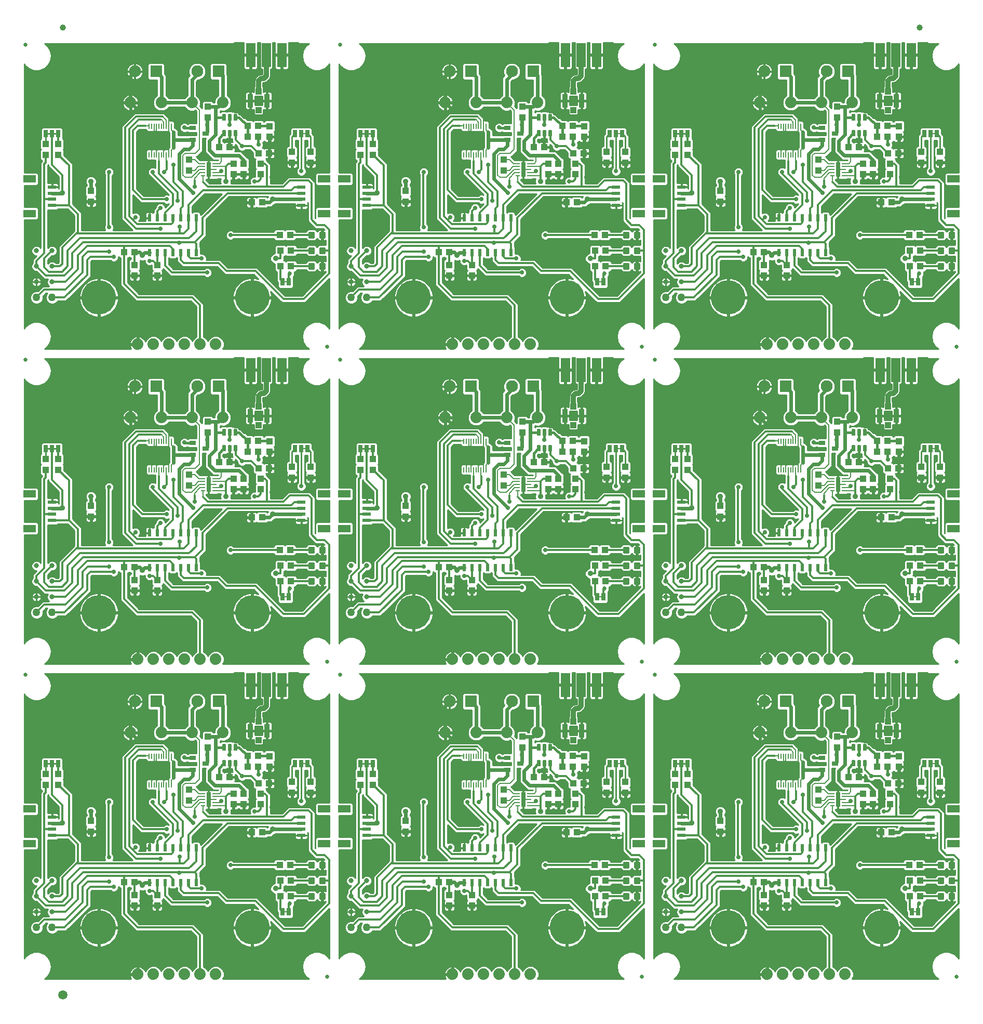
<source format=gtl>
G75*
%MOIN*%
%OFA0B0*%
%FSLAX25Y25*%
%IPPOS*%
%LPD*%
%AMOC8*
5,1,8,0,0,1.08239X$1,22.5*
%
%ADD10C,0.02500*%
%ADD11R,0.07874X0.04724*%
%ADD12R,0.05315X0.02362*%
%ADD13C,0.07400*%
%ADD14R,0.04331X0.03937*%
%ADD15C,0.01181*%
%ADD16R,0.03937X0.04331*%
%ADD17R,0.02362X0.04724*%
%ADD18C,0.01000*%
%ADD19R,0.02500X0.05000*%
%ADD20C,0.03200*%
%ADD21C,0.07600*%
%ADD22R,0.07600X0.07600*%
%ADD23R,0.02800X0.01000*%
%ADD24R,0.02500X0.09400*%
%ADD25R,0.03346X0.08661*%
%ADD26R,0.03937X0.04134*%
%ADD27C,0.05000*%
%ADD28R,0.00906X0.03661*%
%ADD29C,0.22047*%
%ADD30C,0.00709*%
%ADD31R,0.04331X0.02559*%
%ADD32R,0.01600X0.01000*%
%ADD33R,0.05906X0.15748*%
%ADD34C,0.03937*%
%ADD35C,0.05906*%
%ADD36C,0.01200*%
%ADD37C,0.02400*%
%ADD38C,0.03562*%
%ADD39C,0.00800*%
%ADD40C,0.02775*%
%ADD41C,0.02700*%
%ADD42C,0.01600*%
%ADD43C,0.03200*%
D10*
X0239842Y0032250D03*
X0441842Y0032250D03*
X0643842Y0032250D03*
X0450342Y0225750D03*
X0441842Y0234250D03*
X0248342Y0225750D03*
X0239842Y0234250D03*
X0046342Y0225750D03*
X0046342Y0427750D03*
X0239842Y0436250D03*
X0248342Y0427750D03*
X0441842Y0436250D03*
X0450342Y0427750D03*
X0643842Y0436250D03*
X0450342Y0629750D03*
X0248342Y0629750D03*
X0046342Y0629750D03*
X0643842Y0234250D03*
D11*
X0641810Y0319726D03*
X0641810Y0341774D03*
X0452873Y0341774D03*
X0439810Y0341774D03*
X0439810Y0319726D03*
X0452873Y0319726D03*
X0452873Y0139774D03*
X0439810Y0139774D03*
X0439810Y0117726D03*
X0452873Y0117726D03*
X0641810Y0117726D03*
X0641810Y0139774D03*
X0250873Y0139774D03*
X0237810Y0139774D03*
X0237810Y0117726D03*
X0250873Y0117726D03*
X0048873Y0117726D03*
X0048873Y0139774D03*
X0048873Y0319726D03*
X0048873Y0341774D03*
X0237810Y0341774D03*
X0250873Y0341774D03*
X0250873Y0319726D03*
X0237810Y0319726D03*
X0237810Y0521726D03*
X0250873Y0521726D03*
X0250873Y0543774D03*
X0237810Y0543774D03*
X0048873Y0543774D03*
X0048873Y0521726D03*
X0439810Y0521726D03*
X0452873Y0521726D03*
X0452873Y0543774D03*
X0439810Y0543774D03*
X0641810Y0543774D03*
X0641810Y0521726D03*
D12*
X0627342Y0526844D03*
X0627342Y0530781D03*
X0627342Y0534719D03*
X0627342Y0538656D03*
X0467342Y0538656D03*
X0467342Y0534719D03*
X0467342Y0530781D03*
X0467342Y0526844D03*
X0425342Y0526844D03*
X0425342Y0530781D03*
X0425342Y0534719D03*
X0425342Y0538656D03*
X0265342Y0538656D03*
X0265342Y0534719D03*
X0265342Y0530781D03*
X0265342Y0526844D03*
X0223342Y0526844D03*
X0223342Y0530781D03*
X0223342Y0534719D03*
X0223342Y0538656D03*
X0063342Y0538656D03*
X0063342Y0534719D03*
X0063342Y0530781D03*
X0063342Y0526844D03*
X0063342Y0336656D03*
X0063342Y0332719D03*
X0063342Y0328781D03*
X0063342Y0324844D03*
X0223342Y0324844D03*
X0223342Y0328781D03*
X0223342Y0332719D03*
X0223342Y0336656D03*
X0265342Y0336656D03*
X0265342Y0332719D03*
X0265342Y0328781D03*
X0265342Y0324844D03*
X0425342Y0324844D03*
X0425342Y0328781D03*
X0425342Y0332719D03*
X0425342Y0336656D03*
X0467342Y0336656D03*
X0467342Y0332719D03*
X0467342Y0328781D03*
X0467342Y0324844D03*
X0627342Y0324844D03*
X0627342Y0328781D03*
X0627342Y0332719D03*
X0627342Y0336656D03*
X0627342Y0134656D03*
X0627342Y0130719D03*
X0627342Y0126781D03*
X0627342Y0122844D03*
X0467342Y0122844D03*
X0467342Y0126781D03*
X0467342Y0130719D03*
X0467342Y0134656D03*
X0425342Y0134656D03*
X0425342Y0130719D03*
X0425342Y0126781D03*
X0425342Y0122844D03*
X0265342Y0122844D03*
X0265342Y0126781D03*
X0265342Y0130719D03*
X0265342Y0134656D03*
X0223342Y0134656D03*
X0223342Y0130719D03*
X0223342Y0126781D03*
X0223342Y0122844D03*
X0063342Y0122844D03*
X0063342Y0126781D03*
X0063342Y0130719D03*
X0063342Y0134656D03*
D13*
X0113592Y0188750D03*
X0133592Y0188750D03*
X0153092Y0188750D03*
X0172842Y0188750D03*
X0168342Y0235750D03*
X0158342Y0235750D03*
X0148342Y0235750D03*
X0138342Y0235750D03*
X0128342Y0235750D03*
X0118342Y0235750D03*
X0113592Y0390750D03*
X0133592Y0390750D03*
X0153092Y0390750D03*
X0172842Y0390750D03*
X0168342Y0437750D03*
X0158342Y0437750D03*
X0148342Y0437750D03*
X0138342Y0437750D03*
X0128342Y0437750D03*
X0118342Y0437750D03*
X0113592Y0592750D03*
X0133592Y0592750D03*
X0153092Y0592750D03*
X0172842Y0592750D03*
X0315592Y0592750D03*
X0335592Y0592750D03*
X0355092Y0592750D03*
X0374842Y0592750D03*
X0517592Y0592750D03*
X0537592Y0592750D03*
X0557092Y0592750D03*
X0576842Y0592750D03*
X0572342Y0437750D03*
X0562342Y0437750D03*
X0552342Y0437750D03*
X0542342Y0437750D03*
X0532342Y0437750D03*
X0522342Y0437750D03*
X0517592Y0390750D03*
X0537592Y0390750D03*
X0557092Y0390750D03*
X0576842Y0390750D03*
X0572342Y0235750D03*
X0562342Y0235750D03*
X0552342Y0235750D03*
X0542342Y0235750D03*
X0532342Y0235750D03*
X0522342Y0235750D03*
X0517592Y0188750D03*
X0537592Y0188750D03*
X0557092Y0188750D03*
X0576842Y0188750D03*
X0572342Y0033750D03*
X0562342Y0033750D03*
X0552342Y0033750D03*
X0542342Y0033750D03*
X0532342Y0033750D03*
X0522342Y0033750D03*
X0370342Y0033750D03*
X0360342Y0033750D03*
X0350342Y0033750D03*
X0340342Y0033750D03*
X0330342Y0033750D03*
X0320342Y0033750D03*
X0168342Y0033750D03*
X0158342Y0033750D03*
X0148342Y0033750D03*
X0138342Y0033750D03*
X0128342Y0033750D03*
X0118342Y0033750D03*
X0315592Y0188750D03*
X0335592Y0188750D03*
X0355092Y0188750D03*
X0374842Y0188750D03*
X0370342Y0235750D03*
X0360342Y0235750D03*
X0350342Y0235750D03*
X0340342Y0235750D03*
X0330342Y0235750D03*
X0320342Y0235750D03*
X0315592Y0390750D03*
X0335592Y0390750D03*
X0355092Y0390750D03*
X0374842Y0390750D03*
X0370342Y0437750D03*
X0360342Y0437750D03*
X0350342Y0437750D03*
X0340342Y0437750D03*
X0330342Y0437750D03*
X0320342Y0437750D03*
D14*
X0318188Y0496750D03*
X0311495Y0496750D03*
X0372495Y0564250D03*
X0379188Y0564250D03*
X0390995Y0570750D03*
X0397688Y0570750D03*
X0397688Y0577750D03*
X0390995Y0577750D03*
X0397995Y0560250D03*
X0404688Y0560250D03*
X0400188Y0528750D03*
X0393495Y0528750D03*
X0411495Y0507750D03*
X0418188Y0507750D03*
X0418688Y0497750D03*
X0411995Y0497750D03*
X0411995Y0487750D03*
X0418688Y0487750D03*
X0513495Y0496750D03*
X0520188Y0496750D03*
X0595495Y0528750D03*
X0602188Y0528750D03*
X0613495Y0507750D03*
X0620188Y0507750D03*
X0620688Y0497750D03*
X0613995Y0497750D03*
X0613995Y0487750D03*
X0620688Y0487750D03*
X0606688Y0560250D03*
X0599995Y0560250D03*
X0599688Y0570750D03*
X0592995Y0570750D03*
X0592995Y0577750D03*
X0599688Y0577750D03*
X0581188Y0564250D03*
X0574495Y0564250D03*
X0592995Y0375750D03*
X0599688Y0375750D03*
X0599688Y0368750D03*
X0592995Y0368750D03*
X0599995Y0358250D03*
X0606688Y0358250D03*
X0581188Y0362250D03*
X0574495Y0362250D03*
X0595495Y0326750D03*
X0602188Y0326750D03*
X0613495Y0305750D03*
X0620188Y0305750D03*
X0620688Y0295750D03*
X0613995Y0295750D03*
X0613995Y0285750D03*
X0620688Y0285750D03*
X0520188Y0294750D03*
X0513495Y0294750D03*
X0418688Y0295750D03*
X0411995Y0295750D03*
X0411495Y0305750D03*
X0418188Y0305750D03*
X0418688Y0285750D03*
X0411995Y0285750D03*
X0400188Y0326750D03*
X0393495Y0326750D03*
X0397995Y0358250D03*
X0404688Y0358250D03*
X0397688Y0368750D03*
X0390995Y0368750D03*
X0390995Y0375750D03*
X0397688Y0375750D03*
X0379188Y0362250D03*
X0372495Y0362250D03*
X0318188Y0294750D03*
X0311495Y0294750D03*
X0216688Y0295750D03*
X0209995Y0295750D03*
X0209495Y0305750D03*
X0216188Y0305750D03*
X0216688Y0285750D03*
X0209995Y0285750D03*
X0198188Y0326750D03*
X0191495Y0326750D03*
X0195995Y0358250D03*
X0202688Y0358250D03*
X0195688Y0368750D03*
X0188995Y0368750D03*
X0188995Y0375750D03*
X0195688Y0375750D03*
X0177188Y0362250D03*
X0170495Y0362250D03*
X0116188Y0294750D03*
X0109495Y0294750D03*
X0188995Y0173750D03*
X0195688Y0173750D03*
X0195688Y0166750D03*
X0188995Y0166750D03*
X0195995Y0156250D03*
X0202688Y0156250D03*
X0177188Y0160250D03*
X0170495Y0160250D03*
X0191495Y0124750D03*
X0198188Y0124750D03*
X0209495Y0103750D03*
X0216188Y0103750D03*
X0216688Y0093750D03*
X0209995Y0093750D03*
X0209995Y0083750D03*
X0216688Y0083750D03*
X0311495Y0092750D03*
X0318188Y0092750D03*
X0372495Y0160250D03*
X0379188Y0160250D03*
X0390995Y0166750D03*
X0397688Y0166750D03*
X0397688Y0173750D03*
X0390995Y0173750D03*
X0397995Y0156250D03*
X0404688Y0156250D03*
X0400188Y0124750D03*
X0393495Y0124750D03*
X0411495Y0103750D03*
X0418188Y0103750D03*
X0418688Y0093750D03*
X0411995Y0093750D03*
X0411995Y0083750D03*
X0418688Y0083750D03*
X0513495Y0092750D03*
X0520188Y0092750D03*
X0574495Y0160250D03*
X0581188Y0160250D03*
X0592995Y0166750D03*
X0599688Y0166750D03*
X0599688Y0173750D03*
X0592995Y0173750D03*
X0599995Y0156250D03*
X0606688Y0156250D03*
X0602188Y0124750D03*
X0595495Y0124750D03*
X0613495Y0103750D03*
X0620188Y0103750D03*
X0620688Y0093750D03*
X0613995Y0093750D03*
X0613995Y0083750D03*
X0620688Y0083750D03*
X0216688Y0487750D03*
X0209995Y0487750D03*
X0209995Y0497750D03*
X0216688Y0497750D03*
X0216188Y0507750D03*
X0209495Y0507750D03*
X0198188Y0528750D03*
X0191495Y0528750D03*
X0195995Y0560250D03*
X0202688Y0560250D03*
X0195688Y0570750D03*
X0188995Y0570750D03*
X0188995Y0577750D03*
X0195688Y0577750D03*
X0177188Y0564250D03*
X0170495Y0564250D03*
X0116188Y0496750D03*
X0109495Y0496750D03*
X0109495Y0092750D03*
X0116188Y0092750D03*
D15*
X0228511Y0092372D02*
X0228511Y0095128D01*
X0231267Y0095128D01*
X0231267Y0092372D01*
X0228511Y0092372D01*
X0228511Y0093494D02*
X0231267Y0093494D01*
X0231267Y0094616D02*
X0228511Y0094616D01*
X0235417Y0095128D02*
X0235417Y0092372D01*
X0235417Y0095128D02*
X0238173Y0095128D01*
X0238173Y0092372D01*
X0235417Y0092372D01*
X0235417Y0093494D02*
X0238173Y0093494D01*
X0238173Y0094616D02*
X0235417Y0094616D01*
X0235417Y0102372D02*
X0235417Y0105128D01*
X0238173Y0105128D01*
X0238173Y0102372D01*
X0235417Y0102372D01*
X0235417Y0103494D02*
X0238173Y0103494D01*
X0238173Y0104616D02*
X0235417Y0104616D01*
X0228511Y0105128D02*
X0228511Y0102372D01*
X0228511Y0105128D02*
X0231267Y0105128D01*
X0231267Y0102372D01*
X0228511Y0102372D01*
X0228511Y0103494D02*
X0231267Y0103494D01*
X0231267Y0104616D02*
X0228511Y0104616D01*
X0228511Y0085128D02*
X0228511Y0082372D01*
X0228511Y0085128D02*
X0231267Y0085128D01*
X0231267Y0082372D01*
X0228511Y0082372D01*
X0228511Y0083494D02*
X0231267Y0083494D01*
X0231267Y0084616D02*
X0228511Y0084616D01*
X0235417Y0085128D02*
X0235417Y0082372D01*
X0235417Y0085128D02*
X0238173Y0085128D01*
X0238173Y0082372D01*
X0235417Y0082372D01*
X0235417Y0083494D02*
X0238173Y0083494D01*
X0238173Y0084616D02*
X0235417Y0084616D01*
X0430511Y0085128D02*
X0430511Y0082372D01*
X0430511Y0085128D02*
X0433267Y0085128D01*
X0433267Y0082372D01*
X0430511Y0082372D01*
X0430511Y0083494D02*
X0433267Y0083494D01*
X0433267Y0084616D02*
X0430511Y0084616D01*
X0437417Y0085128D02*
X0437417Y0082372D01*
X0437417Y0085128D02*
X0440173Y0085128D01*
X0440173Y0082372D01*
X0437417Y0082372D01*
X0437417Y0083494D02*
X0440173Y0083494D01*
X0440173Y0084616D02*
X0437417Y0084616D01*
X0437417Y0092372D02*
X0437417Y0095128D01*
X0440173Y0095128D01*
X0440173Y0092372D01*
X0437417Y0092372D01*
X0437417Y0093494D02*
X0440173Y0093494D01*
X0440173Y0094616D02*
X0437417Y0094616D01*
X0430511Y0095128D02*
X0430511Y0092372D01*
X0430511Y0095128D02*
X0433267Y0095128D01*
X0433267Y0092372D01*
X0430511Y0092372D01*
X0430511Y0093494D02*
X0433267Y0093494D01*
X0433267Y0094616D02*
X0430511Y0094616D01*
X0430511Y0102372D02*
X0430511Y0105128D01*
X0433267Y0105128D01*
X0433267Y0102372D01*
X0430511Y0102372D01*
X0430511Y0103494D02*
X0433267Y0103494D01*
X0433267Y0104616D02*
X0430511Y0104616D01*
X0437417Y0105128D02*
X0437417Y0102372D01*
X0437417Y0105128D02*
X0440173Y0105128D01*
X0440173Y0102372D01*
X0437417Y0102372D01*
X0437417Y0103494D02*
X0440173Y0103494D01*
X0440173Y0104616D02*
X0437417Y0104616D01*
X0437417Y0284372D02*
X0437417Y0287128D01*
X0440173Y0287128D01*
X0440173Y0284372D01*
X0437417Y0284372D01*
X0437417Y0285494D02*
X0440173Y0285494D01*
X0440173Y0286616D02*
X0437417Y0286616D01*
X0430511Y0287128D02*
X0430511Y0284372D01*
X0430511Y0287128D02*
X0433267Y0287128D01*
X0433267Y0284372D01*
X0430511Y0284372D01*
X0430511Y0285494D02*
X0433267Y0285494D01*
X0433267Y0286616D02*
X0430511Y0286616D01*
X0430511Y0294372D02*
X0430511Y0297128D01*
X0433267Y0297128D01*
X0433267Y0294372D01*
X0430511Y0294372D01*
X0430511Y0295494D02*
X0433267Y0295494D01*
X0433267Y0296616D02*
X0430511Y0296616D01*
X0437417Y0297128D02*
X0437417Y0294372D01*
X0437417Y0297128D02*
X0440173Y0297128D01*
X0440173Y0294372D01*
X0437417Y0294372D01*
X0437417Y0295494D02*
X0440173Y0295494D01*
X0440173Y0296616D02*
X0437417Y0296616D01*
X0437417Y0304372D02*
X0437417Y0307128D01*
X0440173Y0307128D01*
X0440173Y0304372D01*
X0437417Y0304372D01*
X0437417Y0305494D02*
X0440173Y0305494D01*
X0440173Y0306616D02*
X0437417Y0306616D01*
X0430511Y0307128D02*
X0430511Y0304372D01*
X0430511Y0307128D02*
X0433267Y0307128D01*
X0433267Y0304372D01*
X0430511Y0304372D01*
X0430511Y0305494D02*
X0433267Y0305494D01*
X0433267Y0306616D02*
X0430511Y0306616D01*
X0430511Y0486372D02*
X0430511Y0489128D01*
X0433267Y0489128D01*
X0433267Y0486372D01*
X0430511Y0486372D01*
X0430511Y0487494D02*
X0433267Y0487494D01*
X0433267Y0488616D02*
X0430511Y0488616D01*
X0437417Y0489128D02*
X0437417Y0486372D01*
X0437417Y0489128D02*
X0440173Y0489128D01*
X0440173Y0486372D01*
X0437417Y0486372D01*
X0437417Y0487494D02*
X0440173Y0487494D01*
X0440173Y0488616D02*
X0437417Y0488616D01*
X0437417Y0496372D02*
X0437417Y0499128D01*
X0440173Y0499128D01*
X0440173Y0496372D01*
X0437417Y0496372D01*
X0437417Y0497494D02*
X0440173Y0497494D01*
X0440173Y0498616D02*
X0437417Y0498616D01*
X0430511Y0499128D02*
X0430511Y0496372D01*
X0430511Y0499128D02*
X0433267Y0499128D01*
X0433267Y0496372D01*
X0430511Y0496372D01*
X0430511Y0497494D02*
X0433267Y0497494D01*
X0433267Y0498616D02*
X0430511Y0498616D01*
X0430511Y0506372D02*
X0430511Y0509128D01*
X0433267Y0509128D01*
X0433267Y0506372D01*
X0430511Y0506372D01*
X0430511Y0507494D02*
X0433267Y0507494D01*
X0433267Y0508616D02*
X0430511Y0508616D01*
X0437417Y0509128D02*
X0437417Y0506372D01*
X0437417Y0509128D02*
X0440173Y0509128D01*
X0440173Y0506372D01*
X0437417Y0506372D01*
X0437417Y0507494D02*
X0440173Y0507494D01*
X0440173Y0508616D02*
X0437417Y0508616D01*
X0632511Y0509128D02*
X0632511Y0506372D01*
X0632511Y0509128D02*
X0635267Y0509128D01*
X0635267Y0506372D01*
X0632511Y0506372D01*
X0632511Y0507494D02*
X0635267Y0507494D01*
X0635267Y0508616D02*
X0632511Y0508616D01*
X0639417Y0509128D02*
X0639417Y0506372D01*
X0639417Y0509128D02*
X0642173Y0509128D01*
X0642173Y0506372D01*
X0639417Y0506372D01*
X0639417Y0507494D02*
X0642173Y0507494D01*
X0642173Y0508616D02*
X0639417Y0508616D01*
X0639417Y0499128D02*
X0639417Y0496372D01*
X0639417Y0499128D02*
X0642173Y0499128D01*
X0642173Y0496372D01*
X0639417Y0496372D01*
X0639417Y0497494D02*
X0642173Y0497494D01*
X0642173Y0498616D02*
X0639417Y0498616D01*
X0632511Y0499128D02*
X0632511Y0496372D01*
X0632511Y0499128D02*
X0635267Y0499128D01*
X0635267Y0496372D01*
X0632511Y0496372D01*
X0632511Y0497494D02*
X0635267Y0497494D01*
X0635267Y0498616D02*
X0632511Y0498616D01*
X0632511Y0489128D02*
X0632511Y0486372D01*
X0632511Y0489128D02*
X0635267Y0489128D01*
X0635267Y0486372D01*
X0632511Y0486372D01*
X0632511Y0487494D02*
X0635267Y0487494D01*
X0635267Y0488616D02*
X0632511Y0488616D01*
X0639417Y0489128D02*
X0639417Y0486372D01*
X0639417Y0489128D02*
X0642173Y0489128D01*
X0642173Y0486372D01*
X0639417Y0486372D01*
X0639417Y0487494D02*
X0642173Y0487494D01*
X0642173Y0488616D02*
X0639417Y0488616D01*
X0639417Y0307128D02*
X0639417Y0304372D01*
X0639417Y0307128D02*
X0642173Y0307128D01*
X0642173Y0304372D01*
X0639417Y0304372D01*
X0639417Y0305494D02*
X0642173Y0305494D01*
X0642173Y0306616D02*
X0639417Y0306616D01*
X0632511Y0307128D02*
X0632511Y0304372D01*
X0632511Y0307128D02*
X0635267Y0307128D01*
X0635267Y0304372D01*
X0632511Y0304372D01*
X0632511Y0305494D02*
X0635267Y0305494D01*
X0635267Y0306616D02*
X0632511Y0306616D01*
X0632511Y0297128D02*
X0632511Y0294372D01*
X0632511Y0297128D02*
X0635267Y0297128D01*
X0635267Y0294372D01*
X0632511Y0294372D01*
X0632511Y0295494D02*
X0635267Y0295494D01*
X0635267Y0296616D02*
X0632511Y0296616D01*
X0639417Y0297128D02*
X0639417Y0294372D01*
X0639417Y0297128D02*
X0642173Y0297128D01*
X0642173Y0294372D01*
X0639417Y0294372D01*
X0639417Y0295494D02*
X0642173Y0295494D01*
X0642173Y0296616D02*
X0639417Y0296616D01*
X0639417Y0287128D02*
X0639417Y0284372D01*
X0639417Y0287128D02*
X0642173Y0287128D01*
X0642173Y0284372D01*
X0639417Y0284372D01*
X0639417Y0285494D02*
X0642173Y0285494D01*
X0642173Y0286616D02*
X0639417Y0286616D01*
X0632511Y0287128D02*
X0632511Y0284372D01*
X0632511Y0287128D02*
X0635267Y0287128D01*
X0635267Y0284372D01*
X0632511Y0284372D01*
X0632511Y0285494D02*
X0635267Y0285494D01*
X0635267Y0286616D02*
X0632511Y0286616D01*
X0632511Y0105128D02*
X0632511Y0102372D01*
X0632511Y0105128D02*
X0635267Y0105128D01*
X0635267Y0102372D01*
X0632511Y0102372D01*
X0632511Y0103494D02*
X0635267Y0103494D01*
X0635267Y0104616D02*
X0632511Y0104616D01*
X0639417Y0105128D02*
X0639417Y0102372D01*
X0639417Y0105128D02*
X0642173Y0105128D01*
X0642173Y0102372D01*
X0639417Y0102372D01*
X0639417Y0103494D02*
X0642173Y0103494D01*
X0642173Y0104616D02*
X0639417Y0104616D01*
X0639417Y0095128D02*
X0639417Y0092372D01*
X0639417Y0095128D02*
X0642173Y0095128D01*
X0642173Y0092372D01*
X0639417Y0092372D01*
X0639417Y0093494D02*
X0642173Y0093494D01*
X0642173Y0094616D02*
X0639417Y0094616D01*
X0632511Y0095128D02*
X0632511Y0092372D01*
X0632511Y0095128D02*
X0635267Y0095128D01*
X0635267Y0092372D01*
X0632511Y0092372D01*
X0632511Y0093494D02*
X0635267Y0093494D01*
X0635267Y0094616D02*
X0632511Y0094616D01*
X0632511Y0085128D02*
X0632511Y0082372D01*
X0632511Y0085128D02*
X0635267Y0085128D01*
X0635267Y0082372D01*
X0632511Y0082372D01*
X0632511Y0083494D02*
X0635267Y0083494D01*
X0635267Y0084616D02*
X0632511Y0084616D01*
X0639417Y0085128D02*
X0639417Y0082372D01*
X0639417Y0085128D02*
X0642173Y0085128D01*
X0642173Y0082372D01*
X0639417Y0082372D01*
X0639417Y0083494D02*
X0642173Y0083494D01*
X0642173Y0084616D02*
X0639417Y0084616D01*
X0235417Y0284372D02*
X0235417Y0287128D01*
X0238173Y0287128D01*
X0238173Y0284372D01*
X0235417Y0284372D01*
X0235417Y0285494D02*
X0238173Y0285494D01*
X0238173Y0286616D02*
X0235417Y0286616D01*
X0228511Y0287128D02*
X0228511Y0284372D01*
X0228511Y0287128D02*
X0231267Y0287128D01*
X0231267Y0284372D01*
X0228511Y0284372D01*
X0228511Y0285494D02*
X0231267Y0285494D01*
X0231267Y0286616D02*
X0228511Y0286616D01*
X0228511Y0294372D02*
X0228511Y0297128D01*
X0231267Y0297128D01*
X0231267Y0294372D01*
X0228511Y0294372D01*
X0228511Y0295494D02*
X0231267Y0295494D01*
X0231267Y0296616D02*
X0228511Y0296616D01*
X0235417Y0297128D02*
X0235417Y0294372D01*
X0235417Y0297128D02*
X0238173Y0297128D01*
X0238173Y0294372D01*
X0235417Y0294372D01*
X0235417Y0295494D02*
X0238173Y0295494D01*
X0238173Y0296616D02*
X0235417Y0296616D01*
X0235417Y0304372D02*
X0235417Y0307128D01*
X0238173Y0307128D01*
X0238173Y0304372D01*
X0235417Y0304372D01*
X0235417Y0305494D02*
X0238173Y0305494D01*
X0238173Y0306616D02*
X0235417Y0306616D01*
X0228511Y0307128D02*
X0228511Y0304372D01*
X0228511Y0307128D02*
X0231267Y0307128D01*
X0231267Y0304372D01*
X0228511Y0304372D01*
X0228511Y0305494D02*
X0231267Y0305494D01*
X0231267Y0306616D02*
X0228511Y0306616D01*
X0228511Y0486372D02*
X0228511Y0489128D01*
X0231267Y0489128D01*
X0231267Y0486372D01*
X0228511Y0486372D01*
X0228511Y0487494D02*
X0231267Y0487494D01*
X0231267Y0488616D02*
X0228511Y0488616D01*
X0235417Y0489128D02*
X0235417Y0486372D01*
X0235417Y0489128D02*
X0238173Y0489128D01*
X0238173Y0486372D01*
X0235417Y0486372D01*
X0235417Y0487494D02*
X0238173Y0487494D01*
X0238173Y0488616D02*
X0235417Y0488616D01*
X0235417Y0496372D02*
X0235417Y0499128D01*
X0238173Y0499128D01*
X0238173Y0496372D01*
X0235417Y0496372D01*
X0235417Y0497494D02*
X0238173Y0497494D01*
X0238173Y0498616D02*
X0235417Y0498616D01*
X0228511Y0499128D02*
X0228511Y0496372D01*
X0228511Y0499128D02*
X0231267Y0499128D01*
X0231267Y0496372D01*
X0228511Y0496372D01*
X0228511Y0497494D02*
X0231267Y0497494D01*
X0231267Y0498616D02*
X0228511Y0498616D01*
X0228511Y0506372D02*
X0228511Y0509128D01*
X0231267Y0509128D01*
X0231267Y0506372D01*
X0228511Y0506372D01*
X0228511Y0507494D02*
X0231267Y0507494D01*
X0231267Y0508616D02*
X0228511Y0508616D01*
X0235417Y0509128D02*
X0235417Y0506372D01*
X0235417Y0509128D02*
X0238173Y0509128D01*
X0238173Y0506372D01*
X0235417Y0506372D01*
X0235417Y0507494D02*
X0238173Y0507494D01*
X0238173Y0508616D02*
X0235417Y0508616D01*
D16*
X0197342Y0546904D03*
X0197342Y0553596D03*
X0186342Y0553596D03*
X0179842Y0553596D03*
X0179842Y0546904D03*
X0186342Y0546904D03*
X0202842Y0570904D03*
X0202842Y0577596D03*
X0217342Y0561096D03*
X0217342Y0554404D03*
X0229342Y0554404D03*
X0229342Y0561096D03*
X0261342Y0559404D03*
X0261342Y0566096D03*
X0269342Y0566096D03*
X0269342Y0559404D03*
X0290342Y0536096D03*
X0290342Y0529404D03*
X0318342Y0488596D03*
X0318342Y0481904D03*
X0332842Y0481904D03*
X0332842Y0488596D03*
X0381842Y0546904D03*
X0388342Y0546904D03*
X0388342Y0553596D03*
X0381842Y0553596D03*
X0399342Y0553596D03*
X0399342Y0546904D03*
X0419342Y0554404D03*
X0419342Y0561096D03*
X0431342Y0561096D03*
X0431342Y0554404D03*
X0404842Y0570904D03*
X0404842Y0577596D03*
X0365342Y0583404D03*
X0365342Y0590096D03*
X0353342Y0556096D03*
X0353342Y0549404D03*
X0463342Y0559404D03*
X0463342Y0566096D03*
X0471342Y0566096D03*
X0471342Y0559404D03*
X0492342Y0536096D03*
X0492342Y0529404D03*
X0520342Y0488596D03*
X0520342Y0481904D03*
X0534842Y0481904D03*
X0534842Y0488596D03*
X0583842Y0546904D03*
X0590342Y0546904D03*
X0590342Y0553596D03*
X0583842Y0553596D03*
X0601342Y0553596D03*
X0601342Y0546904D03*
X0621342Y0554404D03*
X0621342Y0561096D03*
X0633342Y0561096D03*
X0633342Y0554404D03*
X0606842Y0570904D03*
X0606842Y0577596D03*
X0567342Y0583404D03*
X0567342Y0590096D03*
X0555342Y0556096D03*
X0555342Y0549404D03*
X0567342Y0388096D03*
X0567342Y0381404D03*
X0555342Y0354096D03*
X0555342Y0347404D03*
X0583842Y0344904D03*
X0590342Y0344904D03*
X0590342Y0351596D03*
X0583842Y0351596D03*
X0601342Y0351596D03*
X0601342Y0344904D03*
X0621342Y0352404D03*
X0621342Y0359096D03*
X0633342Y0359096D03*
X0633342Y0352404D03*
X0606842Y0368904D03*
X0606842Y0375596D03*
X0534842Y0286596D03*
X0534842Y0279904D03*
X0520342Y0279904D03*
X0520342Y0286596D03*
X0492342Y0327404D03*
X0492342Y0334096D03*
X0471342Y0357404D03*
X0471342Y0364096D03*
X0463342Y0364096D03*
X0463342Y0357404D03*
X0431342Y0359096D03*
X0431342Y0352404D03*
X0419342Y0352404D03*
X0419342Y0359096D03*
X0404842Y0368904D03*
X0404842Y0375596D03*
X0399342Y0351596D03*
X0399342Y0344904D03*
X0388342Y0344904D03*
X0381842Y0344904D03*
X0381842Y0351596D03*
X0388342Y0351596D03*
X0353342Y0354096D03*
X0353342Y0347404D03*
X0365342Y0381404D03*
X0365342Y0388096D03*
X0290342Y0334096D03*
X0290342Y0327404D03*
X0269342Y0357404D03*
X0269342Y0364096D03*
X0261342Y0364096D03*
X0261342Y0357404D03*
X0229342Y0359096D03*
X0229342Y0352404D03*
X0217342Y0352404D03*
X0217342Y0359096D03*
X0202842Y0368904D03*
X0202842Y0375596D03*
X0197342Y0351596D03*
X0197342Y0344904D03*
X0186342Y0344904D03*
X0179842Y0344904D03*
X0179842Y0351596D03*
X0186342Y0351596D03*
X0151342Y0354096D03*
X0151342Y0347404D03*
X0163342Y0381404D03*
X0163342Y0388096D03*
X0088342Y0334096D03*
X0088342Y0327404D03*
X0067342Y0357404D03*
X0067342Y0364096D03*
X0059342Y0364096D03*
X0059342Y0357404D03*
X0116342Y0286596D03*
X0116342Y0279904D03*
X0130842Y0279904D03*
X0130842Y0286596D03*
X0163342Y0186096D03*
X0163342Y0179404D03*
X0151342Y0152096D03*
X0151342Y0145404D03*
X0179842Y0142904D03*
X0186342Y0142904D03*
X0186342Y0149596D03*
X0179842Y0149596D03*
X0197342Y0149596D03*
X0197342Y0142904D03*
X0217342Y0150404D03*
X0217342Y0157096D03*
X0202842Y0166904D03*
X0202842Y0173596D03*
X0229342Y0157096D03*
X0229342Y0150404D03*
X0261342Y0155404D03*
X0261342Y0162096D03*
X0269342Y0162096D03*
X0269342Y0155404D03*
X0290342Y0132096D03*
X0290342Y0125404D03*
X0318342Y0084596D03*
X0318342Y0077904D03*
X0332842Y0077904D03*
X0332842Y0084596D03*
X0353342Y0145404D03*
X0353342Y0152096D03*
X0381842Y0149596D03*
X0388342Y0149596D03*
X0388342Y0142904D03*
X0381842Y0142904D03*
X0399342Y0142904D03*
X0399342Y0149596D03*
X0404842Y0166904D03*
X0404842Y0173596D03*
X0419342Y0157096D03*
X0419342Y0150404D03*
X0431342Y0150404D03*
X0431342Y0157096D03*
X0463342Y0155404D03*
X0463342Y0162096D03*
X0471342Y0162096D03*
X0471342Y0155404D03*
X0492342Y0132096D03*
X0492342Y0125404D03*
X0520342Y0084596D03*
X0520342Y0077904D03*
X0534842Y0077904D03*
X0534842Y0084596D03*
X0555342Y0145404D03*
X0555342Y0152096D03*
X0583842Y0149596D03*
X0590342Y0149596D03*
X0590342Y0142904D03*
X0583842Y0142904D03*
X0601342Y0142904D03*
X0601342Y0149596D03*
X0606842Y0166904D03*
X0606842Y0173596D03*
X0621342Y0157096D03*
X0621342Y0150404D03*
X0633342Y0150404D03*
X0633342Y0157096D03*
X0567342Y0179404D03*
X0567342Y0186096D03*
X0365342Y0186096D03*
X0365342Y0179404D03*
X0332842Y0279904D03*
X0332842Y0286596D03*
X0318342Y0286596D03*
X0318342Y0279904D03*
X0130842Y0084596D03*
X0130842Y0077904D03*
X0116342Y0077904D03*
X0116342Y0084596D03*
X0088342Y0125404D03*
X0088342Y0132096D03*
X0067342Y0155404D03*
X0067342Y0162096D03*
X0059342Y0162096D03*
X0059342Y0155404D03*
X0116342Y0481904D03*
X0116342Y0488596D03*
X0130842Y0488596D03*
X0130842Y0481904D03*
X0088342Y0529404D03*
X0088342Y0536096D03*
X0067342Y0559404D03*
X0067342Y0566096D03*
X0059342Y0566096D03*
X0059342Y0559404D03*
X0151342Y0556096D03*
X0151342Y0549404D03*
X0163342Y0583404D03*
X0163342Y0590096D03*
D17*
X0155842Y0518774D03*
X0150842Y0518774D03*
X0145842Y0518774D03*
X0140842Y0518774D03*
X0135842Y0518774D03*
X0130842Y0518774D03*
X0125842Y0518774D03*
X0125842Y0496726D03*
X0130842Y0496726D03*
X0135842Y0496726D03*
X0140842Y0496726D03*
X0145842Y0496726D03*
X0150842Y0496726D03*
X0155842Y0496726D03*
X0327842Y0496726D03*
X0332842Y0496726D03*
X0337842Y0496726D03*
X0342842Y0496726D03*
X0347842Y0496726D03*
X0352842Y0496726D03*
X0357842Y0496726D03*
X0357842Y0518774D03*
X0352842Y0518774D03*
X0347842Y0518774D03*
X0342842Y0518774D03*
X0337842Y0518774D03*
X0332842Y0518774D03*
X0327842Y0518774D03*
X0529842Y0518774D03*
X0534842Y0518774D03*
X0539842Y0518774D03*
X0544842Y0518774D03*
X0549842Y0518774D03*
X0554842Y0518774D03*
X0559842Y0518774D03*
X0559842Y0496726D03*
X0554842Y0496726D03*
X0549842Y0496726D03*
X0544842Y0496726D03*
X0539842Y0496726D03*
X0534842Y0496726D03*
X0529842Y0496726D03*
X0529842Y0316774D03*
X0534842Y0316774D03*
X0539842Y0316774D03*
X0544842Y0316774D03*
X0549842Y0316774D03*
X0554842Y0316774D03*
X0559842Y0316774D03*
X0559842Y0294726D03*
X0554842Y0294726D03*
X0549842Y0294726D03*
X0544842Y0294726D03*
X0539842Y0294726D03*
X0534842Y0294726D03*
X0529842Y0294726D03*
X0357842Y0294726D03*
X0352842Y0294726D03*
X0347842Y0294726D03*
X0342842Y0294726D03*
X0337842Y0294726D03*
X0332842Y0294726D03*
X0327842Y0294726D03*
X0327842Y0316774D03*
X0332842Y0316774D03*
X0337842Y0316774D03*
X0342842Y0316774D03*
X0347842Y0316774D03*
X0352842Y0316774D03*
X0357842Y0316774D03*
X0155842Y0316774D03*
X0150842Y0316774D03*
X0145842Y0316774D03*
X0140842Y0316774D03*
X0135842Y0316774D03*
X0130842Y0316774D03*
X0125842Y0316774D03*
X0125842Y0294726D03*
X0130842Y0294726D03*
X0135842Y0294726D03*
X0140842Y0294726D03*
X0145842Y0294726D03*
X0150842Y0294726D03*
X0155842Y0294726D03*
X0155842Y0114774D03*
X0150842Y0114774D03*
X0145842Y0114774D03*
X0140842Y0114774D03*
X0135842Y0114774D03*
X0130842Y0114774D03*
X0125842Y0114774D03*
X0125842Y0092726D03*
X0130842Y0092726D03*
X0135842Y0092726D03*
X0140842Y0092726D03*
X0145842Y0092726D03*
X0150842Y0092726D03*
X0155842Y0092726D03*
X0327842Y0092726D03*
X0332842Y0092726D03*
X0337842Y0092726D03*
X0342842Y0092726D03*
X0347842Y0092726D03*
X0352842Y0092726D03*
X0357842Y0092726D03*
X0357842Y0114774D03*
X0352842Y0114774D03*
X0347842Y0114774D03*
X0342842Y0114774D03*
X0337842Y0114774D03*
X0332842Y0114774D03*
X0327842Y0114774D03*
X0529842Y0114774D03*
X0534842Y0114774D03*
X0539842Y0114774D03*
X0544842Y0114774D03*
X0549842Y0114774D03*
X0554842Y0114774D03*
X0559842Y0114774D03*
X0559842Y0092726D03*
X0554842Y0092726D03*
X0549842Y0092726D03*
X0544842Y0092726D03*
X0539842Y0092726D03*
X0534842Y0092726D03*
X0529842Y0092726D03*
D18*
X0045442Y0113664D02*
X0045442Y0043867D01*
X0046030Y0044885D01*
X0046030Y0044885D01*
X0046030Y0044885D01*
X0048569Y0047016D01*
X0048569Y0047016D01*
X0051684Y0048150D01*
X0054999Y0048150D01*
X0058114Y0047016D01*
X0058114Y0047016D01*
X0060654Y0044885D01*
X0060654Y0044885D01*
X0062311Y0042015D01*
X0062311Y0042015D01*
X0062887Y0038750D01*
X0062887Y0038750D01*
X0062311Y0035485D01*
X0062311Y0035485D01*
X0060654Y0032615D01*
X0060654Y0032615D01*
X0060654Y0032615D01*
X0058551Y0030850D01*
X0114021Y0030850D01*
X0113894Y0031025D01*
X0113523Y0031754D01*
X0113270Y0032532D01*
X0113156Y0033250D01*
X0117842Y0033250D01*
X0117842Y0034250D01*
X0117842Y0038936D01*
X0117124Y0038822D01*
X0116346Y0038569D01*
X0115616Y0038197D01*
X0114954Y0037716D01*
X0114375Y0037138D01*
X0113894Y0036475D01*
X0113523Y0035746D01*
X0113270Y0034968D01*
X0113156Y0034250D01*
X0117842Y0034250D01*
X0118842Y0034250D01*
X0118842Y0038936D01*
X0119559Y0038822D01*
X0120338Y0038569D01*
X0121067Y0038197D01*
X0121729Y0037716D01*
X0122308Y0037138D01*
X0122789Y0036475D01*
X0123161Y0035746D01*
X0123232Y0035526D01*
X0123764Y0036809D01*
X0125283Y0038328D01*
X0127268Y0039150D01*
X0129416Y0039150D01*
X0131401Y0038328D01*
X0132920Y0036809D01*
X0133342Y0035790D01*
X0133764Y0036809D01*
X0135283Y0038328D01*
X0137268Y0039150D01*
X0139416Y0039150D01*
X0141401Y0038328D01*
X0142920Y0036809D01*
X0143342Y0035790D01*
X0143764Y0036809D01*
X0145283Y0038328D01*
X0147268Y0039150D01*
X0149416Y0039150D01*
X0151401Y0038328D01*
X0152920Y0036809D01*
X0153342Y0035790D01*
X0153764Y0036809D01*
X0155283Y0038328D01*
X0156042Y0038642D01*
X0156042Y0057797D01*
X0152389Y0061450D01*
X0117389Y0061450D01*
X0116042Y0062797D01*
X0107195Y0071644D01*
X0107195Y0089081D01*
X0106626Y0089081D01*
X0105929Y0089778D01*
X0105929Y0089136D01*
X0105459Y0088001D01*
X0104591Y0087133D01*
X0103456Y0086663D01*
X0102228Y0086663D01*
X0101093Y0087133D01*
X0100776Y0087450D01*
X0088794Y0087450D01*
X0088142Y0086797D01*
X0088142Y0077297D01*
X0072294Y0061450D01*
X0066935Y0061450D01*
X0066902Y0061371D01*
X0065721Y0060189D01*
X0064177Y0059550D01*
X0062506Y0059550D01*
X0060963Y0060189D01*
X0059781Y0061371D01*
X0059142Y0062915D01*
X0059142Y0064585D01*
X0059781Y0066129D01*
X0060102Y0066450D01*
X0059294Y0066450D01*
X0057509Y0064665D01*
X0057542Y0064585D01*
X0057542Y0062915D01*
X0056902Y0061371D01*
X0055721Y0060189D01*
X0054177Y0059550D01*
X0052506Y0059550D01*
X0050963Y0060189D01*
X0049781Y0061371D01*
X0049142Y0062915D01*
X0049142Y0064585D01*
X0049781Y0066129D01*
X0050963Y0067311D01*
X0052506Y0067950D01*
X0054177Y0067950D01*
X0054256Y0067917D01*
X0057389Y0071050D01*
X0061375Y0071050D01*
X0060544Y0071881D01*
X0060042Y0073094D01*
X0060042Y0074406D01*
X0060474Y0075450D01*
X0058389Y0075450D01*
X0053389Y0080450D01*
X0052685Y0080450D01*
X0051473Y0080952D01*
X0050544Y0081881D01*
X0050042Y0083094D01*
X0050042Y0084406D01*
X0050544Y0085619D01*
X0051042Y0086117D01*
X0051042Y0088203D01*
X0052389Y0089550D01*
X0053289Y0090450D01*
X0052685Y0090450D01*
X0051473Y0090952D01*
X0050544Y0091881D01*
X0050042Y0093094D01*
X0050042Y0094406D01*
X0050544Y0095619D01*
X0051473Y0096548D01*
X0052685Y0097050D01*
X0053998Y0097050D01*
X0055211Y0096548D01*
X0056042Y0095717D01*
X0056042Y0127703D01*
X0056073Y0127734D01*
X0056073Y0150388D01*
X0057042Y0151356D01*
X0057042Y0151538D01*
X0056669Y0151538D01*
X0055673Y0152534D01*
X0055673Y0158273D01*
X0056150Y0158750D01*
X0055673Y0159227D01*
X0055673Y0164966D01*
X0056392Y0165684D01*
X0056392Y0171954D01*
X0057388Y0172950D01*
X0061296Y0172950D01*
X0061342Y0172904D01*
X0061388Y0172950D01*
X0065296Y0172950D01*
X0065342Y0172904D01*
X0065388Y0172950D01*
X0069296Y0172950D01*
X0070292Y0171954D01*
X0070292Y0165684D01*
X0071010Y0164966D01*
X0071010Y0159227D01*
X0070533Y0158750D01*
X0071010Y0158273D01*
X0071010Y0154988D01*
X0075200Y0150798D01*
X0076547Y0149451D01*
X0076547Y0123797D01*
X0082142Y0118203D01*
X0082142Y0107050D01*
X0097204Y0107050D01*
X0096754Y0108136D01*
X0096754Y0109364D01*
X0097224Y0110499D01*
X0097354Y0110629D01*
X0097354Y0142371D01*
X0097224Y0142501D01*
X0096754Y0143636D01*
X0096754Y0144864D01*
X0097224Y0145999D01*
X0098093Y0146867D01*
X0099228Y0147337D01*
X0100456Y0147337D01*
X0101591Y0146867D01*
X0102459Y0145999D01*
X0102929Y0144864D01*
X0102929Y0143636D01*
X0102459Y0142501D01*
X0101954Y0141996D01*
X0101954Y0111004D01*
X0102459Y0110499D01*
X0102929Y0109364D01*
X0102929Y0108136D01*
X0102479Y0107050D01*
X0114789Y0107050D01*
X0108042Y0113797D01*
X0108042Y0173703D01*
X0115042Y0180703D01*
X0116389Y0182050D01*
X0135294Y0182050D01*
X0136642Y0180703D01*
X0136642Y0180420D01*
X0137519Y0179543D01*
X0138749Y0178313D01*
X0138749Y0177261D01*
X0140955Y0177261D01*
X0141951Y0176265D01*
X0141951Y0172636D01*
X0142985Y0172208D01*
X0143800Y0171393D01*
X0144242Y0170327D01*
X0144242Y0167870D01*
X0150759Y0167870D01*
X0150838Y0167950D01*
X0155742Y0167950D01*
X0155742Y0169550D01*
X0150838Y0169550D01*
X0150359Y0170030D01*
X0149842Y0170030D01*
X0148956Y0169663D01*
X0147728Y0169663D01*
X0146593Y0170133D01*
X0145724Y0171001D01*
X0145254Y0172136D01*
X0145254Y0173364D01*
X0145724Y0174499D01*
X0146593Y0175367D01*
X0147728Y0175837D01*
X0148956Y0175837D01*
X0150091Y0175367D01*
X0150394Y0175064D01*
X0150838Y0175509D01*
X0155742Y0175509D01*
X0155742Y0183130D01*
X0155125Y0183747D01*
X0154166Y0183350D01*
X0152018Y0183350D01*
X0150033Y0184172D01*
X0148514Y0185691D01*
X0148448Y0185850D01*
X0138235Y0185850D01*
X0138170Y0185691D01*
X0136651Y0184172D01*
X0134666Y0183350D01*
X0132518Y0183350D01*
X0130533Y0184172D01*
X0129014Y0185691D01*
X0128192Y0187676D01*
X0128192Y0189824D01*
X0129014Y0191809D01*
X0130533Y0193328D01*
X0130692Y0193394D01*
X0130692Y0203250D01*
X0125728Y0203250D01*
X0124732Y0204246D01*
X0124732Y0213254D01*
X0125728Y0214250D01*
X0134736Y0214250D01*
X0135732Y0213254D01*
X0135732Y0207351D01*
X0136050Y0207033D01*
X0136492Y0205967D01*
X0136492Y0193394D01*
X0136651Y0193328D01*
X0138170Y0191809D01*
X0138235Y0191650D01*
X0148448Y0191650D01*
X0148514Y0191809D01*
X0150033Y0193328D01*
X0150192Y0193394D01*
X0150192Y0204077D01*
X0150633Y0205143D01*
X0151595Y0206104D01*
X0150952Y0207656D01*
X0150952Y0209844D01*
X0151789Y0211865D01*
X0153336Y0213413D01*
X0155358Y0214250D01*
X0157546Y0214250D01*
X0159567Y0213413D01*
X0161114Y0211865D01*
X0161952Y0209844D01*
X0161952Y0207656D01*
X0161114Y0205634D01*
X0159567Y0204087D01*
X0157546Y0203250D01*
X0156943Y0203250D01*
X0155992Y0202299D01*
X0155992Y0193394D01*
X0156151Y0193328D01*
X0157670Y0191809D01*
X0158492Y0189824D01*
X0158492Y0187676D01*
X0158095Y0186717D01*
X0158712Y0186100D01*
X0159673Y0185138D01*
X0159673Y0188966D01*
X0160669Y0189962D01*
X0166014Y0189962D01*
X0166980Y0188996D01*
X0167442Y0188996D01*
X0167442Y0189824D01*
X0168264Y0191809D01*
X0169783Y0193328D01*
X0169942Y0193394D01*
X0169942Y0203250D01*
X0165728Y0203250D01*
X0164732Y0204246D01*
X0164732Y0213254D01*
X0165728Y0214250D01*
X0174736Y0214250D01*
X0175732Y0213254D01*
X0175732Y0206741D01*
X0175742Y0206717D01*
X0175742Y0193394D01*
X0175901Y0193328D01*
X0177420Y0191809D01*
X0178242Y0189824D01*
X0178242Y0187676D01*
X0177420Y0185691D01*
X0175901Y0184172D01*
X0173916Y0183350D01*
X0171768Y0183350D01*
X0171452Y0183481D01*
X0171242Y0183394D01*
X0171242Y0182453D01*
X0171924Y0183135D01*
X0175279Y0183135D01*
X0175472Y0182943D01*
X0175664Y0183135D01*
X0179020Y0183135D01*
X0179212Y0182943D01*
X0179404Y0183135D01*
X0182760Y0183135D01*
X0183963Y0181932D01*
X0183963Y0181831D01*
X0184793Y0181487D01*
X0188862Y0177418D01*
X0191865Y0177418D01*
X0192342Y0176942D01*
X0192819Y0177418D01*
X0198558Y0177418D01*
X0199342Y0176634D01*
X0200169Y0177462D01*
X0205514Y0177462D01*
X0206510Y0176466D01*
X0206510Y0170727D01*
X0205892Y0170109D01*
X0206011Y0169990D01*
X0206208Y0169648D01*
X0206310Y0169266D01*
X0206310Y0167388D01*
X0203326Y0167388D01*
X0203326Y0166419D01*
X0203326Y0163238D01*
X0205008Y0163238D01*
X0205389Y0163340D01*
X0205731Y0163538D01*
X0206011Y0163817D01*
X0206208Y0164159D01*
X0206310Y0164541D01*
X0206310Y0166419D01*
X0203326Y0166419D01*
X0202358Y0166419D01*
X0202358Y0163238D01*
X0200676Y0163238D01*
X0200294Y0163340D01*
X0199952Y0163538D01*
X0199673Y0163817D01*
X0199534Y0164058D01*
X0198610Y0163134D01*
X0198929Y0162364D01*
X0198929Y0161136D01*
X0198459Y0160001D01*
X0198377Y0159918D01*
X0198865Y0159918D01*
X0199483Y0159300D01*
X0199602Y0159419D01*
X0199944Y0159616D01*
X0200325Y0159718D01*
X0202204Y0159718D01*
X0202204Y0156734D01*
X0203173Y0156734D01*
X0206354Y0156734D01*
X0206354Y0158416D01*
X0206251Y0158797D01*
X0206054Y0159140D01*
X0205775Y0159419D01*
X0205433Y0159616D01*
X0205051Y0159718D01*
X0203173Y0159718D01*
X0203173Y0156734D01*
X0203173Y0155766D01*
X0206354Y0155766D01*
X0206354Y0154084D01*
X0206251Y0153703D01*
X0206054Y0153360D01*
X0205775Y0153081D01*
X0205433Y0152884D01*
X0205051Y0152781D01*
X0203173Y0152781D01*
X0203173Y0155766D01*
X0202204Y0155766D01*
X0202204Y0152781D01*
X0200695Y0152781D01*
X0201010Y0152466D01*
X0201010Y0151834D01*
X0202294Y0150550D01*
X0203642Y0149203D01*
X0203642Y0137050D01*
X0210889Y0137050D01*
X0213542Y0139703D01*
X0214889Y0141050D01*
X0228794Y0141050D01*
X0230142Y0139703D01*
X0230142Y0139703D01*
X0230794Y0139050D01*
X0230794Y0139050D01*
X0232142Y0137703D01*
X0232142Y0114703D01*
X0232173Y0114671D01*
X0232173Y0120793D01*
X0233169Y0121789D01*
X0241242Y0121789D01*
X0241242Y0135711D01*
X0233169Y0135711D01*
X0232173Y0136707D01*
X0232173Y0142840D01*
X0233169Y0143836D01*
X0241242Y0143836D01*
X0241242Y0213633D01*
X0240654Y0212615D01*
X0240654Y0212615D01*
X0240654Y0212615D01*
X0238114Y0210484D01*
X0238114Y0210484D01*
X0234999Y0209350D01*
X0231684Y0209350D01*
X0228569Y0210484D01*
X0228569Y0210484D01*
X0226030Y0212615D01*
X0226030Y0212615D01*
X0224372Y0215485D01*
X0224372Y0215485D01*
X0223797Y0218750D01*
X0223797Y0218750D01*
X0224372Y0222015D01*
X0224372Y0222015D01*
X0226030Y0224885D01*
X0226030Y0224885D01*
X0226030Y0224885D01*
X0228133Y0226650D01*
X0215295Y0226650D01*
X0215295Y0219750D01*
X0215295Y0227250D01*
X0221342Y0227250D01*
X0221342Y0178750D01*
X0186682Y0178750D01*
X0184164Y0181268D01*
X0183363Y0181268D01*
X0183363Y0181683D01*
X0182511Y0182535D01*
X0180342Y0182535D01*
X0180342Y0227250D01*
X0186389Y0227250D01*
X0186389Y0219750D01*
X0190342Y0219750D01*
X0190342Y0218750D01*
X0191342Y0218750D01*
X0191342Y0219750D01*
X0195295Y0219750D01*
X0195295Y0227250D01*
X0196789Y0227250D01*
X0196789Y0210920D01*
X0197433Y0210276D01*
X0198142Y0210276D01*
X0198142Y0206950D01*
X0197307Y0206950D01*
X0195396Y0206158D01*
X0193933Y0204696D01*
X0193933Y0204696D01*
X0193933Y0204696D01*
X0193142Y0202784D01*
X0193142Y0198905D01*
X0192773Y0198537D01*
X0192773Y0195685D01*
X0192681Y0195738D01*
X0192299Y0195841D01*
X0190765Y0195841D01*
X0190765Y0190347D01*
X0190092Y0190347D01*
X0190092Y0195841D01*
X0188558Y0195841D01*
X0188176Y0195738D01*
X0187834Y0195541D01*
X0187555Y0195262D01*
X0187357Y0194920D01*
X0187255Y0194538D01*
X0187255Y0190347D01*
X0190092Y0190347D01*
X0190092Y0195841D01*
X0188558Y0195841D01*
X0188176Y0195738D01*
X0187834Y0195541D01*
X0187555Y0195262D01*
X0187357Y0194920D01*
X0187255Y0194538D01*
X0187255Y0190347D01*
X0190092Y0190347D01*
X0190765Y0190347D01*
X0190765Y0195841D01*
X0192173Y0195841D01*
X0192173Y0198785D01*
X0192542Y0199154D01*
X0192542Y0202904D01*
X0193425Y0205035D01*
X0193425Y0205035D01*
X0193425Y0205035D01*
X0195056Y0206667D01*
X0195056Y0206667D01*
X0197188Y0207550D01*
X0197542Y0207550D01*
X0197542Y0209676D01*
X0197185Y0209676D01*
X0196189Y0210672D01*
X0196189Y0226650D01*
X0195295Y0226650D01*
X0195295Y0219750D01*
X0191342Y0219750D01*
X0191342Y0218750D01*
X0195295Y0218750D01*
X0195295Y0211178D01*
X0195192Y0210797D01*
X0194995Y0210455D01*
X0194716Y0210176D01*
X0194374Y0209978D01*
X0193992Y0209876D01*
X0191342Y0209876D01*
X0191342Y0218750D01*
X0195295Y0218750D01*
X0195295Y0211178D01*
X0195192Y0210797D01*
X0194995Y0210455D01*
X0194716Y0210176D01*
X0194374Y0209978D01*
X0193992Y0209876D01*
X0191342Y0209876D01*
X0191342Y0218750D01*
X0190342Y0218750D01*
X0190342Y0209876D01*
X0187692Y0209876D01*
X0187310Y0209978D01*
X0186968Y0210176D01*
X0186689Y0210455D01*
X0186491Y0210797D01*
X0186389Y0211178D01*
X0186389Y0218750D01*
X0190342Y0218750D01*
X0190342Y0209876D01*
X0187692Y0209876D01*
X0187310Y0209978D01*
X0186968Y0210176D01*
X0186689Y0210455D01*
X0186491Y0210797D01*
X0186389Y0211178D01*
X0186389Y0218750D01*
X0190342Y0218750D01*
X0190342Y0219750D01*
X0186389Y0219750D01*
X0186389Y0226650D01*
X0058551Y0226650D01*
X0060654Y0224885D01*
X0060654Y0224885D01*
X0062311Y0222015D01*
X0062311Y0222015D01*
X0062887Y0218750D01*
X0062887Y0218750D01*
X0062311Y0215485D01*
X0062311Y0215485D01*
X0060654Y0212615D01*
X0060654Y0212615D01*
X0060654Y0212615D01*
X0058114Y0210484D01*
X0058114Y0210484D01*
X0054999Y0209350D01*
X0051684Y0209350D01*
X0048569Y0210484D01*
X0046030Y0212615D01*
X0046030Y0212615D01*
X0045442Y0213633D01*
X0045442Y0143836D01*
X0053514Y0143836D01*
X0054510Y0142840D01*
X0054510Y0136707D01*
X0053514Y0135711D01*
X0045442Y0135711D01*
X0045442Y0121789D01*
X0053514Y0121789D01*
X0054510Y0120793D01*
X0054510Y0114660D01*
X0053514Y0113664D01*
X0045442Y0113664D01*
X0045442Y0113623D02*
X0056042Y0113623D01*
X0056042Y0112625D02*
X0045442Y0112625D01*
X0045442Y0111626D02*
X0056042Y0111626D01*
X0056042Y0110628D02*
X0045442Y0110628D01*
X0045442Y0109629D02*
X0056042Y0109629D01*
X0056042Y0108631D02*
X0045442Y0108631D01*
X0045442Y0107632D02*
X0056042Y0107632D01*
X0056042Y0106634D02*
X0045442Y0106634D01*
X0045442Y0105635D02*
X0056042Y0105635D01*
X0056042Y0104637D02*
X0045442Y0104637D01*
X0045442Y0103638D02*
X0056042Y0103638D01*
X0056042Y0102640D02*
X0045442Y0102640D01*
X0045442Y0101641D02*
X0056042Y0101641D01*
X0056042Y0100643D02*
X0045442Y0100643D01*
X0045442Y0099644D02*
X0056042Y0099644D01*
X0056042Y0098646D02*
X0045442Y0098646D01*
X0045442Y0097647D02*
X0056042Y0097647D01*
X0056042Y0096649D02*
X0054967Y0096649D01*
X0051717Y0096649D02*
X0045442Y0096649D01*
X0045442Y0095650D02*
X0050575Y0095650D01*
X0050143Y0094652D02*
X0045442Y0094652D01*
X0045442Y0093653D02*
X0050042Y0093653D01*
X0050224Y0092655D02*
X0045442Y0092655D01*
X0045442Y0091656D02*
X0050769Y0091656D01*
X0052184Y0090658D02*
X0045442Y0090658D01*
X0045442Y0089659D02*
X0052498Y0089659D01*
X0051500Y0088661D02*
X0045442Y0088661D01*
X0045442Y0087662D02*
X0051042Y0087662D01*
X0051042Y0086664D02*
X0045442Y0086664D01*
X0045442Y0085665D02*
X0050590Y0085665D01*
X0050150Y0084667D02*
X0045442Y0084667D01*
X0045442Y0083668D02*
X0050042Y0083668D01*
X0050217Y0082670D02*
X0045442Y0082670D01*
X0045442Y0081671D02*
X0050754Y0081671D01*
X0052148Y0080673D02*
X0045442Y0080673D01*
X0045442Y0079674D02*
X0054165Y0079674D01*
X0055164Y0078676D02*
X0045442Y0078676D01*
X0045442Y0077677D02*
X0056162Y0077677D01*
X0057161Y0076679D02*
X0054372Y0076679D01*
X0054246Y0076731D02*
X0053647Y0076850D01*
X0053342Y0076850D01*
X0053342Y0073750D01*
X0056442Y0073750D01*
X0056442Y0074055D01*
X0056323Y0074654D01*
X0056089Y0075218D01*
X0055750Y0075726D01*
X0055318Y0076158D01*
X0054810Y0076497D01*
X0054246Y0076731D01*
X0053342Y0076679D02*
X0053342Y0076679D01*
X0053342Y0076850D02*
X0053036Y0076850D01*
X0052438Y0076731D01*
X0051873Y0076497D01*
X0051366Y0076158D01*
X0050934Y0075726D01*
X0050595Y0075218D01*
X0050361Y0074654D01*
X0050242Y0074055D01*
X0050242Y0073750D01*
X0053342Y0073750D01*
X0053342Y0073750D01*
X0056442Y0073750D01*
X0056442Y0073445D01*
X0056323Y0072846D01*
X0056089Y0072282D01*
X0055750Y0071774D01*
X0055318Y0071342D01*
X0054810Y0071003D01*
X0054246Y0070769D01*
X0053647Y0070650D01*
X0053342Y0070650D01*
X0053342Y0073750D01*
X0053342Y0073750D01*
X0053342Y0073750D01*
X0053342Y0076850D01*
X0052311Y0076679D02*
X0045442Y0076679D01*
X0045442Y0075680D02*
X0050903Y0075680D01*
X0050372Y0074682D02*
X0045442Y0074682D01*
X0045442Y0073683D02*
X0050242Y0073683D01*
X0050242Y0073750D02*
X0050242Y0073445D01*
X0050361Y0072846D01*
X0050595Y0072282D01*
X0050934Y0071774D01*
X0051366Y0071342D01*
X0051873Y0071003D01*
X0052438Y0070769D01*
X0053036Y0070650D01*
X0053342Y0070650D01*
X0053342Y0073750D01*
X0050242Y0073750D01*
X0050428Y0072684D02*
X0045442Y0072684D01*
X0045442Y0071686D02*
X0051022Y0071686D01*
X0052848Y0070687D02*
X0045442Y0070687D01*
X0045442Y0069689D02*
X0056028Y0069689D01*
X0055030Y0068690D02*
X0045442Y0068690D01*
X0045442Y0067692D02*
X0051883Y0067692D01*
X0050346Y0066693D02*
X0045442Y0066693D01*
X0045442Y0065695D02*
X0049601Y0065695D01*
X0049188Y0064696D02*
X0045442Y0064696D01*
X0045442Y0063698D02*
X0049142Y0063698D01*
X0049231Y0062699D02*
X0045442Y0062699D01*
X0045442Y0061701D02*
X0049645Y0061701D01*
X0050450Y0060702D02*
X0045442Y0060702D01*
X0045442Y0059704D02*
X0052135Y0059704D01*
X0054549Y0059704D02*
X0062135Y0059704D01*
X0060450Y0060702D02*
X0056234Y0060702D01*
X0057039Y0061701D02*
X0059645Y0061701D01*
X0059231Y0062699D02*
X0057453Y0062699D01*
X0057542Y0063698D02*
X0059142Y0063698D01*
X0059188Y0064696D02*
X0057541Y0064696D01*
X0058539Y0065695D02*
X0059601Y0065695D01*
X0057027Y0070687D02*
X0053836Y0070687D01*
X0053342Y0070687D02*
X0053342Y0070687D01*
X0053342Y0071686D02*
X0053342Y0071686D01*
X0053342Y0072684D02*
X0053342Y0072684D01*
X0053342Y0073683D02*
X0053342Y0073683D01*
X0053342Y0073750D02*
X0053342Y0073750D01*
X0053342Y0074682D02*
X0053342Y0074682D01*
X0053342Y0075680D02*
X0053342Y0075680D01*
X0055781Y0075680D02*
X0058159Y0075680D01*
X0056311Y0074682D02*
X0060156Y0074682D01*
X0060042Y0073683D02*
X0056442Y0073683D01*
X0056256Y0072684D02*
X0060211Y0072684D01*
X0060739Y0071686D02*
X0055662Y0071686D01*
X0060642Y0085717D02*
X0060642Y0087797D01*
X0063294Y0090450D01*
X0063998Y0090450D01*
X0065211Y0090952D01*
X0066139Y0091881D01*
X0066642Y0093094D01*
X0066642Y0094406D01*
X0066139Y0095619D01*
X0065211Y0096548D01*
X0063998Y0097050D01*
X0062685Y0097050D01*
X0061473Y0096548D01*
X0060642Y0095717D01*
X0060642Y0119963D01*
X0066703Y0119963D01*
X0067285Y0120544D01*
X0073295Y0120544D01*
X0077542Y0116297D01*
X0077542Y0106703D01*
X0068889Y0098050D01*
X0067542Y0096703D01*
X0067542Y0086203D01*
X0067389Y0086050D01*
X0065709Y0086050D01*
X0065211Y0086548D01*
X0063998Y0087050D01*
X0062685Y0087050D01*
X0061473Y0086548D01*
X0060642Y0085717D01*
X0060642Y0086664D02*
X0061753Y0086664D01*
X0060642Y0087662D02*
X0067542Y0087662D01*
X0067542Y0086664D02*
X0064931Y0086664D01*
X0067542Y0088661D02*
X0061505Y0088661D01*
X0062504Y0089659D02*
X0067542Y0089659D01*
X0067542Y0090658D02*
X0064500Y0090658D01*
X0065915Y0091656D02*
X0067542Y0091656D01*
X0067542Y0092655D02*
X0066460Y0092655D01*
X0066642Y0093653D02*
X0067542Y0093653D01*
X0067542Y0094652D02*
X0066540Y0094652D01*
X0066108Y0095650D02*
X0067542Y0095650D01*
X0067542Y0096649D02*
X0064967Y0096649D01*
X0061717Y0096649D02*
X0060642Y0096649D01*
X0060642Y0097647D02*
X0068486Y0097647D01*
X0069485Y0098646D02*
X0060642Y0098646D01*
X0060642Y0099644D02*
X0070483Y0099644D01*
X0071482Y0100643D02*
X0060642Y0100643D01*
X0060642Y0101641D02*
X0072480Y0101641D01*
X0073479Y0102640D02*
X0060642Y0102640D01*
X0060642Y0103638D02*
X0074477Y0103638D01*
X0075476Y0104637D02*
X0060642Y0104637D01*
X0060642Y0105635D02*
X0076474Y0105635D01*
X0077473Y0106634D02*
X0060642Y0106634D01*
X0060642Y0107632D02*
X0077542Y0107632D01*
X0077542Y0108631D02*
X0060642Y0108631D01*
X0060642Y0109629D02*
X0077542Y0109629D01*
X0077542Y0110628D02*
X0060642Y0110628D01*
X0060642Y0111626D02*
X0077542Y0111626D01*
X0077542Y0112625D02*
X0060642Y0112625D01*
X0060642Y0113623D02*
X0077542Y0113623D01*
X0077542Y0114622D02*
X0060642Y0114622D01*
X0060642Y0115620D02*
X0077542Y0115620D01*
X0077220Y0116619D02*
X0060642Y0116619D01*
X0060642Y0117618D02*
X0076222Y0117618D01*
X0075223Y0118616D02*
X0060642Y0118616D01*
X0060642Y0119615D02*
X0074225Y0119615D01*
X0077734Y0122610D02*
X0085004Y0122610D01*
X0084976Y0122659D02*
X0085173Y0122317D01*
X0085452Y0122038D01*
X0085794Y0121840D01*
X0086176Y0121738D01*
X0087858Y0121738D01*
X0087858Y0124919D01*
X0088826Y0124919D01*
X0088826Y0121738D01*
X0090508Y0121738D01*
X0090889Y0121840D01*
X0091231Y0122038D01*
X0091511Y0122317D01*
X0091708Y0122659D01*
X0091810Y0123041D01*
X0091810Y0124919D01*
X0088826Y0124919D01*
X0088826Y0125888D01*
X0091810Y0125888D01*
X0091810Y0127766D01*
X0091708Y0128148D01*
X0091511Y0128490D01*
X0091392Y0128609D01*
X0092010Y0129227D01*
X0092010Y0134966D01*
X0091242Y0135734D01*
X0091242Y0136227D01*
X0091293Y0136278D01*
X0091823Y0137558D01*
X0091823Y0138942D01*
X0091293Y0140222D01*
X0090314Y0141201D01*
X0089034Y0141731D01*
X0087649Y0141731D01*
X0086370Y0141201D01*
X0085391Y0140222D01*
X0084861Y0138942D01*
X0084861Y0137558D01*
X0085391Y0136278D01*
X0085442Y0136227D01*
X0085442Y0135734D01*
X0084673Y0134966D01*
X0084673Y0129227D01*
X0085292Y0128609D01*
X0085173Y0128490D01*
X0084976Y0128148D01*
X0084873Y0127766D01*
X0084873Y0125888D01*
X0087857Y0125888D01*
X0087857Y0124919D01*
X0084873Y0124919D01*
X0084873Y0123041D01*
X0084976Y0122659D01*
X0084873Y0123609D02*
X0076736Y0123609D01*
X0076547Y0124607D02*
X0084873Y0124607D01*
X0084873Y0126604D02*
X0076547Y0126604D01*
X0076547Y0125606D02*
X0087857Y0125606D01*
X0088826Y0125606D02*
X0097354Y0125606D01*
X0097354Y0126604D02*
X0091810Y0126604D01*
X0091810Y0127603D02*
X0097354Y0127603D01*
X0097354Y0128601D02*
X0091399Y0128601D01*
X0092010Y0129600D02*
X0097354Y0129600D01*
X0097354Y0130598D02*
X0092010Y0130598D01*
X0092010Y0131597D02*
X0097354Y0131597D01*
X0097354Y0132595D02*
X0092010Y0132595D01*
X0092010Y0133594D02*
X0097354Y0133594D01*
X0097354Y0134592D02*
X0092010Y0134592D01*
X0091386Y0135591D02*
X0097354Y0135591D01*
X0097354Y0136589D02*
X0091422Y0136589D01*
X0091823Y0137588D02*
X0097354Y0137588D01*
X0097354Y0138586D02*
X0091823Y0138586D01*
X0091557Y0139585D02*
X0097354Y0139585D01*
X0097354Y0140583D02*
X0090932Y0140583D01*
X0089395Y0141582D02*
X0097354Y0141582D01*
X0097192Y0142580D02*
X0076547Y0142580D01*
X0076547Y0141582D02*
X0087289Y0141582D01*
X0085752Y0140583D02*
X0076547Y0140583D01*
X0076547Y0139585D02*
X0085127Y0139585D01*
X0084861Y0138586D02*
X0076547Y0138586D01*
X0076547Y0137588D02*
X0084861Y0137588D01*
X0085262Y0136589D02*
X0076547Y0136589D01*
X0076547Y0135591D02*
X0085298Y0135591D01*
X0084673Y0134592D02*
X0076547Y0134592D01*
X0076547Y0133594D02*
X0084673Y0133594D01*
X0084673Y0132595D02*
X0076547Y0132595D01*
X0076547Y0131597D02*
X0084673Y0131597D01*
X0084673Y0130598D02*
X0076547Y0130598D01*
X0076547Y0129600D02*
X0084673Y0129600D01*
X0085284Y0128601D02*
X0076547Y0128601D01*
X0076547Y0127603D02*
X0084873Y0127603D01*
X0087858Y0124607D02*
X0088826Y0124607D01*
X0088826Y0123609D02*
X0087858Y0123609D01*
X0087858Y0122610D02*
X0088826Y0122610D01*
X0091680Y0122610D02*
X0097354Y0122610D01*
X0097354Y0121612D02*
X0078733Y0121612D01*
X0079731Y0120613D02*
X0097354Y0120613D01*
X0097354Y0119615D02*
X0080730Y0119615D01*
X0081728Y0118616D02*
X0097354Y0118616D01*
X0097354Y0117618D02*
X0082142Y0117618D01*
X0082142Y0116619D02*
X0097354Y0116619D01*
X0097354Y0115620D02*
X0082142Y0115620D01*
X0082142Y0114622D02*
X0097354Y0114622D01*
X0097354Y0113623D02*
X0082142Y0113623D01*
X0082142Y0112625D02*
X0097354Y0112625D01*
X0097354Y0111626D02*
X0082142Y0111626D01*
X0082142Y0110628D02*
X0097354Y0110628D01*
X0096864Y0109629D02*
X0082142Y0109629D01*
X0082142Y0108631D02*
X0096754Y0108631D01*
X0096963Y0107632D02*
X0082142Y0107632D01*
X0091810Y0123609D02*
X0097354Y0123609D01*
X0097354Y0124607D02*
X0091810Y0124607D01*
X0101954Y0124607D02*
X0108042Y0124607D01*
X0108042Y0123609D02*
X0101954Y0123609D01*
X0101954Y0122610D02*
X0108042Y0122610D01*
X0108042Y0121612D02*
X0101954Y0121612D01*
X0101954Y0120613D02*
X0108042Y0120613D01*
X0108042Y0119615D02*
X0101954Y0119615D01*
X0101954Y0118616D02*
X0108042Y0118616D01*
X0108042Y0117618D02*
X0101954Y0117618D01*
X0101954Y0116619D02*
X0108042Y0116619D01*
X0108042Y0115620D02*
X0101954Y0115620D01*
X0101954Y0114622D02*
X0108042Y0114622D01*
X0108216Y0113623D02*
X0101954Y0113623D01*
X0101954Y0112625D02*
X0109214Y0112625D01*
X0110213Y0111626D02*
X0101954Y0111626D01*
X0102330Y0110628D02*
X0111211Y0110628D01*
X0112210Y0109629D02*
X0102819Y0109629D01*
X0102929Y0108631D02*
X0113208Y0108631D01*
X0114207Y0107632D02*
X0102721Y0107632D01*
X0115142Y0117888D02*
X0115142Y0129697D01*
X0119042Y0125797D01*
X0120389Y0124450D01*
X0134776Y0124450D01*
X0135093Y0124133D01*
X0136228Y0123663D01*
X0137456Y0123663D01*
X0138388Y0124049D01*
X0135929Y0121590D01*
X0135929Y0121864D01*
X0135459Y0122999D01*
X0134591Y0123867D01*
X0133456Y0124337D01*
X0132228Y0124337D01*
X0131093Y0123867D01*
X0130224Y0122999D01*
X0129754Y0121864D01*
X0129754Y0121415D01*
X0128542Y0120203D01*
X0128542Y0118421D01*
X0128200Y0118080D01*
X0127944Y0118336D01*
X0127602Y0118534D01*
X0127220Y0118636D01*
X0125932Y0118636D01*
X0125932Y0114864D01*
X0125751Y0114864D01*
X0125751Y0114683D01*
X0123161Y0114683D01*
X0123161Y0113050D01*
X0119008Y0113050D01*
X0119459Y0113501D01*
X0119929Y0114636D01*
X0119929Y0115864D01*
X0119459Y0116999D01*
X0118591Y0117867D01*
X0117456Y0118337D01*
X0116228Y0118337D01*
X0115142Y0117888D01*
X0115142Y0118616D02*
X0124389Y0118616D01*
X0124463Y0118636D02*
X0124082Y0118534D01*
X0123740Y0118336D01*
X0123460Y0118057D01*
X0123263Y0117715D01*
X0123161Y0117333D01*
X0123161Y0114864D01*
X0125751Y0114864D01*
X0125751Y0118636D01*
X0124463Y0118636D01*
X0125751Y0118616D02*
X0125932Y0118616D01*
X0125932Y0117618D02*
X0125751Y0117618D01*
X0125751Y0116619D02*
X0125932Y0116619D01*
X0125932Y0115620D02*
X0125751Y0115620D01*
X0123161Y0115620D02*
X0119929Y0115620D01*
X0119923Y0114622D02*
X0123161Y0114622D01*
X0123161Y0113623D02*
X0119510Y0113623D01*
X0119617Y0116619D02*
X0123161Y0116619D01*
X0123237Y0117618D02*
X0118841Y0117618D01*
X0115142Y0119615D02*
X0128542Y0119615D01*
X0128542Y0118616D02*
X0127294Y0118616D01*
X0128952Y0120613D02*
X0115142Y0120613D01*
X0115142Y0121612D02*
X0129754Y0121612D01*
X0130063Y0122610D02*
X0115142Y0122610D01*
X0115142Y0123609D02*
X0130834Y0123609D01*
X0134849Y0123609D02*
X0137948Y0123609D01*
X0136949Y0122610D02*
X0135620Y0122610D01*
X0135929Y0121612D02*
X0135951Y0121612D01*
X0134776Y0129050D02*
X0122294Y0129050D01*
X0117642Y0133703D01*
X0117642Y0169797D01*
X0119294Y0171450D01*
X0123473Y0171450D01*
X0123473Y0171195D01*
X0124468Y0170200D01*
X0128357Y0170200D01*
X0128557Y0170400D01*
X0128775Y0170400D01*
X0129425Y0170400D01*
X0129562Y0170436D01*
X0129699Y0170400D01*
X0130350Y0170400D01*
X0130568Y0170400D01*
X0130768Y0170200D01*
X0137806Y0170200D01*
X0137864Y0170258D01*
X0138442Y0169680D01*
X0138442Y0159820D01*
X0137698Y0159076D01*
X0137698Y0158875D01*
X0135492Y0158875D01*
X0135292Y0158675D01*
X0135074Y0158675D01*
X0134856Y0158675D01*
X0134656Y0158875D01*
X0130768Y0158875D01*
X0130568Y0158675D01*
X0130350Y0158675D01*
X0130350Y0158457D01*
X0130350Y0158457D01*
X0130350Y0158457D01*
X0130350Y0158675D01*
X0130132Y0158675D01*
X0129932Y0158875D01*
X0127618Y0158875D01*
X0127418Y0158675D01*
X0127200Y0158675D01*
X0126982Y0158675D01*
X0126782Y0158875D01*
X0124468Y0158875D01*
X0123473Y0157879D01*
X0123473Y0152810D01*
X0124468Y0151814D01*
X0126782Y0151814D01*
X0126982Y0152014D01*
X0127200Y0152014D01*
X0127200Y0152232D01*
X0127200Y0152232D01*
X0127200Y0152232D01*
X0127200Y0152014D01*
X0127418Y0152014D01*
X0127618Y0151814D01*
X0129542Y0151814D01*
X0129542Y0146888D01*
X0128456Y0147337D01*
X0127228Y0147337D01*
X0126093Y0146867D01*
X0125224Y0145999D01*
X0124754Y0144864D01*
X0124754Y0143636D01*
X0125224Y0142501D01*
X0126093Y0141633D01*
X0126287Y0141552D01*
X0126889Y0140950D01*
X0138388Y0129451D01*
X0137456Y0129837D01*
X0136228Y0129837D01*
X0135093Y0129367D01*
X0134776Y0129050D01*
X0135654Y0129600D02*
X0121745Y0129600D01*
X0120746Y0130598D02*
X0137241Y0130598D01*
X0138030Y0129600D02*
X0138239Y0129600D01*
X0136242Y0131597D02*
X0119748Y0131597D01*
X0118749Y0132595D02*
X0135244Y0132595D01*
X0134245Y0133594D02*
X0117751Y0133594D01*
X0117642Y0134592D02*
X0133247Y0134592D01*
X0132248Y0135591D02*
X0117642Y0135591D01*
X0117642Y0136589D02*
X0131250Y0136589D01*
X0130251Y0137588D02*
X0117642Y0137588D01*
X0117642Y0138586D02*
X0129253Y0138586D01*
X0128254Y0139585D02*
X0117642Y0139585D01*
X0117642Y0140583D02*
X0127256Y0140583D01*
X0126216Y0141582D02*
X0117642Y0141582D01*
X0117642Y0142580D02*
X0125192Y0142580D01*
X0124778Y0143579D02*
X0117642Y0143579D01*
X0117642Y0144577D02*
X0124754Y0144577D01*
X0125049Y0145576D02*
X0117642Y0145576D01*
X0117642Y0146574D02*
X0125800Y0146574D01*
X0129542Y0147573D02*
X0117642Y0147573D01*
X0117642Y0148571D02*
X0129542Y0148571D01*
X0129542Y0149570D02*
X0117642Y0149570D01*
X0117642Y0150568D02*
X0129542Y0150568D01*
X0129542Y0151567D02*
X0117642Y0151567D01*
X0117642Y0152565D02*
X0123717Y0152565D01*
X0123473Y0153564D02*
X0117642Y0153564D01*
X0117642Y0154562D02*
X0123473Y0154562D01*
X0123473Y0155561D02*
X0117642Y0155561D01*
X0117642Y0156559D02*
X0123473Y0156559D01*
X0123473Y0157558D02*
X0117642Y0157558D01*
X0117642Y0158556D02*
X0124150Y0158556D01*
X0127200Y0158556D02*
X0127200Y0158556D01*
X0127200Y0158457D02*
X0127200Y0158675D01*
X0127200Y0158457D01*
X0127200Y0158457D01*
X0127200Y0158457D01*
X0130350Y0158556D02*
X0130350Y0158556D01*
X0135074Y0158556D02*
X0135074Y0158556D01*
X0135074Y0158457D02*
X0135074Y0158675D01*
X0135074Y0158457D01*
X0135074Y0158457D01*
X0135074Y0158457D01*
X0138177Y0159555D02*
X0117642Y0159555D01*
X0117642Y0160553D02*
X0138442Y0160553D01*
X0138442Y0161552D02*
X0117642Y0161552D01*
X0117642Y0162551D02*
X0138442Y0162551D01*
X0138442Y0163549D02*
X0117642Y0163549D01*
X0117642Y0164548D02*
X0138442Y0164548D01*
X0138442Y0165546D02*
X0117642Y0165546D01*
X0117642Y0166545D02*
X0138442Y0166545D01*
X0138442Y0167543D02*
X0117642Y0167543D01*
X0117642Y0168542D02*
X0138442Y0168542D01*
X0138442Y0169540D02*
X0117642Y0169540D01*
X0118383Y0170539D02*
X0124129Y0170539D01*
X0128775Y0170539D02*
X0128775Y0170539D01*
X0128775Y0170617D02*
X0128775Y0170618D01*
X0128775Y0170400D01*
X0128775Y0170617D01*
X0130350Y0170618D02*
X0130350Y0170617D01*
X0130350Y0170400D01*
X0130350Y0170618D01*
X0130350Y0170539D02*
X0130350Y0170539D01*
X0138749Y0177528D02*
X0155742Y0177528D01*
X0155742Y0176530D02*
X0141687Y0176530D01*
X0141951Y0175531D02*
X0146988Y0175531D01*
X0145758Y0174533D02*
X0141951Y0174533D01*
X0141951Y0173534D02*
X0145325Y0173534D01*
X0145254Y0172536D02*
X0142195Y0172536D01*
X0143656Y0171537D02*
X0145502Y0171537D01*
X0146187Y0170539D02*
X0144154Y0170539D01*
X0144242Y0169540D02*
X0155742Y0169540D01*
X0155742Y0168542D02*
X0144242Y0168542D01*
X0149695Y0175531D02*
X0155742Y0175531D01*
X0155742Y0178527D02*
X0138535Y0178527D01*
X0137536Y0179525D02*
X0155742Y0179525D01*
X0155742Y0180524D02*
X0136642Y0180524D01*
X0135822Y0181522D02*
X0155742Y0181522D01*
X0155742Y0182521D02*
X0045442Y0182521D01*
X0045442Y0183519D02*
X0132109Y0183519D01*
X0130187Y0184518D02*
X0116613Y0184518D01*
X0116317Y0184303D02*
X0116979Y0184784D01*
X0117558Y0185362D01*
X0118039Y0186025D01*
X0118411Y0186754D01*
X0118664Y0187532D01*
X0118777Y0188250D01*
X0114092Y0188250D01*
X0114092Y0189250D01*
X0118777Y0189250D01*
X0118664Y0189968D01*
X0118411Y0190746D01*
X0118039Y0191475D01*
X0117558Y0192138D01*
X0116979Y0192716D01*
X0116317Y0193197D01*
X0115588Y0193569D01*
X0114809Y0193822D01*
X0114092Y0193936D01*
X0114092Y0189250D01*
X0113092Y0189250D01*
X0113092Y0193936D01*
X0112374Y0193822D01*
X0111596Y0193569D01*
X0110866Y0193197D01*
X0110204Y0192716D01*
X0109625Y0192138D01*
X0109144Y0191475D01*
X0108773Y0190746D01*
X0108520Y0189968D01*
X0108406Y0189250D01*
X0113092Y0189250D01*
X0113092Y0188250D01*
X0114092Y0188250D01*
X0114092Y0183564D01*
X0114809Y0183678D01*
X0115588Y0183931D01*
X0116317Y0184303D01*
X0117670Y0185516D02*
X0129189Y0185516D01*
X0128673Y0186515D02*
X0118289Y0186515D01*
X0118658Y0187513D02*
X0128259Y0187513D01*
X0128192Y0188512D02*
X0114092Y0188512D01*
X0114092Y0189510D02*
X0113092Y0189510D01*
X0113092Y0188512D02*
X0045442Y0188512D01*
X0045442Y0189510D02*
X0108447Y0189510D01*
X0108696Y0190509D02*
X0045442Y0190509D01*
X0045442Y0191507D02*
X0109168Y0191507D01*
X0109994Y0192506D02*
X0045442Y0192506D01*
X0045442Y0193504D02*
X0111469Y0193504D01*
X0113092Y0193504D02*
X0114092Y0193504D01*
X0114092Y0192506D02*
X0113092Y0192506D01*
X0113092Y0191507D02*
X0114092Y0191507D01*
X0114092Y0190509D02*
X0113092Y0190509D01*
X0113092Y0188250D02*
X0108406Y0188250D01*
X0108520Y0187532D01*
X0108773Y0186754D01*
X0109144Y0186025D01*
X0109625Y0185362D01*
X0110204Y0184784D01*
X0110866Y0184303D01*
X0111596Y0183931D01*
X0112374Y0183678D01*
X0113092Y0183564D01*
X0113092Y0188250D01*
X0113092Y0187513D02*
X0114092Y0187513D01*
X0114092Y0186515D02*
X0113092Y0186515D01*
X0113092Y0185516D02*
X0114092Y0185516D01*
X0114092Y0184518D02*
X0113092Y0184518D01*
X0110570Y0184518D02*
X0045442Y0184518D01*
X0045442Y0185516D02*
X0109514Y0185516D01*
X0108895Y0186515D02*
X0045442Y0186515D01*
X0045442Y0187513D02*
X0108526Y0187513D01*
X0115715Y0193504D02*
X0130692Y0193504D01*
X0130692Y0194503D02*
X0045442Y0194503D01*
X0045442Y0195501D02*
X0130692Y0195501D01*
X0130692Y0196500D02*
X0045442Y0196500D01*
X0045442Y0197498D02*
X0130692Y0197498D01*
X0130692Y0198497D02*
X0045442Y0198497D01*
X0045442Y0199495D02*
X0130692Y0199495D01*
X0130692Y0200494D02*
X0045442Y0200494D01*
X0045442Y0201492D02*
X0130692Y0201492D01*
X0130692Y0202491D02*
X0045442Y0202491D01*
X0045442Y0203489D02*
X0115785Y0203489D01*
X0116035Y0203450D02*
X0116263Y0203450D01*
X0116263Y0208561D01*
X0116641Y0208561D01*
X0116641Y0208939D01*
X0121752Y0208939D01*
X0121752Y0209167D01*
X0121621Y0209991D01*
X0121363Y0210784D01*
X0120985Y0211528D01*
X0120494Y0212203D01*
X0119905Y0212793D01*
X0119230Y0213283D01*
X0118486Y0213662D01*
X0117693Y0213919D01*
X0116869Y0214050D01*
X0116641Y0214050D01*
X0116641Y0208939D01*
X0116263Y0208939D01*
X0116263Y0214050D01*
X0116035Y0214050D01*
X0115211Y0213919D01*
X0114417Y0213662D01*
X0113674Y0213283D01*
X0112999Y0212793D01*
X0112409Y0212203D01*
X0111919Y0211528D01*
X0111540Y0210784D01*
X0111282Y0209991D01*
X0111152Y0209167D01*
X0111152Y0208939D01*
X0116263Y0208939D01*
X0116263Y0208561D01*
X0111152Y0208561D01*
X0111152Y0208333D01*
X0111282Y0207509D01*
X0111540Y0206716D01*
X0111919Y0205972D01*
X0112409Y0205297D01*
X0112999Y0204707D01*
X0113674Y0204217D01*
X0114417Y0203838D01*
X0115211Y0203580D01*
X0116035Y0203450D01*
X0116263Y0203489D02*
X0116641Y0203489D01*
X0116641Y0203450D02*
X0116869Y0203450D01*
X0117693Y0203580D01*
X0118486Y0203838D01*
X0119230Y0204217D01*
X0119905Y0204707D01*
X0120494Y0205297D01*
X0120985Y0205972D01*
X0121363Y0206716D01*
X0121621Y0207509D01*
X0121752Y0208333D01*
X0121752Y0208561D01*
X0116641Y0208561D01*
X0116641Y0203450D01*
X0117118Y0203489D02*
X0125488Y0203489D01*
X0124732Y0204488D02*
X0119603Y0204488D01*
X0120632Y0205487D02*
X0124732Y0205487D01*
X0124732Y0206485D02*
X0121246Y0206485D01*
X0121613Y0207484D02*
X0124732Y0207484D01*
X0124732Y0208482D02*
X0121752Y0208482D01*
X0121702Y0209481D02*
X0124732Y0209481D01*
X0124732Y0210479D02*
X0121463Y0210479D01*
X0121010Y0211478D02*
X0124732Y0211478D01*
X0124732Y0212476D02*
X0120221Y0212476D01*
X0118854Y0213475D02*
X0124952Y0213475D01*
X0116641Y0213475D02*
X0116263Y0213475D01*
X0116263Y0212476D02*
X0116641Y0212476D01*
X0116641Y0211478D02*
X0116263Y0211478D01*
X0116263Y0210479D02*
X0116641Y0210479D01*
X0116641Y0209481D02*
X0116263Y0209481D01*
X0116263Y0208482D02*
X0116641Y0208482D01*
X0116641Y0207484D02*
X0116263Y0207484D01*
X0116263Y0206485D02*
X0116641Y0206485D01*
X0116641Y0205487D02*
X0116263Y0205487D01*
X0116263Y0204488D02*
X0116641Y0204488D01*
X0113301Y0204488D02*
X0045442Y0204488D01*
X0045442Y0205487D02*
X0112272Y0205487D01*
X0111658Y0206485D02*
X0045442Y0206485D01*
X0045442Y0207484D02*
X0111291Y0207484D01*
X0111152Y0208482D02*
X0045442Y0208482D01*
X0045442Y0209481D02*
X0051326Y0209481D01*
X0048582Y0210479D02*
X0045442Y0210479D01*
X0045442Y0211478D02*
X0047385Y0211478D01*
X0046195Y0212476D02*
X0045442Y0212476D01*
X0045442Y0213475D02*
X0045533Y0213475D01*
X0055358Y0209481D02*
X0111201Y0209481D01*
X0111441Y0210479D02*
X0058101Y0210479D01*
X0059299Y0211478D02*
X0111893Y0211478D01*
X0112683Y0212476D02*
X0060489Y0212476D01*
X0061150Y0213475D02*
X0114050Y0213475D01*
X0114021Y0232850D02*
X0058551Y0232850D01*
X0060654Y0234615D01*
X0062311Y0237485D01*
X0062311Y0237485D01*
X0062887Y0240750D01*
X0062311Y0244015D01*
X0060654Y0246885D01*
X0058114Y0249016D01*
X0054999Y0250150D01*
X0051684Y0250150D01*
X0048569Y0249016D01*
X0046030Y0246885D01*
X0045442Y0245867D01*
X0045442Y0315664D01*
X0053514Y0315664D01*
X0054510Y0316660D01*
X0054510Y0322793D01*
X0053514Y0323789D01*
X0045442Y0323789D01*
X0045442Y0337711D01*
X0053514Y0337711D01*
X0054510Y0338707D01*
X0054510Y0344840D01*
X0053514Y0345836D01*
X0045442Y0345836D01*
X0045442Y0415633D01*
X0046030Y0414615D01*
X0046030Y0414615D01*
X0048569Y0412484D01*
X0051684Y0411350D01*
X0054999Y0411350D01*
X0058114Y0412484D01*
X0058114Y0412484D01*
X0060654Y0414615D01*
X0062311Y0417485D01*
X0062311Y0417485D01*
X0062887Y0420750D01*
X0062311Y0424015D01*
X0060654Y0426885D01*
X0058551Y0428650D01*
X0186389Y0428650D01*
X0186389Y0421750D01*
X0190342Y0421750D01*
X0190342Y0420750D01*
X0191342Y0420750D01*
X0191342Y0421750D01*
X0195295Y0421750D01*
X0195295Y0429250D01*
X0196789Y0429250D01*
X0196789Y0412920D01*
X0197433Y0412276D01*
X0198142Y0412276D01*
X0198142Y0408950D01*
X0197307Y0408950D01*
X0195396Y0408158D01*
X0193933Y0406696D01*
X0193933Y0406696D01*
X0193142Y0404784D01*
X0193142Y0400905D01*
X0192773Y0400537D01*
X0192773Y0397685D01*
X0192681Y0397738D01*
X0192299Y0397841D01*
X0190765Y0397841D01*
X0190765Y0392347D01*
X0190092Y0392347D01*
X0190092Y0397841D01*
X0188558Y0397841D01*
X0188176Y0397738D01*
X0187834Y0397541D01*
X0187555Y0397262D01*
X0187357Y0396920D01*
X0187255Y0396538D01*
X0187255Y0392347D01*
X0190092Y0392347D01*
X0190092Y0397841D01*
X0188558Y0397841D01*
X0188176Y0397738D01*
X0187834Y0397541D01*
X0187555Y0397262D01*
X0187357Y0396920D01*
X0187255Y0396538D01*
X0187255Y0392347D01*
X0190092Y0392347D01*
X0190765Y0392347D01*
X0190765Y0397841D01*
X0192173Y0397841D01*
X0192173Y0400785D01*
X0192542Y0401154D01*
X0192542Y0404904D01*
X0193425Y0407035D01*
X0193425Y0407035D01*
X0195056Y0408667D01*
X0195056Y0408667D01*
X0197188Y0409550D01*
X0197542Y0409550D01*
X0197542Y0411676D01*
X0197185Y0411676D01*
X0196189Y0412672D01*
X0196189Y0428650D01*
X0195295Y0428650D01*
X0195295Y0421750D01*
X0191342Y0421750D01*
X0191342Y0420750D01*
X0195295Y0420750D01*
X0195295Y0413178D01*
X0195192Y0412797D01*
X0194995Y0412455D01*
X0194716Y0412176D01*
X0194374Y0411978D01*
X0193992Y0411876D01*
X0191342Y0411876D01*
X0191342Y0420750D01*
X0195295Y0420750D01*
X0195295Y0413178D01*
X0195192Y0412797D01*
X0194995Y0412455D01*
X0194716Y0412176D01*
X0194374Y0411978D01*
X0193992Y0411876D01*
X0191342Y0411876D01*
X0191342Y0420750D01*
X0190342Y0420750D01*
X0190342Y0411876D01*
X0187692Y0411876D01*
X0187310Y0411978D01*
X0186968Y0412176D01*
X0186689Y0412455D01*
X0186491Y0412797D01*
X0186389Y0413178D01*
X0186389Y0420750D01*
X0190342Y0420750D01*
X0190342Y0411876D01*
X0187692Y0411876D01*
X0187310Y0411978D01*
X0186968Y0412176D01*
X0186689Y0412455D01*
X0186491Y0412797D01*
X0186389Y0413178D01*
X0186389Y0420750D01*
X0190342Y0420750D01*
X0190342Y0421750D01*
X0186389Y0421750D01*
X0186389Y0429250D01*
X0180342Y0429250D01*
X0180342Y0384535D01*
X0182511Y0384535D01*
X0183363Y0383683D01*
X0183363Y0383268D01*
X0184164Y0383268D01*
X0186682Y0380750D01*
X0221342Y0380750D01*
X0221342Y0429250D01*
X0215295Y0429250D01*
X0215295Y0421750D01*
X0211342Y0421750D01*
X0211342Y0420750D01*
X0215295Y0420750D01*
X0215295Y0413178D01*
X0215192Y0412797D01*
X0214995Y0412455D01*
X0214716Y0412176D01*
X0214374Y0411978D01*
X0213992Y0411876D01*
X0211342Y0411876D01*
X0211342Y0420750D01*
X0211342Y0421750D01*
X0215295Y0421750D01*
X0215295Y0428650D01*
X0228133Y0428650D01*
X0226030Y0426885D01*
X0224372Y0424015D01*
X0224372Y0424015D01*
X0223797Y0420750D01*
X0224372Y0417485D01*
X0226030Y0414615D01*
X0226030Y0414615D01*
X0228569Y0412484D01*
X0228569Y0412484D01*
X0231684Y0411350D01*
X0234999Y0411350D01*
X0238114Y0412484D01*
X0238114Y0412484D01*
X0240654Y0414615D01*
X0241242Y0415633D01*
X0241242Y0345836D01*
X0233169Y0345836D01*
X0232173Y0344840D01*
X0232173Y0338707D01*
X0233169Y0337711D01*
X0241242Y0337711D01*
X0241242Y0323789D01*
X0233169Y0323789D01*
X0232173Y0322793D01*
X0232173Y0316671D01*
X0232142Y0316703D01*
X0232142Y0339703D01*
X0230794Y0341050D01*
X0228794Y0343050D01*
X0214889Y0343050D01*
X0213542Y0341703D01*
X0210889Y0339050D01*
X0203642Y0339050D01*
X0203642Y0351203D01*
X0202295Y0352549D01*
X0202295Y0352549D01*
X0201010Y0353834D01*
X0201010Y0354466D01*
X0200695Y0354781D01*
X0202204Y0354781D01*
X0202204Y0357766D01*
X0203173Y0357766D01*
X0203173Y0358734D01*
X0206354Y0358734D01*
X0206354Y0360416D01*
X0206251Y0360797D01*
X0206054Y0361140D01*
X0205775Y0361419D01*
X0205433Y0361616D01*
X0205051Y0361718D01*
X0203173Y0361718D01*
X0203173Y0358734D01*
X0202204Y0358734D01*
X0202204Y0361718D01*
X0200325Y0361718D01*
X0199944Y0361616D01*
X0199602Y0361419D01*
X0199483Y0361300D01*
X0198865Y0361918D01*
X0198377Y0361918D01*
X0198459Y0362001D01*
X0198929Y0363136D01*
X0198929Y0364364D01*
X0198610Y0365134D01*
X0199534Y0366058D01*
X0199673Y0365817D01*
X0199952Y0365538D01*
X0200294Y0365340D01*
X0200676Y0365238D01*
X0202358Y0365238D01*
X0202358Y0368419D01*
X0203326Y0368419D01*
X0203326Y0365238D01*
X0205008Y0365238D01*
X0205389Y0365340D01*
X0205731Y0365538D01*
X0206011Y0365817D01*
X0206208Y0366159D01*
X0206310Y0366541D01*
X0206310Y0368419D01*
X0203326Y0368419D01*
X0203326Y0369388D01*
X0206310Y0369388D01*
X0206310Y0371266D01*
X0206208Y0371648D01*
X0206011Y0371990D01*
X0205892Y0372109D01*
X0206510Y0372727D01*
X0206510Y0378466D01*
X0205514Y0379462D01*
X0200169Y0379462D01*
X0199342Y0378634D01*
X0198558Y0379418D01*
X0192819Y0379418D01*
X0192342Y0378942D01*
X0191865Y0379418D01*
X0188862Y0379418D01*
X0184793Y0383487D01*
X0183963Y0383831D01*
X0183963Y0383932D01*
X0182760Y0385135D01*
X0179404Y0385135D01*
X0179212Y0384943D01*
X0179020Y0385135D01*
X0175664Y0385135D01*
X0175472Y0384943D01*
X0175279Y0385135D01*
X0171924Y0385135D01*
X0171242Y0384453D01*
X0171242Y0385394D01*
X0171452Y0385481D01*
X0171768Y0385350D01*
X0173916Y0385350D01*
X0175901Y0386172D01*
X0177420Y0387691D01*
X0178242Y0389676D01*
X0178242Y0391824D01*
X0177420Y0393809D01*
X0175901Y0395328D01*
X0175742Y0395394D01*
X0175742Y0408717D01*
X0175732Y0408741D01*
X0175732Y0415254D01*
X0174736Y0416250D01*
X0165728Y0416250D01*
X0164732Y0415254D01*
X0164732Y0406246D01*
X0165728Y0405250D01*
X0169942Y0405250D01*
X0169942Y0395394D01*
X0169783Y0395328D01*
X0168264Y0393809D01*
X0167442Y0391824D01*
X0167442Y0390996D01*
X0166980Y0390996D01*
X0166014Y0391962D01*
X0160669Y0391962D01*
X0159673Y0390966D01*
X0159673Y0387138D01*
X0158712Y0388100D01*
X0158095Y0388717D01*
X0158492Y0389676D01*
X0158492Y0391824D01*
X0157670Y0393809D01*
X0156151Y0395328D01*
X0155992Y0395394D01*
X0155992Y0404299D01*
X0156943Y0405250D01*
X0157546Y0405250D01*
X0159567Y0406087D01*
X0161114Y0407634D01*
X0161952Y0409656D01*
X0161952Y0411844D01*
X0161114Y0413865D01*
X0159567Y0415413D01*
X0157546Y0416250D01*
X0155358Y0416250D01*
X0153336Y0415413D01*
X0151789Y0413865D01*
X0150952Y0411844D01*
X0150952Y0409656D01*
X0151595Y0408104D01*
X0150633Y0407143D01*
X0150192Y0406077D01*
X0150192Y0395394D01*
X0150033Y0395328D01*
X0148514Y0393809D01*
X0148448Y0393650D01*
X0138235Y0393650D01*
X0138170Y0393809D01*
X0136651Y0395328D01*
X0136492Y0395394D01*
X0136492Y0407967D01*
X0136050Y0409033D01*
X0135732Y0409351D01*
X0135732Y0415254D01*
X0134736Y0416250D01*
X0125728Y0416250D01*
X0124732Y0415254D01*
X0124732Y0406246D01*
X0125728Y0405250D01*
X0130692Y0405250D01*
X0130692Y0395394D01*
X0130533Y0395328D01*
X0129014Y0393809D01*
X0128192Y0391824D01*
X0128192Y0389676D01*
X0129014Y0387691D01*
X0130533Y0386172D01*
X0132518Y0385350D01*
X0134666Y0385350D01*
X0136651Y0386172D01*
X0138170Y0387691D01*
X0138235Y0387850D01*
X0148448Y0387850D01*
X0148514Y0387691D01*
X0150033Y0386172D01*
X0152018Y0385350D01*
X0154166Y0385350D01*
X0155125Y0385747D01*
X0155742Y0385130D01*
X0155742Y0377509D01*
X0150838Y0377509D01*
X0150394Y0377064D01*
X0150091Y0377367D01*
X0148956Y0377837D01*
X0147728Y0377837D01*
X0146593Y0377367D01*
X0145724Y0376499D01*
X0145254Y0375364D01*
X0145254Y0374136D01*
X0145724Y0373001D01*
X0146593Y0372133D01*
X0147728Y0371663D01*
X0148956Y0371663D01*
X0149842Y0372030D01*
X0150359Y0372030D01*
X0150838Y0371550D01*
X0155742Y0371550D01*
X0155742Y0369950D01*
X0150838Y0369950D01*
X0150759Y0369870D01*
X0144242Y0369870D01*
X0144242Y0372327D01*
X0143800Y0373393D01*
X0142985Y0374208D01*
X0141951Y0374636D01*
X0141951Y0378265D01*
X0140955Y0379261D01*
X0138749Y0379261D01*
X0138749Y0380313D01*
X0137519Y0381543D01*
X0136642Y0382420D01*
X0136642Y0382703D01*
X0135294Y0384050D01*
X0116389Y0384050D01*
X0115042Y0382703D01*
X0108042Y0375703D01*
X0108042Y0315797D01*
X0114789Y0309050D01*
X0102479Y0309050D01*
X0102929Y0310136D01*
X0102929Y0311364D01*
X0102459Y0312499D01*
X0101954Y0313004D01*
X0101954Y0343996D01*
X0102459Y0344501D01*
X0102929Y0345636D01*
X0102929Y0346864D01*
X0102459Y0347999D01*
X0101591Y0348867D01*
X0100456Y0349337D01*
X0099228Y0349337D01*
X0098093Y0348867D01*
X0097224Y0347999D01*
X0096754Y0346864D01*
X0096754Y0345636D01*
X0097224Y0344501D01*
X0097354Y0344371D01*
X0097354Y0312629D01*
X0097224Y0312499D01*
X0096754Y0311364D01*
X0096754Y0310136D01*
X0097204Y0309050D01*
X0082142Y0309050D01*
X0082142Y0320203D01*
X0076547Y0325797D01*
X0076547Y0351451D01*
X0075200Y0352798D01*
X0071010Y0356988D01*
X0071010Y0360273D01*
X0070533Y0360750D01*
X0071010Y0361227D01*
X0071010Y0366966D01*
X0070292Y0367684D01*
X0070292Y0373954D01*
X0069296Y0374950D01*
X0065388Y0374950D01*
X0065342Y0374904D01*
X0065296Y0374950D01*
X0061388Y0374950D01*
X0061342Y0374904D01*
X0061296Y0374950D01*
X0057388Y0374950D01*
X0056392Y0373954D01*
X0056392Y0367684D01*
X0055673Y0366966D01*
X0055673Y0361227D01*
X0056150Y0360750D01*
X0055673Y0360273D01*
X0055673Y0354534D01*
X0056669Y0353538D01*
X0057042Y0353538D01*
X0057042Y0353356D01*
X0056073Y0352388D01*
X0056073Y0329734D01*
X0056042Y0329703D01*
X0056042Y0297717D01*
X0055211Y0298548D01*
X0053998Y0299050D01*
X0052685Y0299050D01*
X0051473Y0298548D01*
X0050544Y0297619D01*
X0050042Y0296406D01*
X0050042Y0295094D01*
X0050544Y0293881D01*
X0051473Y0292952D01*
X0052685Y0292450D01*
X0053289Y0292450D01*
X0052389Y0291550D01*
X0051042Y0290203D01*
X0051042Y0288117D01*
X0050544Y0287619D01*
X0050042Y0286406D01*
X0050042Y0285094D01*
X0050544Y0283881D01*
X0051473Y0282952D01*
X0052685Y0282450D01*
X0053389Y0282450D01*
X0058389Y0277450D01*
X0060474Y0277450D01*
X0060042Y0276406D01*
X0060042Y0275094D01*
X0060544Y0273881D01*
X0061375Y0273050D01*
X0057389Y0273050D01*
X0056042Y0271703D01*
X0054256Y0269917D01*
X0054177Y0269950D01*
X0052506Y0269950D01*
X0050963Y0269311D01*
X0049781Y0268129D01*
X0049142Y0266585D01*
X0049142Y0264915D01*
X0049781Y0263371D01*
X0050963Y0262189D01*
X0052506Y0261550D01*
X0054177Y0261550D01*
X0055721Y0262189D01*
X0056902Y0263371D01*
X0057542Y0264915D01*
X0057542Y0266585D01*
X0057509Y0266665D01*
X0059294Y0268450D01*
X0060102Y0268450D01*
X0059781Y0268129D01*
X0059142Y0266585D01*
X0059142Y0264915D01*
X0059781Y0263371D01*
X0060963Y0262189D01*
X0062506Y0261550D01*
X0064177Y0261550D01*
X0065721Y0262189D01*
X0066902Y0263371D01*
X0066935Y0263450D01*
X0072294Y0263450D01*
X0088142Y0279297D01*
X0088142Y0288797D01*
X0088794Y0289450D01*
X0100776Y0289450D01*
X0101093Y0289133D01*
X0102228Y0288663D01*
X0103456Y0288663D01*
X0104591Y0289133D01*
X0105459Y0290001D01*
X0105929Y0291136D01*
X0105929Y0291778D01*
X0106626Y0291081D01*
X0107195Y0291081D01*
X0107195Y0273644D01*
X0116042Y0264797D01*
X0117389Y0263450D01*
X0152389Y0263450D01*
X0156042Y0259797D01*
X0156042Y0240642D01*
X0155283Y0240328D01*
X0153764Y0238809D01*
X0153342Y0237790D01*
X0152920Y0238809D01*
X0151401Y0240328D01*
X0149416Y0241150D01*
X0147268Y0241150D01*
X0145283Y0240328D01*
X0143764Y0238809D01*
X0143342Y0237790D01*
X0142920Y0238809D01*
X0141401Y0240328D01*
X0139416Y0241150D01*
X0137268Y0241150D01*
X0135283Y0240328D01*
X0133764Y0238809D01*
X0133342Y0237790D01*
X0132920Y0238809D01*
X0131401Y0240328D01*
X0129416Y0241150D01*
X0127268Y0241150D01*
X0125283Y0240328D01*
X0123764Y0238809D01*
X0123232Y0237526D01*
X0123161Y0237746D01*
X0122789Y0238475D01*
X0122308Y0239138D01*
X0121729Y0239716D01*
X0121067Y0240197D01*
X0120338Y0240569D01*
X0119559Y0240822D01*
X0118842Y0240936D01*
X0118842Y0236250D01*
X0117842Y0236250D01*
X0117842Y0240936D01*
X0117124Y0240822D01*
X0116346Y0240569D01*
X0115616Y0240197D01*
X0114954Y0239716D01*
X0114375Y0239138D01*
X0113894Y0238475D01*
X0113523Y0237746D01*
X0113270Y0236968D01*
X0113156Y0236250D01*
X0117842Y0236250D01*
X0117842Y0235250D01*
X0113156Y0235250D01*
X0113270Y0234532D01*
X0113523Y0233754D01*
X0113894Y0233025D01*
X0114021Y0232850D01*
X0113680Y0233445D02*
X0059260Y0233445D01*
X0060450Y0234443D02*
X0113299Y0234443D01*
X0113186Y0236440D02*
X0061708Y0236440D01*
X0061131Y0235442D02*
X0117842Y0235442D01*
X0117842Y0236440D02*
X0118842Y0236440D01*
X0118842Y0237439D02*
X0117842Y0237439D01*
X0117842Y0238437D02*
X0118842Y0238437D01*
X0118842Y0239436D02*
X0117842Y0239436D01*
X0117842Y0240434D02*
X0118842Y0240434D01*
X0120602Y0240434D02*
X0125540Y0240434D01*
X0124391Y0239436D02*
X0122010Y0239436D01*
X0122809Y0238437D02*
X0123610Y0238437D01*
X0116081Y0240434D02*
X0062831Y0240434D01*
X0062887Y0240750D02*
X0062887Y0240750D01*
X0062766Y0241433D02*
X0156042Y0241433D01*
X0156042Y0242431D02*
X0062590Y0242431D01*
X0062414Y0243430D02*
X0156042Y0243430D01*
X0156042Y0244428D02*
X0062072Y0244428D01*
X0062311Y0244015D02*
X0062311Y0244015D01*
X0061496Y0245427D02*
X0156042Y0245427D01*
X0156042Y0246425D02*
X0060919Y0246425D01*
X0060654Y0246885D02*
X0060654Y0246885D01*
X0060012Y0247424D02*
X0156042Y0247424D01*
X0156042Y0248422D02*
X0058822Y0248422D01*
X0058114Y0249016D02*
X0058114Y0249016D01*
X0057002Y0249421D02*
X0156042Y0249421D01*
X0156042Y0250420D02*
X0045442Y0250420D01*
X0045442Y0251418D02*
X0156042Y0251418D01*
X0156042Y0252417D02*
X0045442Y0252417D01*
X0045442Y0253415D02*
X0091160Y0253415D01*
X0091502Y0253347D02*
X0092727Y0253226D01*
X0092842Y0253226D01*
X0092842Y0265250D01*
X0093842Y0265250D01*
X0093842Y0266250D01*
X0105865Y0266250D01*
X0105865Y0266365D01*
X0105745Y0267590D01*
X0105505Y0268797D01*
X0105148Y0269974D01*
X0104677Y0271111D01*
X0104097Y0272196D01*
X0103413Y0273219D01*
X0102632Y0274170D01*
X0101762Y0275041D01*
X0100811Y0275821D01*
X0099788Y0276505D01*
X0098703Y0277085D01*
X0097566Y0277556D01*
X0096388Y0277913D01*
X0095182Y0278153D01*
X0093957Y0278274D01*
X0093842Y0278274D01*
X0093842Y0266250D01*
X0092842Y0266250D01*
X0092842Y0278274D01*
X0092727Y0278274D01*
X0091502Y0278153D01*
X0090295Y0277913D01*
X0089118Y0277556D01*
X0087981Y0277085D01*
X0086896Y0276505D01*
X0085872Y0275821D01*
X0084921Y0275041D01*
X0084051Y0274170D01*
X0083271Y0273219D01*
X0082587Y0272196D01*
X0082007Y0271111D01*
X0081536Y0269974D01*
X0081179Y0268797D01*
X0080939Y0267590D01*
X0080818Y0266365D01*
X0080818Y0266250D01*
X0092842Y0266250D01*
X0092842Y0265250D01*
X0080818Y0265250D01*
X0080818Y0265135D01*
X0080939Y0263910D01*
X0081179Y0262703D01*
X0081536Y0261526D01*
X0082007Y0260389D01*
X0082587Y0259304D01*
X0083271Y0258281D01*
X0084051Y0257330D01*
X0084921Y0256459D01*
X0085872Y0255679D01*
X0086896Y0254995D01*
X0087981Y0254415D01*
X0089118Y0253944D01*
X0090295Y0253587D01*
X0091502Y0253347D01*
X0092842Y0253415D02*
X0093842Y0253415D01*
X0093842Y0253226D02*
X0093957Y0253226D01*
X0095182Y0253347D01*
X0096388Y0253587D01*
X0097566Y0253944D01*
X0098703Y0254415D01*
X0099788Y0254995D01*
X0100811Y0255679D01*
X0101762Y0256459D01*
X0102632Y0257330D01*
X0103413Y0258281D01*
X0104097Y0259304D01*
X0104677Y0260389D01*
X0105148Y0261526D01*
X0105505Y0262703D01*
X0105745Y0263910D01*
X0105865Y0265135D01*
X0105865Y0265250D01*
X0093842Y0265250D01*
X0093842Y0253226D01*
X0093842Y0254414D02*
X0092842Y0254414D01*
X0092842Y0255412D02*
X0093842Y0255412D01*
X0093842Y0256411D02*
X0092842Y0256411D01*
X0092842Y0257409D02*
X0093842Y0257409D01*
X0093842Y0258408D02*
X0092842Y0258408D01*
X0092842Y0259406D02*
X0093842Y0259406D01*
X0093842Y0260405D02*
X0092842Y0260405D01*
X0092842Y0261403D02*
X0093842Y0261403D01*
X0093842Y0262402D02*
X0092842Y0262402D01*
X0092842Y0263400D02*
X0093842Y0263400D01*
X0093842Y0264399D02*
X0092842Y0264399D01*
X0092842Y0265397D02*
X0074242Y0265397D01*
X0075240Y0266396D02*
X0080821Y0266396D01*
X0080920Y0267394D02*
X0076239Y0267394D01*
X0077237Y0268393D02*
X0081099Y0268393D01*
X0081359Y0269391D02*
X0078236Y0269391D01*
X0079234Y0270390D02*
X0081708Y0270390D01*
X0082155Y0271388D02*
X0080233Y0271388D01*
X0081231Y0272387D02*
X0082714Y0272387D01*
X0082230Y0273385D02*
X0083407Y0273385D01*
X0083228Y0274384D02*
X0084265Y0274384D01*
X0084227Y0275382D02*
X0085338Y0275382D01*
X0085225Y0276381D02*
X0086710Y0276381D01*
X0086224Y0277379D02*
X0088692Y0277379D01*
X0087222Y0278378D02*
X0107195Y0278378D01*
X0107195Y0279376D02*
X0088142Y0279376D01*
X0088142Y0280375D02*
X0107195Y0280375D01*
X0107195Y0281373D02*
X0088142Y0281373D01*
X0088142Y0282372D02*
X0107195Y0282372D01*
X0107195Y0283370D02*
X0088142Y0283370D01*
X0088142Y0284369D02*
X0107195Y0284369D01*
X0107195Y0285367D02*
X0088142Y0285367D01*
X0088142Y0286366D02*
X0107195Y0286366D01*
X0107195Y0287364D02*
X0088142Y0287364D01*
X0088142Y0288363D02*
X0107195Y0288363D01*
X0107195Y0289361D02*
X0104820Y0289361D01*
X0105608Y0290360D02*
X0107195Y0290360D01*
X0106349Y0291358D02*
X0105929Y0291358D01*
X0100864Y0289361D02*
X0088706Y0289361D01*
X0092842Y0277379D02*
X0093842Y0277379D01*
X0093842Y0276381D02*
X0092842Y0276381D01*
X0092842Y0275382D02*
X0093842Y0275382D01*
X0093842Y0274384D02*
X0092842Y0274384D01*
X0092842Y0273385D02*
X0093842Y0273385D01*
X0093842Y0272387D02*
X0092842Y0272387D01*
X0092842Y0271388D02*
X0093842Y0271388D01*
X0093842Y0270390D02*
X0092842Y0270390D01*
X0092842Y0269391D02*
X0093842Y0269391D01*
X0093842Y0268393D02*
X0092842Y0268393D01*
X0092842Y0267394D02*
X0093842Y0267394D01*
X0093842Y0266396D02*
X0092842Y0266396D01*
X0093842Y0265397D02*
X0115442Y0265397D01*
X0116440Y0264399D02*
X0105793Y0264399D01*
X0105643Y0263400D02*
X0152439Y0263400D01*
X0153437Y0262402D02*
X0105413Y0262402D01*
X0105097Y0261403D02*
X0154436Y0261403D01*
X0155434Y0260405D02*
X0104683Y0260405D01*
X0104151Y0259406D02*
X0156042Y0259406D01*
X0156042Y0258408D02*
X0103498Y0258408D01*
X0102698Y0257409D02*
X0156042Y0257409D01*
X0156042Y0256411D02*
X0101703Y0256411D01*
X0100412Y0255412D02*
X0156042Y0255412D01*
X0156042Y0254414D02*
X0098699Y0254414D01*
X0095524Y0253415D02*
X0156042Y0253415D01*
X0160642Y0253415D02*
X0189585Y0253415D01*
X0189927Y0253347D02*
X0191152Y0253226D01*
X0191267Y0253226D01*
X0191267Y0265250D01*
X0192267Y0265250D01*
X0192267Y0266250D01*
X0204291Y0266250D01*
X0204291Y0266365D01*
X0204170Y0267590D01*
X0203930Y0268797D01*
X0203663Y0269676D01*
X0210889Y0262450D01*
X0225794Y0262450D01*
X0227142Y0263797D01*
X0241242Y0277897D01*
X0241242Y0245867D01*
X0240654Y0246885D01*
X0238114Y0249016D01*
X0234999Y0250150D01*
X0231684Y0250150D01*
X0228569Y0249016D01*
X0226030Y0246885D01*
X0224372Y0244015D01*
X0224372Y0244015D01*
X0223797Y0240750D01*
X0224372Y0237485D01*
X0226030Y0234615D01*
X0226030Y0234615D01*
X0228133Y0232850D01*
X0172985Y0232850D01*
X0173742Y0234676D01*
X0173742Y0236824D01*
X0172920Y0238809D01*
X0171401Y0240328D01*
X0169416Y0241150D01*
X0167268Y0241150D01*
X0165283Y0240328D01*
X0163764Y0238809D01*
X0163342Y0237790D01*
X0162920Y0238809D01*
X0161401Y0240328D01*
X0160642Y0240642D01*
X0160642Y0261703D01*
X0159294Y0263050D01*
X0154294Y0268050D01*
X0119294Y0268050D01*
X0111795Y0275549D01*
X0111795Y0291081D01*
X0112365Y0291081D01*
X0112842Y0291558D01*
X0113319Y0291081D01*
X0114042Y0291081D01*
X0114042Y0290462D01*
X0113669Y0290462D01*
X0112673Y0289466D01*
X0112673Y0283727D01*
X0113292Y0283109D01*
X0113173Y0282990D01*
X0112976Y0282648D01*
X0112873Y0282266D01*
X0112873Y0280388D01*
X0115857Y0280388D01*
X0115857Y0279419D01*
X0112873Y0279419D01*
X0112873Y0277541D01*
X0112976Y0277159D01*
X0113173Y0276817D01*
X0113452Y0276538D01*
X0113794Y0276340D01*
X0114176Y0276238D01*
X0115858Y0276238D01*
X0115858Y0279419D01*
X0116826Y0279419D01*
X0116826Y0276238D01*
X0118508Y0276238D01*
X0118889Y0276340D01*
X0119231Y0276538D01*
X0119511Y0276817D01*
X0119708Y0277159D01*
X0119810Y0277541D01*
X0119810Y0279419D01*
X0116826Y0279419D01*
X0116826Y0280388D01*
X0119810Y0280388D01*
X0119810Y0282266D01*
X0119708Y0282648D01*
X0119511Y0282990D01*
X0119392Y0283109D01*
X0120010Y0283727D01*
X0120010Y0289466D01*
X0119895Y0289581D01*
X0120649Y0289269D01*
X0122034Y0289269D01*
X0122754Y0289567D01*
X0122754Y0288636D01*
X0123224Y0287501D01*
X0124093Y0286633D01*
X0125228Y0286163D01*
X0126456Y0286163D01*
X0127173Y0286460D01*
X0127173Y0283727D01*
X0127792Y0283109D01*
X0127673Y0282990D01*
X0127476Y0282648D01*
X0127373Y0282266D01*
X0127373Y0280388D01*
X0130357Y0280388D01*
X0130357Y0279419D01*
X0127373Y0279419D01*
X0127373Y0277541D01*
X0127476Y0277159D01*
X0127673Y0276817D01*
X0127952Y0276538D01*
X0128294Y0276340D01*
X0128676Y0276238D01*
X0130358Y0276238D01*
X0130358Y0279419D01*
X0131326Y0279419D01*
X0131326Y0276238D01*
X0133008Y0276238D01*
X0133389Y0276340D01*
X0133731Y0276538D01*
X0134011Y0276817D01*
X0134208Y0277159D01*
X0134310Y0277541D01*
X0134310Y0279419D01*
X0131326Y0279419D01*
X0131326Y0280388D01*
X0134310Y0280388D01*
X0134310Y0282266D01*
X0134208Y0282648D01*
X0134011Y0282990D01*
X0133892Y0283109D01*
X0134510Y0283727D01*
X0134510Y0284329D01*
X0139389Y0279450D01*
X0160776Y0279450D01*
X0161093Y0279133D01*
X0162228Y0278663D01*
X0163456Y0278663D01*
X0164591Y0279133D01*
X0165459Y0280001D01*
X0165929Y0281136D01*
X0165929Y0282364D01*
X0165459Y0283499D01*
X0164591Y0284367D01*
X0163456Y0284837D01*
X0162228Y0284837D01*
X0161093Y0284367D01*
X0160776Y0284050D01*
X0141294Y0284050D01*
X0138142Y0287203D01*
X0138142Y0291079D01*
X0138342Y0291279D01*
X0138957Y0290664D01*
X0142727Y0290664D01*
X0143342Y0291279D01*
X0143542Y0291079D01*
X0143542Y0288797D01*
X0145542Y0286797D01*
X0146889Y0285450D01*
X0169389Y0285450D01*
X0173042Y0281797D01*
X0174389Y0280450D01*
X0192889Y0280450D01*
X0195693Y0277646D01*
X0194814Y0277913D01*
X0193607Y0278153D01*
X0192382Y0278274D01*
X0192267Y0278274D01*
X0192267Y0266250D01*
X0191267Y0266250D01*
X0191267Y0278274D01*
X0191152Y0278274D01*
X0189927Y0278153D01*
X0188720Y0277913D01*
X0187543Y0277556D01*
X0186406Y0277085D01*
X0185321Y0276505D01*
X0184298Y0275821D01*
X0183347Y0275041D01*
X0182476Y0274170D01*
X0181696Y0273219D01*
X0181012Y0272196D01*
X0180432Y0271111D01*
X0179961Y0269974D01*
X0179604Y0268797D01*
X0179364Y0267590D01*
X0179243Y0266365D01*
X0179243Y0266250D01*
X0191267Y0266250D01*
X0191267Y0265250D01*
X0179243Y0265250D01*
X0179243Y0265135D01*
X0179364Y0263910D01*
X0179604Y0262703D01*
X0179961Y0261526D01*
X0180432Y0260389D01*
X0181012Y0259304D01*
X0181696Y0258281D01*
X0182476Y0257330D01*
X0183347Y0256459D01*
X0184298Y0255679D01*
X0185321Y0254995D01*
X0186406Y0254415D01*
X0187543Y0253944D01*
X0188720Y0253587D01*
X0189927Y0253347D01*
X0191267Y0253415D02*
X0192267Y0253415D01*
X0192267Y0253226D02*
X0192382Y0253226D01*
X0193607Y0253347D01*
X0194814Y0253587D01*
X0195991Y0253944D01*
X0197128Y0254415D01*
X0198213Y0254995D01*
X0199236Y0255679D01*
X0200187Y0256459D01*
X0201058Y0257330D01*
X0201838Y0258281D01*
X0202522Y0259304D01*
X0203102Y0260389D01*
X0203573Y0261526D01*
X0203930Y0262703D01*
X0204170Y0263910D01*
X0204291Y0265135D01*
X0204291Y0265250D01*
X0192267Y0265250D01*
X0192267Y0253226D01*
X0192267Y0254414D02*
X0191267Y0254414D01*
X0191267Y0255412D02*
X0192267Y0255412D01*
X0192267Y0256411D02*
X0191267Y0256411D01*
X0191267Y0257409D02*
X0192267Y0257409D01*
X0192267Y0258408D02*
X0191267Y0258408D01*
X0191267Y0259406D02*
X0192267Y0259406D01*
X0192267Y0260405D02*
X0191267Y0260405D01*
X0191267Y0261403D02*
X0192267Y0261403D01*
X0192267Y0262402D02*
X0191267Y0262402D01*
X0191267Y0263400D02*
X0192267Y0263400D01*
X0192267Y0264399D02*
X0191267Y0264399D01*
X0191267Y0265397D02*
X0156947Y0265397D01*
X0155949Y0266396D02*
X0179246Y0266396D01*
X0179345Y0267394D02*
X0154950Y0267394D01*
X0157946Y0264399D02*
X0179316Y0264399D01*
X0179465Y0263400D02*
X0158944Y0263400D01*
X0159943Y0262402D02*
X0179696Y0262402D01*
X0180012Y0261403D02*
X0160642Y0261403D01*
X0160642Y0260405D02*
X0180426Y0260405D01*
X0180957Y0259406D02*
X0160642Y0259406D01*
X0160642Y0258408D02*
X0181611Y0258408D01*
X0182411Y0257409D02*
X0160642Y0257409D01*
X0160642Y0256411D02*
X0183406Y0256411D01*
X0184697Y0255412D02*
X0160642Y0255412D01*
X0160642Y0254414D02*
X0186410Y0254414D01*
X0193949Y0253415D02*
X0241242Y0253415D01*
X0241242Y0252417D02*
X0160642Y0252417D01*
X0160642Y0251418D02*
X0241242Y0251418D01*
X0241242Y0250420D02*
X0160642Y0250420D01*
X0160642Y0249421D02*
X0229681Y0249421D01*
X0228569Y0249016D02*
X0228569Y0249016D01*
X0227862Y0248422D02*
X0160642Y0248422D01*
X0160642Y0247424D02*
X0226672Y0247424D01*
X0226030Y0246885D02*
X0226030Y0246885D01*
X0226030Y0246885D01*
X0225764Y0246425D02*
X0160642Y0246425D01*
X0160642Y0245427D02*
X0225188Y0245427D01*
X0224611Y0244428D02*
X0160642Y0244428D01*
X0160642Y0243430D02*
X0224269Y0243430D01*
X0224093Y0242431D02*
X0160642Y0242431D01*
X0160642Y0241433D02*
X0223917Y0241433D01*
X0223797Y0240750D02*
X0223797Y0240750D01*
X0223852Y0240434D02*
X0171144Y0240434D01*
X0172293Y0239436D02*
X0224029Y0239436D01*
X0224205Y0238437D02*
X0173074Y0238437D01*
X0173487Y0237439D02*
X0224399Y0237439D01*
X0224372Y0237485D02*
X0224372Y0237485D01*
X0224976Y0236440D02*
X0173742Y0236440D01*
X0173742Y0235442D02*
X0225552Y0235442D01*
X0226234Y0234443D02*
X0173645Y0234443D01*
X0173232Y0233445D02*
X0227424Y0233445D01*
X0227901Y0226455D02*
X0215295Y0226455D01*
X0221342Y0226455D01*
X0221342Y0225457D02*
X0215295Y0225457D01*
X0226711Y0225457D01*
X0225783Y0224458D02*
X0215295Y0224458D01*
X0221342Y0224458D01*
X0221342Y0223460D02*
X0215295Y0223460D01*
X0225207Y0223460D01*
X0224630Y0222461D02*
X0215295Y0222461D01*
X0221342Y0222461D01*
X0221342Y0221463D02*
X0215295Y0221463D01*
X0224275Y0221463D01*
X0224099Y0220464D02*
X0215295Y0220464D01*
X0221342Y0220464D01*
X0221342Y0219466D02*
X0211342Y0219466D01*
X0223923Y0219466D01*
X0223847Y0218467D02*
X0215295Y0218467D01*
X0221342Y0218467D01*
X0221342Y0217469D02*
X0215295Y0217469D01*
X0224023Y0217469D01*
X0224199Y0216470D02*
X0215295Y0216470D01*
X0221342Y0216470D01*
X0221342Y0215472D02*
X0215295Y0215472D01*
X0224380Y0215472D01*
X0224957Y0214473D02*
X0215295Y0214473D01*
X0221342Y0214473D01*
X0221342Y0213475D02*
X0215295Y0213475D01*
X0225533Y0213475D01*
X0226195Y0212476D02*
X0215295Y0212476D01*
X0221342Y0212476D01*
X0221342Y0211478D02*
X0215295Y0211478D01*
X0227385Y0211478D01*
X0228582Y0210479D02*
X0215009Y0210479D01*
X0221342Y0210479D01*
X0221342Y0209481D02*
X0203542Y0209481D01*
X0204142Y0209481D02*
X0231326Y0209481D01*
X0235358Y0209481D02*
X0241242Y0209481D01*
X0241242Y0210479D02*
X0238101Y0210479D01*
X0239299Y0211478D02*
X0241242Y0211478D01*
X0241242Y0212476D02*
X0240489Y0212476D01*
X0241150Y0213475D02*
X0241242Y0213475D01*
X0241242Y0208482D02*
X0204142Y0208482D01*
X0203542Y0208482D02*
X0221342Y0208482D01*
X0221342Y0207484D02*
X0203542Y0207484D01*
X0204142Y0207484D02*
X0241242Y0207484D01*
X0241242Y0206485D02*
X0204142Y0206485D01*
X0203542Y0206485D02*
X0221342Y0206485D01*
X0221342Y0205487D02*
X0203447Y0205487D01*
X0203542Y0205716D02*
X0203542Y0210276D01*
X0204250Y0210276D01*
X0204895Y0210920D01*
X0204895Y0227250D01*
X0206389Y0227250D01*
X0206389Y0219750D01*
X0210342Y0219750D01*
X0210342Y0218750D01*
X0211342Y0218750D01*
X0211342Y0219750D01*
X0215295Y0219750D01*
X0211342Y0219750D01*
X0211342Y0218750D01*
X0215295Y0218750D01*
X0215295Y0211178D01*
X0215192Y0210797D01*
X0214995Y0210455D01*
X0214716Y0210176D01*
X0214374Y0209978D01*
X0213992Y0209876D01*
X0211342Y0209876D01*
X0211342Y0218750D01*
X0215295Y0218750D01*
X0215295Y0211178D01*
X0215192Y0210797D01*
X0214995Y0210455D01*
X0214716Y0210176D01*
X0214374Y0209978D01*
X0213992Y0209876D01*
X0211342Y0209876D01*
X0211342Y0218750D01*
X0210342Y0218750D01*
X0210342Y0209876D01*
X0207692Y0209876D01*
X0207310Y0209978D01*
X0206968Y0210176D01*
X0206689Y0210455D01*
X0206491Y0210797D01*
X0206389Y0211178D01*
X0206389Y0218750D01*
X0210342Y0218750D01*
X0210342Y0209876D01*
X0207692Y0209876D01*
X0207310Y0209978D01*
X0206968Y0210176D01*
X0206689Y0210455D01*
X0206491Y0210797D01*
X0206389Y0211178D01*
X0206389Y0218750D01*
X0210342Y0218750D01*
X0210342Y0219750D01*
X0206389Y0219750D01*
X0206389Y0226650D01*
X0205495Y0226650D01*
X0205495Y0210672D01*
X0204499Y0209676D01*
X0204142Y0209676D01*
X0204142Y0205596D01*
X0203259Y0203465D01*
X0203259Y0203465D01*
X0201627Y0201833D01*
X0201627Y0201833D01*
X0199495Y0200950D01*
X0199142Y0200950D01*
X0199142Y0199154D01*
X0199510Y0198785D01*
X0199510Y0195841D01*
X0200919Y0195841D01*
X0199384Y0195841D01*
X0199003Y0195738D01*
X0198910Y0195685D01*
X0198910Y0198537D01*
X0198542Y0198905D01*
X0198542Y0201550D01*
X0199376Y0201550D01*
X0201287Y0202342D01*
X0202750Y0203804D01*
X0203542Y0205716D01*
X0204096Y0205487D02*
X0241242Y0205487D01*
X0241242Y0204488D02*
X0203683Y0204488D01*
X0203033Y0204488D02*
X0221342Y0204488D01*
X0221342Y0203489D02*
X0202435Y0203489D01*
X0202750Y0203804D02*
X0202750Y0203804D01*
X0203269Y0203489D02*
X0241242Y0203489D01*
X0241242Y0202491D02*
X0202285Y0202491D01*
X0201437Y0202491D02*
X0221342Y0202491D01*
X0221342Y0201492D02*
X0198542Y0201492D01*
X0198542Y0200494D02*
X0221342Y0200494D01*
X0221342Y0199495D02*
X0198542Y0199495D01*
X0199142Y0199495D02*
X0241242Y0199495D01*
X0241242Y0198497D02*
X0199510Y0198497D01*
X0198910Y0198497D02*
X0221342Y0198497D01*
X0221342Y0197498D02*
X0198910Y0197498D01*
X0199510Y0197498D02*
X0241242Y0197498D01*
X0241242Y0196500D02*
X0199510Y0196500D01*
X0198910Y0196500D02*
X0221342Y0196500D01*
X0221342Y0195501D02*
X0203889Y0195501D01*
X0241242Y0195501D01*
X0241242Y0194503D02*
X0204428Y0194503D01*
X0221342Y0194503D01*
X0221342Y0193504D02*
X0204428Y0193504D01*
X0241242Y0193504D01*
X0241242Y0192506D02*
X0204428Y0192506D01*
X0221342Y0192506D01*
X0221342Y0191507D02*
X0204428Y0191507D01*
X0241242Y0191507D01*
X0241242Y0190509D02*
X0204428Y0190509D01*
X0221342Y0190509D01*
X0221342Y0189510D02*
X0204428Y0189510D01*
X0241242Y0189510D01*
X0241242Y0188512D02*
X0204428Y0188512D01*
X0221342Y0188512D01*
X0221342Y0187513D02*
X0204428Y0187513D01*
X0241242Y0187513D01*
X0241242Y0186515D02*
X0204428Y0186515D01*
X0221342Y0186515D01*
X0221342Y0185516D02*
X0204428Y0185516D01*
X0241242Y0185516D01*
X0241242Y0184518D02*
X0203888Y0184518D01*
X0221342Y0184518D01*
X0221342Y0183519D02*
X0198910Y0183519D01*
X0199510Y0183519D02*
X0241242Y0183519D01*
X0241242Y0182521D02*
X0199510Y0182521D01*
X0198910Y0182521D02*
X0221342Y0182521D01*
X0221342Y0181522D02*
X0198910Y0181522D01*
X0198910Y0181483D02*
X0198910Y0184335D01*
X0199003Y0184282D01*
X0199384Y0184179D01*
X0200919Y0184179D01*
X0200919Y0189673D01*
X0201592Y0189673D01*
X0201592Y0184179D01*
X0203126Y0184179D01*
X0203507Y0184282D01*
X0203849Y0184479D01*
X0204129Y0184758D01*
X0204326Y0185100D01*
X0204428Y0185482D01*
X0204428Y0189673D01*
X0201592Y0189673D01*
X0201592Y0184179D01*
X0203126Y0184179D01*
X0203507Y0184282D01*
X0203849Y0184479D01*
X0204129Y0184758D01*
X0204326Y0185100D01*
X0204428Y0185482D01*
X0204428Y0189673D01*
X0201592Y0189673D01*
X0200919Y0189673D01*
X0200919Y0184179D01*
X0199510Y0184179D01*
X0199510Y0181235D01*
X0198514Y0180239D01*
X0193169Y0180239D01*
X0192173Y0181235D01*
X0192173Y0184179D01*
X0190765Y0184179D01*
X0192299Y0184179D01*
X0192681Y0184282D01*
X0192773Y0184335D01*
X0192773Y0181483D01*
X0193418Y0180839D01*
X0198266Y0180839D01*
X0198910Y0181483D01*
X0199510Y0181522D02*
X0241242Y0181522D01*
X0241242Y0180524D02*
X0198799Y0180524D01*
X0200919Y0184518D02*
X0201592Y0184518D01*
X0200919Y0184518D01*
X0200919Y0185516D02*
X0201592Y0185516D01*
X0200919Y0185516D01*
X0200919Y0186515D02*
X0201592Y0186515D01*
X0200919Y0186515D01*
X0200919Y0187513D02*
X0201592Y0187513D01*
X0200919Y0187513D01*
X0200919Y0188512D02*
X0201592Y0188512D01*
X0200919Y0188512D01*
X0200919Y0189510D02*
X0201592Y0189510D01*
X0200919Y0189510D01*
X0200918Y0189673D02*
X0198082Y0189673D01*
X0198082Y0187173D01*
X0193602Y0187173D01*
X0193602Y0189673D01*
X0190765Y0189673D01*
X0190765Y0184179D01*
X0190765Y0189673D01*
X0190092Y0189673D01*
X0190092Y0184179D01*
X0188558Y0184179D01*
X0188176Y0184282D01*
X0187834Y0184479D01*
X0187555Y0184758D01*
X0187357Y0185100D01*
X0187255Y0185482D01*
X0187255Y0189673D01*
X0190092Y0189673D01*
X0190765Y0189673D01*
X0190765Y0190347D01*
X0193602Y0190347D01*
X0193602Y0192847D01*
X0198082Y0192847D01*
X0198082Y0190347D01*
X0200918Y0190347D01*
X0200918Y0189673D01*
X0198082Y0189673D01*
X0198082Y0187773D01*
X0193602Y0187773D01*
X0193602Y0189673D01*
X0190765Y0189673D01*
X0190765Y0190347D01*
X0193602Y0190347D01*
X0193602Y0192247D01*
X0198082Y0192247D01*
X0198082Y0190347D01*
X0200918Y0190347D01*
X0200918Y0189673D01*
X0200919Y0190347D02*
X0200919Y0195841D01*
X0200919Y0190347D01*
X0201592Y0190347D01*
X0201592Y0195841D01*
X0203126Y0195841D01*
X0203507Y0195738D01*
X0203849Y0195541D01*
X0204129Y0195262D01*
X0204326Y0194920D01*
X0204428Y0194538D01*
X0204428Y0190347D01*
X0201592Y0190347D01*
X0200919Y0190347D01*
X0200919Y0190509D02*
X0201592Y0190509D01*
X0200919Y0190509D01*
X0201592Y0190347D02*
X0201592Y0195841D01*
X0203126Y0195841D01*
X0203507Y0195738D01*
X0203849Y0195541D01*
X0204129Y0195262D01*
X0204326Y0194920D01*
X0204428Y0194538D01*
X0204428Y0190347D01*
X0201592Y0190347D01*
X0201592Y0189673D01*
X0201592Y0190347D01*
X0201592Y0191507D02*
X0200919Y0191507D01*
X0201592Y0191507D01*
X0201592Y0192506D02*
X0200919Y0192506D01*
X0201592Y0192506D01*
X0201592Y0193504D02*
X0200919Y0193504D01*
X0201592Y0193504D01*
X0201592Y0194503D02*
X0200919Y0194503D01*
X0201592Y0194503D01*
X0201592Y0195501D02*
X0200919Y0195501D01*
X0201592Y0195501D01*
X0198082Y0192506D02*
X0193602Y0192506D01*
X0193602Y0191507D02*
X0198082Y0191507D01*
X0193602Y0191507D01*
X0193602Y0190509D02*
X0198082Y0190509D01*
X0193602Y0190509D01*
X0193602Y0189510D02*
X0198082Y0189510D01*
X0193602Y0189510D01*
X0193602Y0188512D02*
X0198082Y0188512D01*
X0193602Y0188512D01*
X0193602Y0187513D02*
X0198082Y0187513D01*
X0192773Y0183519D02*
X0180342Y0183519D01*
X0180342Y0184518D02*
X0187795Y0184518D01*
X0176246Y0184518D01*
X0177245Y0185516D02*
X0187255Y0185516D01*
X0180342Y0185516D01*
X0180342Y0186515D02*
X0187255Y0186515D01*
X0177761Y0186515D01*
X0178174Y0187513D02*
X0187255Y0187513D01*
X0180342Y0187513D01*
X0180342Y0188512D02*
X0187255Y0188512D01*
X0178242Y0188512D01*
X0178242Y0189510D02*
X0187255Y0189510D01*
X0180342Y0189510D01*
X0180342Y0190509D02*
X0187255Y0190509D01*
X0177958Y0190509D01*
X0177545Y0191507D02*
X0187255Y0191507D01*
X0180342Y0191507D01*
X0180342Y0192506D02*
X0187255Y0192506D01*
X0176723Y0192506D01*
X0175742Y0193504D02*
X0187255Y0193504D01*
X0180342Y0193504D01*
X0180342Y0194503D02*
X0187255Y0194503D01*
X0175742Y0194503D01*
X0175742Y0195501D02*
X0187795Y0195501D01*
X0180342Y0195501D01*
X0180342Y0196500D02*
X0192773Y0196500D01*
X0192173Y0196500D02*
X0175742Y0196500D01*
X0175742Y0197498D02*
X0192173Y0197498D01*
X0192773Y0197498D02*
X0180342Y0197498D01*
X0180342Y0198497D02*
X0192773Y0198497D01*
X0192173Y0198497D02*
X0175742Y0198497D01*
X0175742Y0199495D02*
X0192542Y0199495D01*
X0193142Y0199495D02*
X0180342Y0199495D01*
X0180342Y0200494D02*
X0193142Y0200494D01*
X0192542Y0200494D02*
X0175742Y0200494D01*
X0175742Y0201492D02*
X0192542Y0201492D01*
X0193142Y0201492D02*
X0180342Y0201492D01*
X0180342Y0202491D02*
X0193142Y0202491D01*
X0192542Y0202491D02*
X0175742Y0202491D01*
X0175742Y0203489D02*
X0192784Y0203489D01*
X0193434Y0203489D02*
X0180342Y0203489D01*
X0180342Y0204488D02*
X0193847Y0204488D01*
X0193198Y0204488D02*
X0175742Y0204488D01*
X0175742Y0205487D02*
X0193876Y0205487D01*
X0194724Y0205487D02*
X0180342Y0205487D01*
X0180342Y0206485D02*
X0196185Y0206485D01*
X0195396Y0206158D02*
X0195396Y0206158D01*
X0194874Y0206485D02*
X0175742Y0206485D01*
X0175732Y0207484D02*
X0197028Y0207484D01*
X0198142Y0207484D02*
X0180342Y0207484D01*
X0180342Y0208482D02*
X0198142Y0208482D01*
X0197542Y0208482D02*
X0175732Y0208482D01*
X0175732Y0209481D02*
X0197542Y0209481D01*
X0198142Y0209481D02*
X0180342Y0209481D01*
X0180342Y0210479D02*
X0186675Y0210479D01*
X0175732Y0210479D01*
X0175732Y0211478D02*
X0186389Y0211478D01*
X0180342Y0211478D01*
X0180342Y0212476D02*
X0186389Y0212476D01*
X0175732Y0212476D01*
X0175511Y0213475D02*
X0186389Y0213475D01*
X0180342Y0213475D01*
X0180342Y0214473D02*
X0186389Y0214473D01*
X0061727Y0214473D01*
X0062303Y0215472D02*
X0186389Y0215472D01*
X0180342Y0215472D01*
X0180342Y0216470D02*
X0186389Y0216470D01*
X0062485Y0216470D01*
X0062661Y0217469D02*
X0186389Y0217469D01*
X0180342Y0217469D01*
X0180342Y0218467D02*
X0186389Y0218467D01*
X0062837Y0218467D01*
X0062761Y0219466D02*
X0190342Y0219466D01*
X0180342Y0219466D01*
X0180342Y0220464D02*
X0186389Y0220464D01*
X0062585Y0220464D01*
X0062408Y0221463D02*
X0186389Y0221463D01*
X0180342Y0221463D01*
X0180342Y0222461D02*
X0186389Y0222461D01*
X0062053Y0222461D01*
X0061477Y0223460D02*
X0186389Y0223460D01*
X0180342Y0223460D01*
X0180342Y0224458D02*
X0186389Y0224458D01*
X0060900Y0224458D01*
X0059973Y0225457D02*
X0186389Y0225457D01*
X0180342Y0225457D01*
X0180342Y0226455D02*
X0186389Y0226455D01*
X0058783Y0226455D01*
X0060654Y0234615D02*
X0060654Y0234615D01*
X0060654Y0234615D01*
X0062284Y0237439D02*
X0113423Y0237439D01*
X0113875Y0238437D02*
X0062479Y0238437D01*
X0062655Y0239436D02*
X0114674Y0239436D01*
X0131144Y0240434D02*
X0135540Y0240434D01*
X0134391Y0239436D02*
X0132293Y0239436D01*
X0133074Y0238437D02*
X0133610Y0238437D01*
X0141144Y0240434D02*
X0145540Y0240434D01*
X0144391Y0239436D02*
X0142293Y0239436D01*
X0143074Y0238437D02*
X0143610Y0238437D01*
X0151144Y0240434D02*
X0155540Y0240434D01*
X0154391Y0239436D02*
X0152293Y0239436D01*
X0153074Y0238437D02*
X0153610Y0238437D01*
X0161144Y0240434D02*
X0165540Y0240434D01*
X0164391Y0239436D02*
X0162293Y0239436D01*
X0163074Y0238437D02*
X0163610Y0238437D01*
X0164952Y0213475D02*
X0159418Y0213475D01*
X0160504Y0212476D02*
X0164732Y0212476D01*
X0164732Y0211478D02*
X0161275Y0211478D01*
X0161689Y0210479D02*
X0164732Y0210479D01*
X0164732Y0209481D02*
X0161952Y0209481D01*
X0161952Y0208482D02*
X0164732Y0208482D01*
X0164732Y0207484D02*
X0161880Y0207484D01*
X0161467Y0206485D02*
X0164732Y0206485D01*
X0164732Y0205487D02*
X0160966Y0205487D01*
X0159968Y0204488D02*
X0164732Y0204488D01*
X0165488Y0203489D02*
X0158124Y0203489D01*
X0156184Y0202491D02*
X0169942Y0202491D01*
X0169942Y0201492D02*
X0155992Y0201492D01*
X0155992Y0200494D02*
X0169942Y0200494D01*
X0169942Y0199495D02*
X0155992Y0199495D01*
X0155992Y0198497D02*
X0169942Y0198497D01*
X0169942Y0197498D02*
X0155992Y0197498D01*
X0155992Y0196500D02*
X0169942Y0196500D01*
X0169942Y0195501D02*
X0155992Y0195501D01*
X0155992Y0194503D02*
X0169942Y0194503D01*
X0169942Y0193504D02*
X0155992Y0193504D01*
X0156973Y0192506D02*
X0168961Y0192506D01*
X0168139Y0191507D02*
X0157795Y0191507D01*
X0158208Y0190509D02*
X0167725Y0190509D01*
X0167442Y0189510D02*
X0166466Y0189510D01*
X0160218Y0189510D02*
X0158492Y0189510D01*
X0158492Y0188512D02*
X0159673Y0188512D01*
X0159673Y0187513D02*
X0158424Y0187513D01*
X0158297Y0186515D02*
X0159673Y0186515D01*
X0159673Y0185516D02*
X0159295Y0185516D01*
X0155353Y0183519D02*
X0154575Y0183519D01*
X0151609Y0183519D02*
X0135075Y0183519D01*
X0136996Y0184518D02*
X0149687Y0184518D01*
X0148689Y0185516D02*
X0137995Y0185516D01*
X0137473Y0192506D02*
X0149211Y0192506D01*
X0150192Y0193504D02*
X0136492Y0193504D01*
X0136492Y0194503D02*
X0150192Y0194503D01*
X0150192Y0195501D02*
X0136492Y0195501D01*
X0136492Y0196500D02*
X0150192Y0196500D01*
X0150192Y0197498D02*
X0136492Y0197498D01*
X0136492Y0198497D02*
X0150192Y0198497D01*
X0150192Y0199495D02*
X0136492Y0199495D01*
X0136492Y0200494D02*
X0150192Y0200494D01*
X0150192Y0201492D02*
X0136492Y0201492D01*
X0136492Y0202491D02*
X0150192Y0202491D01*
X0150192Y0203489D02*
X0136492Y0203489D01*
X0136492Y0204488D02*
X0150362Y0204488D01*
X0150977Y0205487D02*
X0136492Y0205487D01*
X0136277Y0206485D02*
X0151437Y0206485D01*
X0151023Y0207484D02*
X0135732Y0207484D01*
X0135732Y0208482D02*
X0150952Y0208482D01*
X0150952Y0209481D02*
X0135732Y0209481D01*
X0135732Y0210479D02*
X0151215Y0210479D01*
X0151628Y0211478D02*
X0135732Y0211478D01*
X0135732Y0212476D02*
X0152400Y0212476D01*
X0153486Y0213475D02*
X0135511Y0213475D01*
X0129711Y0192506D02*
X0117190Y0192506D01*
X0118016Y0191507D02*
X0128889Y0191507D01*
X0128475Y0190509D02*
X0118488Y0190509D01*
X0118736Y0189510D02*
X0128192Y0189510D01*
X0115861Y0181522D02*
X0045442Y0181522D01*
X0045442Y0180524D02*
X0114863Y0180524D01*
X0113864Y0179525D02*
X0045442Y0179525D01*
X0045442Y0178527D02*
X0112866Y0178527D01*
X0111867Y0177528D02*
X0045442Y0177528D01*
X0045442Y0176530D02*
X0110869Y0176530D01*
X0109870Y0175531D02*
X0045442Y0175531D01*
X0045442Y0174533D02*
X0108872Y0174533D01*
X0108042Y0173534D02*
X0045442Y0173534D01*
X0045442Y0172536D02*
X0056973Y0172536D01*
X0056392Y0171537D02*
X0045442Y0171537D01*
X0045442Y0170539D02*
X0056392Y0170539D01*
X0056392Y0169540D02*
X0045442Y0169540D01*
X0045442Y0168542D02*
X0056392Y0168542D01*
X0056392Y0167543D02*
X0045442Y0167543D01*
X0045442Y0166545D02*
X0056392Y0166545D01*
X0056253Y0165546D02*
X0045442Y0165546D01*
X0045442Y0164548D02*
X0055673Y0164548D01*
X0055673Y0163549D02*
X0045442Y0163549D01*
X0045442Y0162551D02*
X0055673Y0162551D01*
X0055673Y0161552D02*
X0045442Y0161552D01*
X0045442Y0160553D02*
X0055673Y0160553D01*
X0055673Y0159555D02*
X0045442Y0159555D01*
X0045442Y0158556D02*
X0055957Y0158556D01*
X0055673Y0157558D02*
X0045442Y0157558D01*
X0045442Y0156559D02*
X0055673Y0156559D01*
X0055673Y0155561D02*
X0045442Y0155561D01*
X0045442Y0154562D02*
X0055673Y0154562D01*
X0055673Y0153564D02*
X0045442Y0153564D01*
X0045442Y0152565D02*
X0055673Y0152565D01*
X0056640Y0151567D02*
X0045442Y0151567D01*
X0045442Y0150568D02*
X0056254Y0150568D01*
X0056073Y0149570D02*
X0045442Y0149570D01*
X0045442Y0148571D02*
X0056073Y0148571D01*
X0056073Y0147573D02*
X0045442Y0147573D01*
X0045442Y0146574D02*
X0056073Y0146574D01*
X0056073Y0145576D02*
X0045442Y0145576D01*
X0045442Y0144577D02*
X0056073Y0144577D01*
X0056073Y0143579D02*
X0053771Y0143579D01*
X0054510Y0142580D02*
X0056073Y0142580D01*
X0056073Y0141582D02*
X0054510Y0141582D01*
X0054510Y0140583D02*
X0056073Y0140583D01*
X0056073Y0139585D02*
X0054510Y0139585D01*
X0054510Y0138586D02*
X0056073Y0138586D01*
X0056073Y0137588D02*
X0054510Y0137588D01*
X0054392Y0136589D02*
X0056073Y0136589D01*
X0056073Y0135591D02*
X0045442Y0135591D01*
X0045442Y0134592D02*
X0056073Y0134592D01*
X0056073Y0133594D02*
X0045442Y0133594D01*
X0045442Y0132595D02*
X0056073Y0132595D01*
X0056073Y0131597D02*
X0045442Y0131597D01*
X0045442Y0130598D02*
X0056073Y0130598D01*
X0056073Y0129600D02*
X0045442Y0129600D01*
X0045442Y0128601D02*
X0056073Y0128601D01*
X0056042Y0127603D02*
X0045442Y0127603D01*
X0045442Y0126604D02*
X0056042Y0126604D01*
X0056042Y0125606D02*
X0045442Y0125606D01*
X0045442Y0124607D02*
X0056042Y0124607D01*
X0056042Y0123609D02*
X0045442Y0123609D01*
X0045442Y0122610D02*
X0056042Y0122610D01*
X0056042Y0121612D02*
X0053691Y0121612D01*
X0054510Y0120613D02*
X0056042Y0120613D01*
X0056042Y0119615D02*
X0054510Y0119615D01*
X0054510Y0118616D02*
X0056042Y0118616D01*
X0056042Y0117618D02*
X0054510Y0117618D01*
X0054510Y0116619D02*
X0056042Y0116619D01*
X0056042Y0115620D02*
X0054510Y0115620D01*
X0054472Y0114622D02*
X0056042Y0114622D01*
X0063432Y0134565D02*
X0063432Y0134746D01*
X0063251Y0134746D01*
X0063251Y0137337D01*
X0060673Y0137337D01*
X0060673Y0148482D01*
X0061042Y0148851D01*
X0061042Y0147797D01*
X0062389Y0146450D01*
X0062389Y0146450D01*
X0067510Y0141329D01*
X0067510Y0133618D01*
X0067499Y0133618D01*
X0067499Y0134565D01*
X0063432Y0134565D01*
X0063432Y0134592D02*
X0067510Y0134592D01*
X0067499Y0134746D02*
X0067499Y0136034D01*
X0067397Y0136416D01*
X0067200Y0136758D01*
X0066920Y0137037D01*
X0066578Y0137234D01*
X0066197Y0137337D01*
X0063432Y0137337D01*
X0063432Y0134746D01*
X0067499Y0134746D01*
X0067499Y0135591D02*
X0067510Y0135591D01*
X0067510Y0136589D02*
X0067297Y0136589D01*
X0067510Y0137588D02*
X0060673Y0137588D01*
X0060673Y0138586D02*
X0067510Y0138586D01*
X0067510Y0139585D02*
X0060673Y0139585D01*
X0060673Y0140583D02*
X0067510Y0140583D01*
X0067257Y0141582D02*
X0060673Y0141582D01*
X0060673Y0142580D02*
X0066259Y0142580D01*
X0065260Y0143579D02*
X0060673Y0143579D01*
X0060673Y0144577D02*
X0064262Y0144577D01*
X0063263Y0145576D02*
X0060673Y0145576D01*
X0060673Y0146574D02*
X0062265Y0146574D01*
X0061266Y0147573D02*
X0060673Y0147573D01*
X0060762Y0148571D02*
X0061042Y0148571D01*
X0071436Y0154562D02*
X0108042Y0154562D01*
X0108042Y0153564D02*
X0072434Y0153564D01*
X0073433Y0152565D02*
X0108042Y0152565D01*
X0108042Y0151567D02*
X0074431Y0151567D01*
X0075430Y0150568D02*
X0108042Y0150568D01*
X0108042Y0149570D02*
X0076428Y0149570D01*
X0076547Y0148571D02*
X0108042Y0148571D01*
X0108042Y0147573D02*
X0076547Y0147573D01*
X0076547Y0146574D02*
X0097800Y0146574D01*
X0097049Y0145576D02*
X0076547Y0145576D01*
X0076547Y0144577D02*
X0096754Y0144577D01*
X0096778Y0143579D02*
X0076547Y0143579D01*
X0071010Y0155561D02*
X0108042Y0155561D01*
X0108042Y0156559D02*
X0071010Y0156559D01*
X0071010Y0157558D02*
X0108042Y0157558D01*
X0108042Y0158556D02*
X0070727Y0158556D01*
X0071010Y0159555D02*
X0108042Y0159555D01*
X0108042Y0160553D02*
X0071010Y0160553D01*
X0071010Y0161552D02*
X0108042Y0161552D01*
X0108042Y0162551D02*
X0071010Y0162551D01*
X0071010Y0163549D02*
X0108042Y0163549D01*
X0108042Y0164548D02*
X0071010Y0164548D01*
X0070430Y0165546D02*
X0108042Y0165546D01*
X0108042Y0166545D02*
X0070292Y0166545D01*
X0070292Y0167543D02*
X0108042Y0167543D01*
X0108042Y0168542D02*
X0070292Y0168542D01*
X0070292Y0169540D02*
X0108042Y0169540D01*
X0108042Y0170539D02*
X0070292Y0170539D01*
X0070292Y0171537D02*
X0108042Y0171537D01*
X0108042Y0172536D02*
X0069710Y0172536D01*
X0067342Y0168750D02*
X0063342Y0168750D01*
X0059342Y0168750D01*
X0059342Y0162096D01*
X0063251Y0136589D02*
X0063432Y0136589D01*
X0063432Y0135591D02*
X0063251Y0135591D01*
X0101954Y0135591D02*
X0108042Y0135591D01*
X0108042Y0136589D02*
X0101954Y0136589D01*
X0101954Y0137588D02*
X0108042Y0137588D01*
X0108042Y0138586D02*
X0101954Y0138586D01*
X0101954Y0139585D02*
X0108042Y0139585D01*
X0108042Y0140583D02*
X0101954Y0140583D01*
X0101954Y0141582D02*
X0108042Y0141582D01*
X0108042Y0142580D02*
X0102492Y0142580D01*
X0102906Y0143579D02*
X0108042Y0143579D01*
X0108042Y0144577D02*
X0102929Y0144577D01*
X0102634Y0145576D02*
X0108042Y0145576D01*
X0108042Y0146574D02*
X0101884Y0146574D01*
X0101954Y0134592D02*
X0108042Y0134592D01*
X0108042Y0133594D02*
X0101954Y0133594D01*
X0101954Y0132595D02*
X0108042Y0132595D01*
X0108042Y0131597D02*
X0101954Y0131597D01*
X0101954Y0130598D02*
X0108042Y0130598D01*
X0108042Y0129600D02*
X0101954Y0129600D01*
X0101954Y0128601D02*
X0108042Y0128601D01*
X0108042Y0127603D02*
X0101954Y0127603D01*
X0101954Y0126604D02*
X0108042Y0126604D01*
X0108042Y0125606D02*
X0101954Y0125606D01*
X0115142Y0125606D02*
X0119234Y0125606D01*
X0120232Y0124607D02*
X0115142Y0124607D01*
X0115142Y0126604D02*
X0118235Y0126604D01*
X0117236Y0127603D02*
X0115142Y0127603D01*
X0115142Y0128601D02*
X0116238Y0128601D01*
X0115239Y0129600D02*
X0115142Y0129600D01*
X0153142Y0122297D02*
X0153142Y0118421D01*
X0153342Y0118221D01*
X0153957Y0118836D01*
X0157727Y0118836D01*
X0158723Y0117840D01*
X0158723Y0116884D01*
X0158889Y0117050D01*
X0172195Y0130356D01*
X0161200Y0130356D01*
X0153142Y0122297D01*
X0153455Y0122610D02*
X0164449Y0122610D01*
X0163451Y0121612D02*
X0153142Y0121612D01*
X0153142Y0120613D02*
X0162452Y0120613D01*
X0161454Y0119615D02*
X0153142Y0119615D01*
X0153142Y0118616D02*
X0153737Y0118616D01*
X0157947Y0118616D02*
X0160455Y0118616D01*
X0159457Y0117618D02*
X0158723Y0117618D01*
X0162142Y0113797D02*
X0176763Y0128419D01*
X0201765Y0128419D01*
X0201558Y0127918D01*
X0201058Y0128418D01*
X0195319Y0128418D01*
X0194700Y0127800D01*
X0194582Y0127919D01*
X0194240Y0128116D01*
X0193858Y0128218D01*
X0191980Y0128218D01*
X0191980Y0125234D01*
X0191011Y0125234D01*
X0191011Y0124266D01*
X0187830Y0124266D01*
X0187830Y0122584D01*
X0187932Y0122203D01*
X0188130Y0121860D01*
X0188409Y0121581D01*
X0188751Y0121384D01*
X0189133Y0121281D01*
X0191011Y0121281D01*
X0191011Y0124266D01*
X0191980Y0124266D01*
X0191980Y0121281D01*
X0193858Y0121281D01*
X0194240Y0121384D01*
X0194582Y0121581D01*
X0194700Y0121700D01*
X0195319Y0121081D01*
X0201058Y0121081D01*
X0201826Y0121850D01*
X0203419Y0121850D01*
X0204485Y0122291D01*
X0205462Y0123269D01*
X0205534Y0123269D01*
X0206814Y0123799D01*
X0206865Y0123850D01*
X0219184Y0123850D01*
X0219184Y0122935D01*
X0223251Y0122935D01*
X0223251Y0122754D01*
X0219184Y0122754D01*
X0219184Y0121466D01*
X0219287Y0121084D01*
X0219484Y0120742D01*
X0219763Y0120463D01*
X0220105Y0120266D01*
X0220487Y0120163D01*
X0223251Y0120163D01*
X0223251Y0122754D01*
X0223432Y0122754D01*
X0223432Y0120163D01*
X0226197Y0120163D01*
X0226578Y0120266D01*
X0226920Y0120463D01*
X0227200Y0120742D01*
X0227397Y0121084D01*
X0227499Y0121466D01*
X0227499Y0122754D01*
X0223432Y0122754D01*
X0223432Y0122935D01*
X0227499Y0122935D01*
X0227499Y0124223D01*
X0227399Y0124596D01*
X0227542Y0124739D01*
X0227542Y0112797D01*
X0231042Y0109297D01*
X0232389Y0107950D01*
X0237389Y0107950D01*
X0238121Y0107218D01*
X0237279Y0107218D01*
X0237279Y0104234D01*
X0236310Y0104234D01*
X0236310Y0107218D01*
X0235141Y0107218D01*
X0234610Y0107076D01*
X0234133Y0106801D01*
X0233744Y0106412D01*
X0233553Y0106081D01*
X0232216Y0107418D01*
X0227562Y0107418D01*
X0226221Y0106077D01*
X0226221Y0106050D01*
X0220054Y0106050D01*
X0220054Y0106423D01*
X0219058Y0107418D01*
X0213319Y0107418D01*
X0212842Y0106942D01*
X0212365Y0107418D01*
X0206626Y0107418D01*
X0205630Y0106423D01*
X0205630Y0106050D01*
X0179908Y0106050D01*
X0179591Y0106367D01*
X0178456Y0106837D01*
X0177228Y0106837D01*
X0176093Y0106367D01*
X0175224Y0105499D01*
X0174754Y0104364D01*
X0174754Y0103136D01*
X0175224Y0102001D01*
X0176093Y0101133D01*
X0177228Y0100663D01*
X0178456Y0100663D01*
X0179591Y0101133D01*
X0179908Y0101450D01*
X0205630Y0101450D01*
X0205630Y0101077D01*
X0206626Y0100081D01*
X0212365Y0100081D01*
X0212842Y0100558D01*
X0213319Y0100081D01*
X0219058Y0100081D01*
X0220054Y0101077D01*
X0220054Y0101450D01*
X0226221Y0101450D01*
X0226221Y0101423D01*
X0227562Y0100081D01*
X0232216Y0100081D01*
X0233553Y0101419D01*
X0233744Y0101088D01*
X0234133Y0100699D01*
X0234610Y0100424D01*
X0235141Y0100281D01*
X0236310Y0100281D01*
X0236310Y0103266D01*
X0237279Y0103266D01*
X0237279Y0100281D01*
X0238448Y0100281D01*
X0238979Y0100424D01*
X0239042Y0100460D01*
X0239042Y0097418D01*
X0234468Y0097418D01*
X0233342Y0096292D01*
X0232216Y0097418D01*
X0227562Y0097418D01*
X0226221Y0096077D01*
X0226221Y0096050D01*
X0220554Y0096050D01*
X0220554Y0096423D01*
X0219558Y0097418D01*
X0213819Y0097418D01*
X0213342Y0096942D01*
X0212865Y0097418D01*
X0207126Y0097418D01*
X0206130Y0096423D01*
X0206130Y0092223D01*
X0204870Y0091701D01*
X0203891Y0090722D01*
X0203361Y0089442D01*
X0203361Y0088058D01*
X0203891Y0086778D01*
X0204870Y0085799D01*
X0206130Y0085277D01*
X0206130Y0081077D01*
X0207126Y0080081D01*
X0207695Y0080081D01*
X0207695Y0074144D01*
X0208392Y0073447D01*
X0208392Y0070546D01*
X0209388Y0069550D01*
X0213296Y0069550D01*
X0213342Y0069596D01*
X0213388Y0069550D01*
X0217296Y0069550D01*
X0218292Y0070546D01*
X0218292Y0076954D01*
X0218076Y0077170D01*
X0218427Y0077522D01*
X0218892Y0078643D01*
X0218892Y0079857D01*
X0218799Y0080081D01*
X0219558Y0080081D01*
X0220554Y0081077D01*
X0220554Y0081450D01*
X0226221Y0081450D01*
X0226221Y0081423D01*
X0227562Y0080081D01*
X0232216Y0080081D01*
X0233553Y0081419D01*
X0233744Y0081088D01*
X0234133Y0080699D01*
X0234610Y0080424D01*
X0235141Y0080281D01*
X0236310Y0080281D01*
X0236310Y0083266D01*
X0237279Y0083266D01*
X0237279Y0080281D01*
X0238448Y0080281D01*
X0238979Y0080424D01*
X0239042Y0080460D01*
X0239042Y0080203D01*
X0223889Y0065050D01*
X0212794Y0065050D01*
X0196142Y0081703D01*
X0194794Y0083050D01*
X0176294Y0083050D01*
X0172642Y0086703D01*
X0171294Y0088050D01*
X0162394Y0088050D01*
X0162429Y0088136D01*
X0162429Y0089364D01*
X0161959Y0090499D01*
X0161091Y0091367D01*
X0159956Y0091837D01*
X0158728Y0091837D01*
X0158723Y0091835D01*
X0158723Y0095793D01*
X0158142Y0096374D01*
X0158142Y0099203D01*
X0158094Y0099250D01*
X0160794Y0101950D01*
X0162142Y0103297D01*
X0162142Y0113797D01*
X0162142Y0113623D02*
X0227542Y0113623D01*
X0227542Y0114622D02*
X0162966Y0114622D01*
X0163965Y0115620D02*
X0227542Y0115620D01*
X0227542Y0116619D02*
X0164963Y0116619D01*
X0165962Y0117618D02*
X0227542Y0117618D01*
X0227542Y0118616D02*
X0166961Y0118616D01*
X0167959Y0119615D02*
X0227542Y0119615D01*
X0227542Y0120613D02*
X0227070Y0120613D01*
X0227499Y0121612D02*
X0227542Y0121612D01*
X0227499Y0122610D02*
X0227542Y0122610D01*
X0227499Y0123609D02*
X0227542Y0123609D01*
X0227542Y0124607D02*
X0227410Y0124607D01*
X0223432Y0122610D02*
X0223251Y0122610D01*
X0223251Y0121612D02*
X0223432Y0121612D01*
X0223432Y0120613D02*
X0223251Y0120613D01*
X0219613Y0120613D02*
X0168958Y0120613D01*
X0169956Y0121612D02*
X0188379Y0121612D01*
X0187830Y0122610D02*
X0170955Y0122610D01*
X0171953Y0123609D02*
X0187830Y0123609D01*
X0187830Y0125234D02*
X0191011Y0125234D01*
X0191011Y0128218D01*
X0189133Y0128218D01*
X0188751Y0128116D01*
X0188409Y0127919D01*
X0188130Y0127640D01*
X0187932Y0127297D01*
X0187830Y0126916D01*
X0187830Y0125234D01*
X0187830Y0125606D02*
X0173950Y0125606D01*
X0174949Y0126604D02*
X0187830Y0126604D01*
X0188108Y0127603D02*
X0175947Y0127603D01*
X0172952Y0124607D02*
X0191011Y0124607D01*
X0191011Y0123609D02*
X0191980Y0123609D01*
X0191980Y0122610D02*
X0191011Y0122610D01*
X0191011Y0121612D02*
X0191980Y0121612D01*
X0194612Y0121612D02*
X0194789Y0121612D01*
X0191980Y0125606D02*
X0191011Y0125606D01*
X0191011Y0126604D02*
X0191980Y0126604D01*
X0191980Y0127603D02*
X0191011Y0127603D01*
X0190497Y0137050D02*
X0178113Y0137050D01*
X0178323Y0137558D01*
X0178323Y0138942D01*
X0178200Y0139238D01*
X0179358Y0139238D01*
X0179358Y0142419D01*
X0180326Y0142419D01*
X0180326Y0139238D01*
X0182008Y0139238D01*
X0182389Y0139340D01*
X0182731Y0139538D01*
X0183011Y0139817D01*
X0183092Y0139958D01*
X0183173Y0139817D01*
X0183452Y0139538D01*
X0183794Y0139340D01*
X0184176Y0139238D01*
X0185858Y0139238D01*
X0185858Y0142419D01*
X0186826Y0142419D01*
X0186826Y0139238D01*
X0188508Y0139238D01*
X0188889Y0139340D01*
X0189231Y0139538D01*
X0189511Y0139817D01*
X0189708Y0140159D01*
X0189810Y0140541D01*
X0189810Y0142419D01*
X0186826Y0142419D01*
X0186826Y0143388D01*
X0189810Y0143388D01*
X0189810Y0145266D01*
X0189708Y0145648D01*
X0189511Y0145990D01*
X0189392Y0146109D01*
X0190010Y0146727D01*
X0190010Y0152466D01*
X0189014Y0153462D01*
X0188731Y0153462D01*
X0185800Y0156393D01*
X0184985Y0157208D01*
X0183919Y0157650D01*
X0180721Y0157650D01*
X0180751Y0157703D01*
X0180854Y0158084D01*
X0180854Y0159766D01*
X0177673Y0159766D01*
X0177673Y0160734D01*
X0180854Y0160734D01*
X0180854Y0161986D01*
X0182254Y0160585D01*
X0182254Y0160136D01*
X0182724Y0159001D01*
X0183593Y0158133D01*
X0184728Y0157663D01*
X0185956Y0157663D01*
X0187091Y0158133D01*
X0187408Y0158450D01*
X0190389Y0158450D01*
X0192130Y0156709D01*
X0192130Y0153577D01*
X0193126Y0152581D01*
X0193789Y0152581D01*
X0193673Y0152466D01*
X0193673Y0146727D01*
X0194150Y0146250D01*
X0193673Y0145773D01*
X0193673Y0141337D01*
X0192728Y0141337D01*
X0191593Y0140867D01*
X0190724Y0139999D01*
X0190254Y0138864D01*
X0190254Y0137636D01*
X0190497Y0137050D01*
X0190274Y0137588D02*
X0178323Y0137588D01*
X0178323Y0138586D02*
X0190254Y0138586D01*
X0190553Y0139585D02*
X0189278Y0139585D01*
X0189810Y0140583D02*
X0191309Y0140583D01*
X0189810Y0141582D02*
X0193673Y0141582D01*
X0193673Y0142580D02*
X0186826Y0142580D01*
X0185857Y0142580D02*
X0180326Y0142580D01*
X0180326Y0142419D02*
X0180326Y0143388D01*
X0183310Y0143388D01*
X0185857Y0143388D01*
X0185857Y0142419D01*
X0180326Y0142419D01*
X0180326Y0141582D02*
X0179358Y0141582D01*
X0179358Y0140583D02*
X0180326Y0140583D01*
X0180326Y0139585D02*
X0179358Y0139585D01*
X0182778Y0139585D02*
X0183405Y0139585D01*
X0185858Y0139585D02*
X0186826Y0139585D01*
X0186826Y0140583D02*
X0185858Y0140583D01*
X0185858Y0141582D02*
X0186826Y0141582D01*
X0189810Y0143579D02*
X0193673Y0143579D01*
X0193673Y0144577D02*
X0189810Y0144577D01*
X0189727Y0145576D02*
X0193673Y0145576D01*
X0193826Y0146574D02*
X0189858Y0146574D01*
X0190010Y0147573D02*
X0193673Y0147573D01*
X0193673Y0148571D02*
X0190010Y0148571D01*
X0190010Y0149570D02*
X0193673Y0149570D01*
X0193673Y0150568D02*
X0190010Y0150568D01*
X0190010Y0151567D02*
X0193673Y0151567D01*
X0193773Y0152565D02*
X0189911Y0152565D01*
X0188629Y0153564D02*
X0192143Y0153564D01*
X0192130Y0154562D02*
X0187631Y0154562D01*
X0186632Y0155561D02*
X0192130Y0155561D01*
X0192130Y0156559D02*
X0185634Y0156559D01*
X0185800Y0156393D02*
X0185800Y0156393D01*
X0184141Y0157558D02*
X0191281Y0157558D01*
X0198688Y0160553D02*
X0214261Y0160553D01*
X0214669Y0160962D02*
X0213673Y0159966D01*
X0213673Y0154227D01*
X0214292Y0153609D01*
X0214173Y0153490D01*
X0213976Y0153148D01*
X0213873Y0152766D01*
X0213873Y0150888D01*
X0216857Y0150888D01*
X0216857Y0149919D01*
X0213873Y0149919D01*
X0213873Y0148041D01*
X0213976Y0147659D01*
X0214173Y0147317D01*
X0214452Y0147038D01*
X0214794Y0146840D01*
X0215176Y0146738D01*
X0216858Y0146738D01*
X0216858Y0149919D01*
X0217826Y0149919D01*
X0217826Y0146738D01*
X0219508Y0146738D01*
X0219889Y0146840D01*
X0220231Y0147038D01*
X0220511Y0147317D01*
X0220708Y0147659D01*
X0220810Y0148041D01*
X0220810Y0149919D01*
X0217826Y0149919D01*
X0217826Y0150888D01*
X0220810Y0150888D01*
X0220810Y0152766D01*
X0220708Y0153148D01*
X0220511Y0153490D01*
X0220392Y0153609D01*
X0221010Y0154227D01*
X0221010Y0159966D01*
X0220014Y0160962D01*
X0219542Y0160962D01*
X0219542Y0164550D01*
X0221142Y0164550D01*
X0221142Y0146916D01*
X0220724Y0146499D01*
X0220254Y0145364D01*
X0220254Y0144136D01*
X0220724Y0143001D01*
X0221593Y0142133D01*
X0222728Y0141663D01*
X0223956Y0141663D01*
X0225091Y0142133D01*
X0225959Y0143001D01*
X0226429Y0144136D01*
X0226429Y0145364D01*
X0225959Y0146499D01*
X0225542Y0146916D01*
X0225542Y0164550D01*
X0227142Y0164550D01*
X0227142Y0160962D01*
X0226669Y0160962D01*
X0225673Y0159966D01*
X0225673Y0154227D01*
X0226292Y0153609D01*
X0226173Y0153490D01*
X0225976Y0153148D01*
X0225873Y0152766D01*
X0225873Y0150888D01*
X0228857Y0150888D01*
X0228857Y0149919D01*
X0225873Y0149919D01*
X0225873Y0148041D01*
X0225976Y0147659D01*
X0226173Y0147317D01*
X0226452Y0147038D01*
X0226794Y0146840D01*
X0227176Y0146738D01*
X0228858Y0146738D01*
X0228858Y0149919D01*
X0229826Y0149919D01*
X0229826Y0146738D01*
X0231508Y0146738D01*
X0231889Y0146840D01*
X0232231Y0147038D01*
X0232511Y0147317D01*
X0232708Y0147659D01*
X0232810Y0148041D01*
X0232810Y0149919D01*
X0229826Y0149919D01*
X0229826Y0150888D01*
X0232810Y0150888D01*
X0232810Y0152766D01*
X0232708Y0153148D01*
X0232511Y0153490D01*
X0232392Y0153609D01*
X0233010Y0154227D01*
X0233010Y0159966D01*
X0232014Y0160962D01*
X0231542Y0160962D01*
X0231542Y0167661D01*
X0230292Y0168911D01*
X0230292Y0171954D01*
X0229296Y0172950D01*
X0225388Y0172950D01*
X0225342Y0172904D01*
X0225296Y0172950D01*
X0221388Y0172950D01*
X0221342Y0172904D01*
X0221296Y0172950D01*
X0217388Y0172950D01*
X0216392Y0171954D01*
X0216392Y0168911D01*
X0215142Y0167661D01*
X0215142Y0160962D01*
X0214669Y0160962D01*
X0215142Y0161552D02*
X0198929Y0161552D01*
X0198852Y0162551D02*
X0215142Y0162551D01*
X0215142Y0163549D02*
X0205742Y0163549D01*
X0206310Y0164548D02*
X0215142Y0164548D01*
X0215142Y0165546D02*
X0206310Y0165546D01*
X0206310Y0167543D02*
X0215142Y0167543D01*
X0215142Y0166545D02*
X0203326Y0166545D01*
X0203326Y0165546D02*
X0202358Y0165546D01*
X0202358Y0164548D02*
X0203326Y0164548D01*
X0203326Y0163549D02*
X0202358Y0163549D01*
X0199941Y0163549D02*
X0199025Y0163549D01*
X0199228Y0159555D02*
X0199838Y0159555D01*
X0202204Y0159555D02*
X0203173Y0159555D01*
X0203173Y0158556D02*
X0202204Y0158556D01*
X0202204Y0157558D02*
X0203173Y0157558D01*
X0203173Y0156559D02*
X0213673Y0156559D01*
X0213673Y0155561D02*
X0206354Y0155561D01*
X0206354Y0154562D02*
X0213673Y0154562D01*
X0214247Y0153564D02*
X0206171Y0153564D01*
X0203173Y0153564D02*
X0202204Y0153564D01*
X0202204Y0154562D02*
X0203173Y0154562D01*
X0203173Y0155561D02*
X0202204Y0155561D01*
X0200911Y0152565D02*
X0213873Y0152565D01*
X0213873Y0151567D02*
X0201278Y0151567D01*
X0202276Y0150568D02*
X0216857Y0150568D01*
X0217826Y0150568D02*
X0221142Y0150568D01*
X0221142Y0149570D02*
X0220810Y0149570D01*
X0220810Y0148571D02*
X0221142Y0148571D01*
X0221142Y0147573D02*
X0220658Y0147573D01*
X0220800Y0146574D02*
X0203642Y0146574D01*
X0203642Y0145576D02*
X0220342Y0145576D01*
X0220254Y0144577D02*
X0203642Y0144577D01*
X0203642Y0143579D02*
X0220485Y0143579D01*
X0221145Y0142580D02*
X0203642Y0142580D01*
X0203642Y0141582D02*
X0232173Y0141582D01*
X0232173Y0142580D02*
X0225538Y0142580D01*
X0226198Y0143579D02*
X0232912Y0143579D01*
X0232173Y0140583D02*
X0229261Y0140583D01*
X0230260Y0139585D02*
X0232173Y0139585D01*
X0232173Y0138586D02*
X0231258Y0138586D01*
X0232142Y0137588D02*
X0232173Y0137588D01*
X0232142Y0136589D02*
X0232291Y0136589D01*
X0232142Y0135591D02*
X0241242Y0135591D01*
X0241242Y0134592D02*
X0232142Y0134592D01*
X0232142Y0133594D02*
X0241242Y0133594D01*
X0241242Y0132595D02*
X0232142Y0132595D01*
X0232142Y0131597D02*
X0241242Y0131597D01*
X0241242Y0130598D02*
X0232142Y0130598D01*
X0232142Y0129600D02*
X0241242Y0129600D01*
X0241242Y0128601D02*
X0232142Y0128601D01*
X0232142Y0127603D02*
X0241242Y0127603D01*
X0241242Y0126604D02*
X0232142Y0126604D01*
X0232142Y0125606D02*
X0241242Y0125606D01*
X0241242Y0124607D02*
X0232142Y0124607D01*
X0232142Y0123609D02*
X0241242Y0123609D01*
X0241242Y0122610D02*
X0232142Y0122610D01*
X0232142Y0121612D02*
X0232992Y0121612D01*
X0232173Y0120613D02*
X0232142Y0120613D01*
X0232142Y0119615D02*
X0232173Y0119615D01*
X0232142Y0118616D02*
X0232173Y0118616D01*
X0232142Y0117618D02*
X0232173Y0117618D01*
X0232142Y0116619D02*
X0232173Y0116619D01*
X0232142Y0115620D02*
X0232173Y0115620D01*
X0228713Y0111626D02*
X0162142Y0111626D01*
X0162142Y0110628D02*
X0229711Y0110628D01*
X0230710Y0109629D02*
X0162142Y0109629D01*
X0162142Y0108631D02*
X0231708Y0108631D01*
X0233000Y0106634D02*
X0233966Y0106634D01*
X0236310Y0106634D02*
X0237279Y0106634D01*
X0237279Y0105635D02*
X0236310Y0105635D01*
X0236310Y0104637D02*
X0237279Y0104637D01*
X0237279Y0102640D02*
X0236310Y0102640D01*
X0236310Y0101641D02*
X0237279Y0101641D01*
X0237279Y0100643D02*
X0236310Y0100643D01*
X0234231Y0100643D02*
X0232777Y0100643D01*
X0232985Y0096649D02*
X0233698Y0096649D01*
X0239042Y0097647D02*
X0158142Y0097647D01*
X0158142Y0096649D02*
X0206356Y0096649D01*
X0206130Y0095650D02*
X0158723Y0095650D01*
X0158723Y0094652D02*
X0206130Y0094652D01*
X0206130Y0093653D02*
X0158723Y0093653D01*
X0158723Y0092655D02*
X0206130Y0092655D01*
X0204825Y0091656D02*
X0160393Y0091656D01*
X0161800Y0090658D02*
X0203864Y0090658D01*
X0203450Y0089659D02*
X0162307Y0089659D01*
X0162429Y0088661D02*
X0203361Y0088661D01*
X0203524Y0087662D02*
X0171682Y0087662D01*
X0172681Y0086664D02*
X0204005Y0086664D01*
X0205193Y0085665D02*
X0173679Y0085665D01*
X0174678Y0084667D02*
X0206130Y0084667D01*
X0206130Y0083668D02*
X0175676Y0083668D01*
X0172167Y0080673D02*
X0165801Y0080673D01*
X0165929Y0080364D02*
X0165459Y0081499D01*
X0164591Y0082367D01*
X0163456Y0082837D01*
X0162228Y0082837D01*
X0161093Y0082367D01*
X0160776Y0082050D01*
X0141294Y0082050D01*
X0138142Y0085203D01*
X0138142Y0089079D01*
X0138342Y0089279D01*
X0138957Y0088664D01*
X0142727Y0088664D01*
X0143342Y0089279D01*
X0143542Y0089079D01*
X0143542Y0086797D01*
X0145542Y0084797D01*
X0146889Y0083450D01*
X0169389Y0083450D01*
X0174389Y0078450D01*
X0192889Y0078450D01*
X0195693Y0075646D01*
X0194814Y0075913D01*
X0193607Y0076153D01*
X0192382Y0076274D01*
X0192267Y0076274D01*
X0192267Y0064250D01*
X0204291Y0064250D01*
X0204291Y0064365D01*
X0204170Y0065590D01*
X0203930Y0066797D01*
X0203663Y0067676D01*
X0210889Y0060450D01*
X0225794Y0060450D01*
X0227142Y0061797D01*
X0241242Y0075897D01*
X0241242Y0043867D01*
X0240654Y0044885D01*
X0238114Y0047016D01*
X0234999Y0048150D01*
X0231684Y0048150D01*
X0228569Y0047016D01*
X0226030Y0044885D01*
X0224372Y0042015D01*
X0224372Y0042015D01*
X0223797Y0038750D01*
X0224372Y0035485D01*
X0226030Y0032615D01*
X0226030Y0032615D01*
X0228133Y0030850D01*
X0172985Y0030850D01*
X0173742Y0032676D01*
X0173742Y0034824D01*
X0172920Y0036809D01*
X0171401Y0038328D01*
X0169416Y0039150D01*
X0167268Y0039150D01*
X0165283Y0038328D01*
X0163764Y0036809D01*
X0163342Y0035790D01*
X0162920Y0036809D01*
X0161401Y0038328D01*
X0160642Y0038642D01*
X0160642Y0059703D01*
X0159294Y0061050D01*
X0154294Y0066050D01*
X0119294Y0066050D01*
X0111795Y0073549D01*
X0111795Y0089081D01*
X0112365Y0089081D01*
X0112842Y0089558D01*
X0113319Y0089081D01*
X0114042Y0089081D01*
X0114042Y0088462D01*
X0113669Y0088462D01*
X0112673Y0087466D01*
X0112673Y0081727D01*
X0113292Y0081109D01*
X0113173Y0080990D01*
X0112976Y0080648D01*
X0112873Y0080266D01*
X0112873Y0078388D01*
X0115857Y0078388D01*
X0115857Y0077419D01*
X0112873Y0077419D01*
X0112873Y0075541D01*
X0112976Y0075159D01*
X0113173Y0074817D01*
X0113452Y0074538D01*
X0113794Y0074340D01*
X0114176Y0074238D01*
X0115858Y0074238D01*
X0115858Y0077419D01*
X0116826Y0077419D01*
X0116826Y0074238D01*
X0118508Y0074238D01*
X0118889Y0074340D01*
X0119231Y0074538D01*
X0119511Y0074817D01*
X0119708Y0075159D01*
X0119810Y0075541D01*
X0119810Y0077419D01*
X0116826Y0077419D01*
X0116826Y0078388D01*
X0119810Y0078388D01*
X0119810Y0080266D01*
X0119708Y0080648D01*
X0119511Y0080990D01*
X0119392Y0081109D01*
X0120010Y0081727D01*
X0120010Y0087466D01*
X0119895Y0087581D01*
X0120649Y0087269D01*
X0122034Y0087269D01*
X0122754Y0087567D01*
X0122754Y0086636D01*
X0123224Y0085501D01*
X0124093Y0084633D01*
X0125228Y0084163D01*
X0126456Y0084163D01*
X0127173Y0084460D01*
X0127173Y0081727D01*
X0127792Y0081109D01*
X0127673Y0080990D01*
X0127476Y0080648D01*
X0127373Y0080266D01*
X0127373Y0078388D01*
X0130357Y0078388D01*
X0130357Y0077419D01*
X0127373Y0077419D01*
X0127373Y0075541D01*
X0127476Y0075159D01*
X0127673Y0074817D01*
X0127952Y0074538D01*
X0128294Y0074340D01*
X0128676Y0074238D01*
X0130358Y0074238D01*
X0130358Y0077419D01*
X0131326Y0077419D01*
X0131326Y0074238D01*
X0133008Y0074238D01*
X0133389Y0074340D01*
X0133731Y0074538D01*
X0134011Y0074817D01*
X0134208Y0075159D01*
X0134310Y0075541D01*
X0134310Y0077419D01*
X0131326Y0077419D01*
X0131326Y0078388D01*
X0134310Y0078388D01*
X0134310Y0080266D01*
X0134208Y0080648D01*
X0134011Y0080990D01*
X0133892Y0081109D01*
X0134510Y0081727D01*
X0134510Y0082329D01*
X0139389Y0077450D01*
X0160776Y0077450D01*
X0161093Y0077133D01*
X0162228Y0076663D01*
X0163456Y0076663D01*
X0164591Y0077133D01*
X0165459Y0078001D01*
X0165929Y0079136D01*
X0165929Y0080364D01*
X0165929Y0079674D02*
X0173165Y0079674D01*
X0174164Y0078676D02*
X0165739Y0078676D01*
X0165135Y0077677D02*
X0193662Y0077677D01*
X0194661Y0076679D02*
X0163494Y0076679D01*
X0162189Y0076679D02*
X0134310Y0076679D01*
X0134310Y0075680D02*
X0187953Y0075680D01*
X0187543Y0075556D02*
X0188720Y0075913D01*
X0189927Y0076153D01*
X0191152Y0076274D01*
X0191267Y0076274D01*
X0191267Y0064250D01*
X0192267Y0064250D01*
X0192267Y0063250D01*
X0204291Y0063250D01*
X0204291Y0063135D01*
X0204170Y0061910D01*
X0203930Y0060703D01*
X0203573Y0059526D01*
X0203102Y0058389D01*
X0202522Y0057304D01*
X0201838Y0056281D01*
X0201058Y0055330D01*
X0200187Y0054459D01*
X0199236Y0053679D01*
X0198213Y0052995D01*
X0197128Y0052415D01*
X0195991Y0051944D01*
X0194814Y0051587D01*
X0193607Y0051347D01*
X0192382Y0051226D01*
X0192267Y0051226D01*
X0192267Y0063250D01*
X0191267Y0063250D01*
X0191267Y0051226D01*
X0191152Y0051226D01*
X0189927Y0051347D01*
X0188720Y0051587D01*
X0187543Y0051944D01*
X0186406Y0052415D01*
X0185321Y0052995D01*
X0184298Y0053679D01*
X0183347Y0054459D01*
X0182476Y0055330D01*
X0181696Y0056281D01*
X0181012Y0057304D01*
X0180432Y0058389D01*
X0179961Y0059526D01*
X0179604Y0060703D01*
X0179364Y0061910D01*
X0179243Y0063135D01*
X0179243Y0063250D01*
X0191267Y0063250D01*
X0191267Y0064250D01*
X0179243Y0064250D01*
X0179243Y0064365D01*
X0179364Y0065590D01*
X0179604Y0066797D01*
X0179961Y0067974D01*
X0180432Y0069111D01*
X0181012Y0070196D01*
X0181696Y0071219D01*
X0182476Y0072170D01*
X0183347Y0073041D01*
X0184298Y0073821D01*
X0185321Y0074505D01*
X0186406Y0075085D01*
X0187543Y0075556D01*
X0185651Y0074682D02*
X0133875Y0074682D01*
X0131326Y0074682D02*
X0130358Y0074682D01*
X0130358Y0075680D02*
X0131326Y0075680D01*
X0131326Y0076679D02*
X0130358Y0076679D01*
X0130357Y0077677D02*
X0116826Y0077677D01*
X0115857Y0077677D02*
X0111795Y0077677D01*
X0111795Y0076679D02*
X0112873Y0076679D01*
X0112873Y0075680D02*
X0111795Y0075680D01*
X0111795Y0074682D02*
X0113309Y0074682D01*
X0111795Y0073683D02*
X0184129Y0073683D01*
X0182990Y0072684D02*
X0112660Y0072684D01*
X0113658Y0071686D02*
X0182079Y0071686D01*
X0181340Y0070687D02*
X0114657Y0070687D01*
X0115656Y0069689D02*
X0180741Y0069689D01*
X0180258Y0068690D02*
X0116654Y0068690D01*
X0117653Y0067692D02*
X0179876Y0067692D01*
X0179584Y0066693D02*
X0118651Y0066693D01*
X0115141Y0063698D02*
X0093842Y0063698D01*
X0093842Y0063250D02*
X0093842Y0064250D01*
X0105865Y0064250D01*
X0105865Y0064365D01*
X0105745Y0065590D01*
X0105505Y0066797D01*
X0105148Y0067974D01*
X0104677Y0069111D01*
X0104097Y0070196D01*
X0103413Y0071219D01*
X0102632Y0072170D01*
X0101762Y0073041D01*
X0100811Y0073821D01*
X0099788Y0074505D01*
X0098703Y0075085D01*
X0097566Y0075556D01*
X0096388Y0075913D01*
X0095182Y0076153D01*
X0093957Y0076274D01*
X0093842Y0076274D01*
X0093842Y0064250D01*
X0092842Y0064250D01*
X0092842Y0076274D01*
X0092727Y0076274D01*
X0091502Y0076153D01*
X0090295Y0075913D01*
X0089118Y0075556D01*
X0087981Y0075085D01*
X0086896Y0074505D01*
X0085872Y0073821D01*
X0084921Y0073041D01*
X0084051Y0072170D01*
X0083271Y0071219D01*
X0082587Y0070196D01*
X0082007Y0069111D01*
X0081536Y0067974D01*
X0081179Y0066797D01*
X0080939Y0065590D01*
X0080818Y0064365D01*
X0080818Y0064250D01*
X0092842Y0064250D01*
X0092842Y0063250D01*
X0093842Y0063250D01*
X0105865Y0063250D01*
X0105865Y0063135D01*
X0105745Y0061910D01*
X0105505Y0060703D01*
X0105148Y0059526D01*
X0104677Y0058389D01*
X0104097Y0057304D01*
X0103413Y0056281D01*
X0102632Y0055330D01*
X0101762Y0054459D01*
X0100811Y0053679D01*
X0099788Y0052995D01*
X0098703Y0052415D01*
X0097566Y0051944D01*
X0096388Y0051587D01*
X0095182Y0051347D01*
X0093957Y0051226D01*
X0093842Y0051226D01*
X0093842Y0063250D01*
X0093842Y0062699D02*
X0092842Y0062699D01*
X0092842Y0063250D02*
X0092842Y0051226D01*
X0092727Y0051226D01*
X0091502Y0051347D01*
X0090295Y0051587D01*
X0089118Y0051944D01*
X0087981Y0052415D01*
X0086896Y0052995D01*
X0085872Y0053679D01*
X0084921Y0054459D01*
X0084051Y0055330D01*
X0083271Y0056281D01*
X0082587Y0057304D01*
X0082007Y0058389D01*
X0081536Y0059526D01*
X0081179Y0060703D01*
X0080939Y0061910D01*
X0080818Y0063135D01*
X0080818Y0063250D01*
X0092842Y0063250D01*
X0092842Y0063698D02*
X0074542Y0063698D01*
X0073544Y0062699D02*
X0080861Y0062699D01*
X0080980Y0061701D02*
X0072545Y0061701D01*
X0075541Y0064696D02*
X0080851Y0064696D01*
X0080960Y0065695D02*
X0076539Y0065695D01*
X0077538Y0066693D02*
X0081158Y0066693D01*
X0081450Y0067692D02*
X0078536Y0067692D01*
X0079535Y0068690D02*
X0081833Y0068690D01*
X0082316Y0069689D02*
X0080533Y0069689D01*
X0081532Y0070687D02*
X0082915Y0070687D01*
X0082530Y0071686D02*
X0083654Y0071686D01*
X0083529Y0072684D02*
X0084565Y0072684D01*
X0084527Y0073683D02*
X0085704Y0073683D01*
X0085526Y0074682D02*
X0087226Y0074682D01*
X0086525Y0075680D02*
X0089527Y0075680D01*
X0087523Y0076679D02*
X0107195Y0076679D01*
X0107195Y0077677D02*
X0088142Y0077677D01*
X0088142Y0078676D02*
X0107195Y0078676D01*
X0107195Y0079674D02*
X0088142Y0079674D01*
X0088142Y0080673D02*
X0107195Y0080673D01*
X0107195Y0081671D02*
X0088142Y0081671D01*
X0088142Y0082670D02*
X0107195Y0082670D01*
X0107195Y0083668D02*
X0088142Y0083668D01*
X0088142Y0084667D02*
X0107195Y0084667D01*
X0107195Y0085665D02*
X0088142Y0085665D01*
X0088142Y0086664D02*
X0102225Y0086664D01*
X0103458Y0086664D02*
X0107195Y0086664D01*
X0107195Y0087662D02*
X0105120Y0087662D01*
X0105732Y0088661D02*
X0107195Y0088661D01*
X0106048Y0089659D02*
X0105929Y0089659D01*
X0111795Y0088661D02*
X0114042Y0088661D01*
X0112870Y0087662D02*
X0111795Y0087662D01*
X0111795Y0086664D02*
X0112673Y0086664D01*
X0112673Y0085665D02*
X0111795Y0085665D01*
X0111795Y0084667D02*
X0112673Y0084667D01*
X0112673Y0083668D02*
X0111795Y0083668D01*
X0111795Y0082670D02*
X0112673Y0082670D01*
X0112729Y0081671D02*
X0111795Y0081671D01*
X0111795Y0080673D02*
X0112990Y0080673D01*
X0112873Y0079674D02*
X0111795Y0079674D01*
X0111795Y0078676D02*
X0112873Y0078676D01*
X0115858Y0076679D02*
X0116826Y0076679D01*
X0116826Y0075680D02*
X0115858Y0075680D01*
X0115858Y0074682D02*
X0116826Y0074682D01*
X0119375Y0074682D02*
X0127809Y0074682D01*
X0127373Y0075680D02*
X0119810Y0075680D01*
X0119810Y0076679D02*
X0127373Y0076679D01*
X0127373Y0078676D02*
X0119810Y0078676D01*
X0119810Y0079674D02*
X0127373Y0079674D01*
X0127490Y0080673D02*
X0119694Y0080673D01*
X0119954Y0081671D02*
X0127229Y0081671D01*
X0127173Y0082670D02*
X0120010Y0082670D01*
X0120010Y0083668D02*
X0127173Y0083668D01*
X0124059Y0084667D02*
X0120010Y0084667D01*
X0120010Y0085665D02*
X0123156Y0085665D01*
X0122754Y0086664D02*
X0120010Y0086664D01*
X0131326Y0077677D02*
X0139162Y0077677D01*
X0138164Y0078676D02*
X0134310Y0078676D01*
X0134310Y0079674D02*
X0137165Y0079674D01*
X0136167Y0080673D02*
X0134194Y0080673D01*
X0134454Y0081671D02*
X0135168Y0081671D01*
X0138678Y0084667D02*
X0145672Y0084667D01*
X0144674Y0085665D02*
X0138142Y0085665D01*
X0138142Y0086664D02*
X0143675Y0086664D01*
X0143542Y0087662D02*
X0138142Y0087662D01*
X0138142Y0088661D02*
X0143542Y0088661D01*
X0146671Y0083668D02*
X0139676Y0083668D01*
X0140675Y0082670D02*
X0161823Y0082670D01*
X0163861Y0082670D02*
X0170170Y0082670D01*
X0171168Y0081671D02*
X0165287Y0081671D01*
X0154650Y0065695D02*
X0179385Y0065695D01*
X0179276Y0064696D02*
X0155648Y0064696D01*
X0156647Y0063698D02*
X0191267Y0063698D01*
X0191267Y0064696D02*
X0192267Y0064696D01*
X0192267Y0063698D02*
X0207641Y0063698D01*
X0206643Y0064696D02*
X0204258Y0064696D01*
X0204149Y0065695D02*
X0205644Y0065695D01*
X0204646Y0066693D02*
X0203950Y0066693D01*
X0204248Y0062699D02*
X0208640Y0062699D01*
X0209638Y0061701D02*
X0204128Y0061701D01*
X0203930Y0060702D02*
X0210637Y0060702D01*
X0212150Y0065695D02*
X0224534Y0065695D01*
X0225533Y0066693D02*
X0211151Y0066693D01*
X0210153Y0067692D02*
X0226531Y0067692D01*
X0227530Y0068690D02*
X0209154Y0068690D01*
X0209249Y0069689D02*
X0208156Y0069689D01*
X0208392Y0070687D02*
X0207157Y0070687D01*
X0206158Y0071686D02*
X0208392Y0071686D01*
X0208392Y0072684D02*
X0205160Y0072684D01*
X0204161Y0073683D02*
X0208156Y0073683D01*
X0207695Y0074682D02*
X0203163Y0074682D01*
X0202164Y0075680D02*
X0207695Y0075680D01*
X0207695Y0076679D02*
X0201166Y0076679D01*
X0200167Y0077677D02*
X0207695Y0077677D01*
X0207695Y0078676D02*
X0199169Y0078676D01*
X0198170Y0079674D02*
X0207695Y0079674D01*
X0206535Y0080673D02*
X0197172Y0080673D01*
X0196173Y0081671D02*
X0206130Y0081671D01*
X0206130Y0082670D02*
X0195175Y0082670D01*
X0195581Y0075680D02*
X0195659Y0075680D01*
X0192267Y0075680D02*
X0191267Y0075680D01*
X0191267Y0074682D02*
X0192267Y0074682D01*
X0192267Y0073683D02*
X0191267Y0073683D01*
X0191267Y0072684D02*
X0192267Y0072684D01*
X0192267Y0071686D02*
X0191267Y0071686D01*
X0191267Y0070687D02*
X0192267Y0070687D01*
X0192267Y0069689D02*
X0191267Y0069689D01*
X0191267Y0068690D02*
X0192267Y0068690D01*
X0192267Y0067692D02*
X0191267Y0067692D01*
X0191267Y0066693D02*
X0192267Y0066693D01*
X0192267Y0065695D02*
X0191267Y0065695D01*
X0191267Y0062699D02*
X0192267Y0062699D01*
X0192267Y0061701D02*
X0191267Y0061701D01*
X0191267Y0060702D02*
X0192267Y0060702D01*
X0192267Y0059704D02*
X0191267Y0059704D01*
X0191267Y0058705D02*
X0192267Y0058705D01*
X0192267Y0057707D02*
X0191267Y0057707D01*
X0191267Y0056708D02*
X0192267Y0056708D01*
X0192267Y0055710D02*
X0191267Y0055710D01*
X0191267Y0054711D02*
X0192267Y0054711D01*
X0192267Y0053713D02*
X0191267Y0053713D01*
X0191267Y0052714D02*
X0192267Y0052714D01*
X0192267Y0051716D02*
X0191267Y0051716D01*
X0188296Y0051716D02*
X0160642Y0051716D01*
X0160642Y0052714D02*
X0185846Y0052714D01*
X0184256Y0053713D02*
X0160642Y0053713D01*
X0160642Y0054711D02*
X0183095Y0054711D01*
X0182164Y0055710D02*
X0160642Y0055710D01*
X0160642Y0056708D02*
X0181410Y0056708D01*
X0180797Y0057707D02*
X0160642Y0057707D01*
X0160642Y0058705D02*
X0180301Y0058705D01*
X0179907Y0059704D02*
X0160641Y0059704D01*
X0159642Y0060702D02*
X0179604Y0060702D01*
X0179406Y0061701D02*
X0158644Y0061701D01*
X0157645Y0062699D02*
X0179286Y0062699D01*
X0160642Y0050717D02*
X0241242Y0050717D01*
X0241242Y0049719D02*
X0160642Y0049719D01*
X0160642Y0048720D02*
X0241242Y0048720D01*
X0241242Y0047722D02*
X0236176Y0047722D01*
X0238114Y0047016D02*
X0238114Y0047016D01*
X0238464Y0046723D02*
X0241242Y0046723D01*
X0241242Y0045725D02*
X0239653Y0045725D01*
X0240654Y0044885D02*
X0240654Y0044885D01*
X0240746Y0044726D02*
X0241242Y0044726D01*
X0247442Y0044726D02*
X0247938Y0044726D01*
X0248030Y0044885D02*
X0247442Y0043867D01*
X0247442Y0113664D01*
X0255514Y0113664D01*
X0256510Y0114660D01*
X0256510Y0120793D01*
X0255514Y0121789D01*
X0247442Y0121789D01*
X0247442Y0135711D01*
X0255514Y0135711D01*
X0256510Y0136707D01*
X0256510Y0142840D01*
X0255514Y0143836D01*
X0247442Y0143836D01*
X0247442Y0213633D01*
X0248030Y0212615D01*
X0248030Y0212615D01*
X0250569Y0210484D01*
X0250569Y0210484D01*
X0253684Y0209350D01*
X0256999Y0209350D01*
X0260114Y0210484D01*
X0260114Y0210484D01*
X0262654Y0212615D01*
X0264311Y0215485D01*
X0264311Y0215485D01*
X0264887Y0218750D01*
X0264311Y0222015D01*
X0262654Y0224885D01*
X0260551Y0226650D01*
X0388389Y0226650D01*
X0388389Y0219750D01*
X0392342Y0219750D01*
X0392342Y0218750D01*
X0393342Y0218750D01*
X0393342Y0219750D01*
X0397295Y0219750D01*
X0397295Y0227250D01*
X0398789Y0227250D01*
X0398789Y0210920D01*
X0399433Y0210276D01*
X0400142Y0210276D01*
X0400142Y0206950D01*
X0399307Y0206950D01*
X0397396Y0206158D01*
X0395933Y0204696D01*
X0395933Y0204696D01*
X0395142Y0202784D01*
X0395142Y0198905D01*
X0394773Y0198537D01*
X0394773Y0195685D01*
X0394681Y0195738D01*
X0394299Y0195841D01*
X0392765Y0195841D01*
X0392765Y0190347D01*
X0392092Y0190347D01*
X0392092Y0195841D01*
X0390558Y0195841D01*
X0390176Y0195738D01*
X0389834Y0195541D01*
X0389555Y0195262D01*
X0389357Y0194920D01*
X0389255Y0194538D01*
X0389255Y0190347D01*
X0392092Y0190347D01*
X0392092Y0195841D01*
X0390558Y0195841D01*
X0390176Y0195738D01*
X0389834Y0195541D01*
X0389555Y0195262D01*
X0389357Y0194920D01*
X0389255Y0194538D01*
X0389255Y0190347D01*
X0392092Y0190347D01*
X0392765Y0190347D01*
X0392765Y0195841D01*
X0394173Y0195841D01*
X0394173Y0198785D01*
X0394542Y0199154D01*
X0394542Y0202904D01*
X0395425Y0205035D01*
X0397056Y0206667D01*
X0397056Y0206667D01*
X0399188Y0207550D01*
X0399542Y0207550D01*
X0399542Y0209676D01*
X0399185Y0209676D01*
X0398189Y0210672D01*
X0398189Y0226650D01*
X0397295Y0226650D01*
X0397295Y0219750D01*
X0393342Y0219750D01*
X0393342Y0218750D01*
X0397295Y0218750D01*
X0397295Y0211178D01*
X0397192Y0210797D01*
X0396995Y0210455D01*
X0396716Y0210176D01*
X0396374Y0209978D01*
X0395992Y0209876D01*
X0393342Y0209876D01*
X0393342Y0218750D01*
X0397295Y0218750D01*
X0397295Y0211178D01*
X0397192Y0210797D01*
X0396995Y0210455D01*
X0396716Y0210176D01*
X0396374Y0209978D01*
X0395992Y0209876D01*
X0393342Y0209876D01*
X0393342Y0218750D01*
X0392342Y0218750D01*
X0392342Y0209876D01*
X0389692Y0209876D01*
X0389310Y0209978D01*
X0388968Y0210176D01*
X0388689Y0210455D01*
X0388491Y0210797D01*
X0388389Y0211178D01*
X0388389Y0218750D01*
X0392342Y0218750D01*
X0392342Y0209876D01*
X0389692Y0209876D01*
X0389310Y0209978D01*
X0388968Y0210176D01*
X0388689Y0210455D01*
X0388491Y0210797D01*
X0388389Y0211178D01*
X0388389Y0218750D01*
X0392342Y0218750D01*
X0392342Y0219750D01*
X0388389Y0219750D01*
X0388389Y0227250D01*
X0382342Y0227250D01*
X0382342Y0182535D01*
X0384511Y0182535D01*
X0385363Y0181683D01*
X0385363Y0181268D01*
X0386164Y0181268D01*
X0388682Y0178750D01*
X0423342Y0178750D01*
X0423342Y0227250D01*
X0417295Y0227250D01*
X0417295Y0219750D01*
X0413342Y0219750D01*
X0413342Y0218750D01*
X0417295Y0218750D01*
X0417295Y0211178D01*
X0417192Y0210797D01*
X0416995Y0210455D01*
X0416716Y0210176D01*
X0416374Y0209978D01*
X0415992Y0209876D01*
X0413342Y0209876D01*
X0413342Y0218750D01*
X0413342Y0219750D01*
X0417295Y0219750D01*
X0417295Y0226650D01*
X0430133Y0226650D01*
X0428030Y0224885D01*
X0426372Y0222015D01*
X0426372Y0222015D01*
X0425797Y0218750D01*
X0426372Y0215485D01*
X0428030Y0212615D01*
X0430569Y0210484D01*
X0433684Y0209350D01*
X0436999Y0209350D01*
X0440114Y0210484D01*
X0440114Y0210484D01*
X0442654Y0212615D01*
X0443242Y0213633D01*
X0443242Y0143836D01*
X0435169Y0143836D01*
X0434173Y0142840D01*
X0434173Y0136707D01*
X0435169Y0135711D01*
X0443242Y0135711D01*
X0443242Y0121789D01*
X0435169Y0121789D01*
X0434173Y0120793D01*
X0434173Y0114671D01*
X0434142Y0114703D01*
X0434142Y0137703D01*
X0432794Y0139050D01*
X0430794Y0141050D01*
X0416889Y0141050D01*
X0415542Y0139703D01*
X0412889Y0137050D01*
X0405642Y0137050D01*
X0405642Y0149203D01*
X0404294Y0150550D01*
X0403010Y0151834D01*
X0403010Y0152466D01*
X0402695Y0152781D01*
X0404204Y0152781D01*
X0404204Y0155766D01*
X0405173Y0155766D01*
X0405173Y0156734D01*
X0408354Y0156734D01*
X0408354Y0158416D01*
X0408251Y0158797D01*
X0408054Y0159140D01*
X0407775Y0159419D01*
X0407433Y0159616D01*
X0407051Y0159718D01*
X0405173Y0159718D01*
X0405173Y0156734D01*
X0404204Y0156734D01*
X0404204Y0159718D01*
X0402325Y0159718D01*
X0401944Y0159616D01*
X0401602Y0159419D01*
X0401483Y0159300D01*
X0400865Y0159918D01*
X0400377Y0159918D01*
X0400459Y0160001D01*
X0400929Y0161136D01*
X0400929Y0162364D01*
X0400610Y0163134D01*
X0401534Y0164058D01*
X0401673Y0163817D01*
X0401952Y0163538D01*
X0402294Y0163340D01*
X0402676Y0163238D01*
X0404358Y0163238D01*
X0404358Y0166419D01*
X0405326Y0166419D01*
X0405326Y0163238D01*
X0407008Y0163238D01*
X0407389Y0163340D01*
X0407731Y0163538D01*
X0408011Y0163817D01*
X0408208Y0164159D01*
X0408310Y0164541D01*
X0408310Y0166419D01*
X0405326Y0166419D01*
X0405326Y0167388D01*
X0408310Y0167388D01*
X0408310Y0169266D01*
X0408208Y0169648D01*
X0408011Y0169990D01*
X0407892Y0170109D01*
X0408510Y0170727D01*
X0408510Y0176466D01*
X0407514Y0177462D01*
X0402169Y0177462D01*
X0401342Y0176634D01*
X0400558Y0177418D01*
X0394819Y0177418D01*
X0394342Y0176942D01*
X0393865Y0177418D01*
X0390862Y0177418D01*
X0386793Y0181487D01*
X0385963Y0181831D01*
X0385963Y0181932D01*
X0384760Y0183135D01*
X0381404Y0183135D01*
X0381212Y0182943D01*
X0381020Y0183135D01*
X0377664Y0183135D01*
X0377472Y0182943D01*
X0377279Y0183135D01*
X0373924Y0183135D01*
X0373242Y0182453D01*
X0373242Y0183394D01*
X0373452Y0183481D01*
X0373768Y0183350D01*
X0375916Y0183350D01*
X0377901Y0184172D01*
X0379420Y0185691D01*
X0380242Y0187676D01*
X0380242Y0189824D01*
X0379420Y0191809D01*
X0377901Y0193328D01*
X0377742Y0193394D01*
X0377742Y0206717D01*
X0377732Y0206741D01*
X0377732Y0213254D01*
X0376736Y0214250D01*
X0367728Y0214250D01*
X0366732Y0213254D01*
X0366732Y0204246D01*
X0367728Y0203250D01*
X0371942Y0203250D01*
X0371942Y0193394D01*
X0371783Y0193328D01*
X0370264Y0191809D01*
X0369442Y0189824D01*
X0369442Y0188996D01*
X0368980Y0188996D01*
X0368014Y0189962D01*
X0362669Y0189962D01*
X0361673Y0188966D01*
X0361673Y0185138D01*
X0360712Y0186100D01*
X0360095Y0186717D01*
X0360492Y0187676D01*
X0360492Y0189824D01*
X0359670Y0191809D01*
X0358151Y0193328D01*
X0357992Y0193394D01*
X0357992Y0202299D01*
X0358943Y0203250D01*
X0359546Y0203250D01*
X0361567Y0204087D01*
X0363114Y0205634D01*
X0363952Y0207656D01*
X0363952Y0209844D01*
X0363114Y0211865D01*
X0361567Y0213413D01*
X0359546Y0214250D01*
X0357358Y0214250D01*
X0355336Y0213413D01*
X0353789Y0211865D01*
X0352952Y0209844D01*
X0352952Y0207656D01*
X0353595Y0206104D01*
X0352633Y0205143D01*
X0352192Y0204077D01*
X0352192Y0193394D01*
X0352033Y0193328D01*
X0350514Y0191809D01*
X0350448Y0191650D01*
X0340235Y0191650D01*
X0340170Y0191809D01*
X0338651Y0193328D01*
X0338492Y0193394D01*
X0338492Y0205967D01*
X0338050Y0207033D01*
X0337732Y0207351D01*
X0337732Y0213254D01*
X0336736Y0214250D01*
X0327728Y0214250D01*
X0326732Y0213254D01*
X0326732Y0204246D01*
X0327728Y0203250D01*
X0332692Y0203250D01*
X0332692Y0193394D01*
X0332533Y0193328D01*
X0331014Y0191809D01*
X0330192Y0189824D01*
X0330192Y0187676D01*
X0331014Y0185691D01*
X0332533Y0184172D01*
X0334518Y0183350D01*
X0336666Y0183350D01*
X0338651Y0184172D01*
X0340170Y0185691D01*
X0340235Y0185850D01*
X0350448Y0185850D01*
X0350514Y0185691D01*
X0352033Y0184172D01*
X0354018Y0183350D01*
X0356166Y0183350D01*
X0357125Y0183747D01*
X0357742Y0183130D01*
X0357742Y0175509D01*
X0352838Y0175509D01*
X0352394Y0175064D01*
X0352091Y0175367D01*
X0350956Y0175837D01*
X0349728Y0175837D01*
X0348593Y0175367D01*
X0347724Y0174499D01*
X0347254Y0173364D01*
X0347254Y0172136D01*
X0347724Y0171001D01*
X0348593Y0170133D01*
X0349728Y0169663D01*
X0350956Y0169663D01*
X0351842Y0170030D01*
X0352359Y0170030D01*
X0352838Y0169550D01*
X0357742Y0169550D01*
X0357742Y0167950D01*
X0352838Y0167950D01*
X0352759Y0167870D01*
X0346242Y0167870D01*
X0346242Y0170327D01*
X0345800Y0171393D01*
X0344985Y0172208D01*
X0343951Y0172636D01*
X0343951Y0176265D01*
X0342955Y0177261D01*
X0340749Y0177261D01*
X0340749Y0178313D01*
X0339519Y0179543D01*
X0338642Y0180420D01*
X0338642Y0180703D01*
X0337294Y0182050D01*
X0318389Y0182050D01*
X0317042Y0180703D01*
X0310042Y0173703D01*
X0310042Y0113797D01*
X0316789Y0107050D01*
X0304479Y0107050D01*
X0304929Y0108136D01*
X0304929Y0109364D01*
X0304459Y0110499D01*
X0303954Y0111004D01*
X0303954Y0141996D01*
X0304459Y0142501D01*
X0304929Y0143636D01*
X0304929Y0144864D01*
X0304459Y0145999D01*
X0303591Y0146867D01*
X0302456Y0147337D01*
X0301228Y0147337D01*
X0300093Y0146867D01*
X0299224Y0145999D01*
X0298754Y0144864D01*
X0298754Y0143636D01*
X0299224Y0142501D01*
X0299354Y0142371D01*
X0299354Y0110629D01*
X0299224Y0110499D01*
X0298754Y0109364D01*
X0298754Y0108136D01*
X0299204Y0107050D01*
X0284142Y0107050D01*
X0284142Y0118203D01*
X0278547Y0123797D01*
X0278547Y0149451D01*
X0277200Y0150798D01*
X0273010Y0154988D01*
X0273010Y0158273D01*
X0272533Y0158750D01*
X0273010Y0159227D01*
X0273010Y0164966D01*
X0272292Y0165684D01*
X0272292Y0171954D01*
X0271296Y0172950D01*
X0267388Y0172950D01*
X0267342Y0172904D01*
X0267296Y0172950D01*
X0263388Y0172950D01*
X0263342Y0172904D01*
X0263296Y0172950D01*
X0259388Y0172950D01*
X0258392Y0171954D01*
X0258392Y0165684D01*
X0257673Y0164966D01*
X0257673Y0159227D01*
X0258150Y0158750D01*
X0257673Y0158273D01*
X0257673Y0152534D01*
X0258669Y0151538D01*
X0259042Y0151538D01*
X0259042Y0151356D01*
X0258073Y0150388D01*
X0258073Y0127734D01*
X0258042Y0127703D01*
X0258042Y0095717D01*
X0257211Y0096548D01*
X0255998Y0097050D01*
X0254685Y0097050D01*
X0253473Y0096548D01*
X0252544Y0095619D01*
X0252042Y0094406D01*
X0252042Y0093094D01*
X0252544Y0091881D01*
X0253473Y0090952D01*
X0254685Y0090450D01*
X0255289Y0090450D01*
X0254389Y0089550D01*
X0253042Y0088203D01*
X0253042Y0086117D01*
X0252544Y0085619D01*
X0252042Y0084406D01*
X0252042Y0083094D01*
X0252544Y0081881D01*
X0253473Y0080952D01*
X0254685Y0080450D01*
X0255389Y0080450D01*
X0260389Y0075450D01*
X0262474Y0075450D01*
X0262042Y0074406D01*
X0262042Y0073094D01*
X0262544Y0071881D01*
X0263375Y0071050D01*
X0259389Y0071050D01*
X0256256Y0067917D01*
X0256177Y0067950D01*
X0254506Y0067950D01*
X0252963Y0067311D01*
X0251781Y0066129D01*
X0251142Y0064585D01*
X0251142Y0062915D01*
X0251781Y0061371D01*
X0252963Y0060189D01*
X0254506Y0059550D01*
X0256177Y0059550D01*
X0257721Y0060189D01*
X0258902Y0061371D01*
X0259542Y0062915D01*
X0259542Y0064585D01*
X0259509Y0064665D01*
X0261294Y0066450D01*
X0262102Y0066450D01*
X0261781Y0066129D01*
X0261142Y0064585D01*
X0261142Y0062915D01*
X0261781Y0061371D01*
X0262963Y0060189D01*
X0264506Y0059550D01*
X0266177Y0059550D01*
X0267721Y0060189D01*
X0268902Y0061371D01*
X0268935Y0061450D01*
X0274294Y0061450D01*
X0275642Y0062797D01*
X0275642Y0062797D01*
X0290142Y0077297D01*
X0290142Y0086797D01*
X0290794Y0087450D01*
X0302776Y0087450D01*
X0303093Y0087133D01*
X0304228Y0086663D01*
X0305456Y0086663D01*
X0306591Y0087133D01*
X0307459Y0088001D01*
X0307929Y0089136D01*
X0307929Y0089778D01*
X0308626Y0089081D01*
X0309195Y0089081D01*
X0309195Y0071644D01*
X0319389Y0061450D01*
X0354389Y0061450D01*
X0358042Y0057797D01*
X0358042Y0038642D01*
X0357283Y0038328D01*
X0355764Y0036809D01*
X0355342Y0035790D01*
X0354920Y0036809D01*
X0353401Y0038328D01*
X0351416Y0039150D01*
X0349268Y0039150D01*
X0347283Y0038328D01*
X0345764Y0036809D01*
X0345342Y0035790D01*
X0344920Y0036809D01*
X0343401Y0038328D01*
X0341416Y0039150D01*
X0339268Y0039150D01*
X0337283Y0038328D01*
X0335764Y0036809D01*
X0335342Y0035790D01*
X0334920Y0036809D01*
X0333401Y0038328D01*
X0331416Y0039150D01*
X0329268Y0039150D01*
X0327283Y0038328D01*
X0325764Y0036809D01*
X0325232Y0035526D01*
X0325161Y0035746D01*
X0324789Y0036475D01*
X0324308Y0037138D01*
X0323729Y0037716D01*
X0323067Y0038197D01*
X0322338Y0038569D01*
X0321559Y0038822D01*
X0320842Y0038936D01*
X0320842Y0034250D01*
X0319842Y0034250D01*
X0319842Y0038936D01*
X0319124Y0038822D01*
X0318346Y0038569D01*
X0317616Y0038197D01*
X0316954Y0037716D01*
X0316375Y0037138D01*
X0315894Y0036475D01*
X0315523Y0035746D01*
X0315270Y0034968D01*
X0315156Y0034250D01*
X0319842Y0034250D01*
X0319842Y0033250D01*
X0315156Y0033250D01*
X0315270Y0032532D01*
X0315523Y0031754D01*
X0315894Y0031025D01*
X0316021Y0030850D01*
X0260551Y0030850D01*
X0262654Y0032615D01*
X0264311Y0035485D01*
X0264311Y0035485D01*
X0264887Y0038750D01*
X0264311Y0042015D01*
X0262654Y0044885D01*
X0260114Y0047016D01*
X0256999Y0048150D01*
X0253684Y0048150D01*
X0250569Y0047016D01*
X0248030Y0044885D01*
X0247442Y0045725D02*
X0249030Y0045725D01*
X0250220Y0046723D02*
X0247442Y0046723D01*
X0247442Y0047722D02*
X0252508Y0047722D01*
X0250569Y0047016D02*
X0250569Y0047016D01*
X0247442Y0048720D02*
X0358042Y0048720D01*
X0358042Y0047722D02*
X0258176Y0047722D01*
X0260114Y0047016D02*
X0260114Y0047016D01*
X0260464Y0046723D02*
X0358042Y0046723D01*
X0358042Y0045725D02*
X0261653Y0045725D01*
X0262654Y0044885D02*
X0262654Y0044885D01*
X0262746Y0044726D02*
X0358042Y0044726D01*
X0358042Y0043728D02*
X0263322Y0043728D01*
X0263899Y0042729D02*
X0358042Y0042729D01*
X0358042Y0041731D02*
X0264361Y0041731D01*
X0264311Y0042015D02*
X0264311Y0042015D01*
X0264537Y0040732D02*
X0358042Y0040732D01*
X0358042Y0039734D02*
X0264713Y0039734D01*
X0264887Y0038750D02*
X0264887Y0038750D01*
X0264884Y0038735D02*
X0318857Y0038735D01*
X0319842Y0038735D02*
X0320842Y0038735D01*
X0321827Y0038735D02*
X0328266Y0038735D01*
X0326692Y0037737D02*
X0323701Y0037737D01*
X0324598Y0036738D02*
X0325735Y0036738D01*
X0325321Y0035740D02*
X0325163Y0035740D01*
X0320842Y0035740D02*
X0319842Y0035740D01*
X0319842Y0036738D02*
X0320842Y0036738D01*
X0320842Y0037737D02*
X0319842Y0037737D01*
X0316982Y0037737D02*
X0264708Y0037737D01*
X0264532Y0036738D02*
X0316085Y0036738D01*
X0315521Y0035740D02*
X0264356Y0035740D01*
X0263881Y0034741D02*
X0315234Y0034741D01*
X0315236Y0032744D02*
X0262728Y0032744D01*
X0262654Y0032615D02*
X0262654Y0032615D01*
X0262654Y0032615D01*
X0263305Y0033743D02*
X0319842Y0033743D01*
X0319842Y0034741D02*
X0320842Y0034741D01*
X0315527Y0031746D02*
X0261618Y0031746D01*
X0247442Y0049719D02*
X0358042Y0049719D01*
X0358042Y0050717D02*
X0247442Y0050717D01*
X0247442Y0051716D02*
X0291871Y0051716D01*
X0292295Y0051587D02*
X0293502Y0051347D01*
X0294727Y0051226D01*
X0294842Y0051226D01*
X0294842Y0063250D01*
X0295842Y0063250D01*
X0295842Y0064250D01*
X0307865Y0064250D01*
X0307865Y0064365D01*
X0307745Y0065590D01*
X0307505Y0066797D01*
X0307148Y0067974D01*
X0306677Y0069111D01*
X0306097Y0070196D01*
X0305413Y0071219D01*
X0304632Y0072170D01*
X0303762Y0073041D01*
X0302811Y0073821D01*
X0301788Y0074505D01*
X0300703Y0075085D01*
X0299566Y0075556D01*
X0298388Y0075913D01*
X0297182Y0076153D01*
X0295957Y0076274D01*
X0295842Y0076274D01*
X0295842Y0064250D01*
X0294842Y0064250D01*
X0294842Y0076274D01*
X0294727Y0076274D01*
X0293502Y0076153D01*
X0292295Y0075913D01*
X0291118Y0075556D01*
X0289981Y0075085D01*
X0288896Y0074505D01*
X0287872Y0073821D01*
X0286921Y0073041D01*
X0286051Y0072170D01*
X0285271Y0071219D01*
X0284587Y0070196D01*
X0284007Y0069111D01*
X0283536Y0067974D01*
X0283179Y0066797D01*
X0282939Y0065590D01*
X0282818Y0064365D01*
X0282818Y0064250D01*
X0294842Y0064250D01*
X0294842Y0063250D01*
X0282818Y0063250D01*
X0282818Y0063135D01*
X0282939Y0061910D01*
X0283179Y0060703D01*
X0283536Y0059526D01*
X0284007Y0058389D01*
X0284587Y0057304D01*
X0285271Y0056281D01*
X0286051Y0055330D01*
X0286921Y0054459D01*
X0287872Y0053679D01*
X0288896Y0052995D01*
X0289981Y0052415D01*
X0291118Y0051944D01*
X0292295Y0051587D01*
X0294842Y0051716D02*
X0295842Y0051716D01*
X0295842Y0051226D02*
X0295957Y0051226D01*
X0297182Y0051347D01*
X0298388Y0051587D01*
X0299566Y0051944D01*
X0300703Y0052415D01*
X0301788Y0052995D01*
X0302811Y0053679D01*
X0303762Y0054459D01*
X0304632Y0055330D01*
X0305413Y0056281D01*
X0306097Y0057304D01*
X0306677Y0058389D01*
X0307148Y0059526D01*
X0307505Y0060703D01*
X0307745Y0061910D01*
X0307865Y0063135D01*
X0307865Y0063250D01*
X0295842Y0063250D01*
X0295842Y0051226D01*
X0295842Y0052714D02*
X0294842Y0052714D01*
X0294842Y0053713D02*
X0295842Y0053713D01*
X0295842Y0054711D02*
X0294842Y0054711D01*
X0294842Y0055710D02*
X0295842Y0055710D01*
X0295842Y0056708D02*
X0294842Y0056708D01*
X0294842Y0057707D02*
X0295842Y0057707D01*
X0295842Y0058705D02*
X0294842Y0058705D01*
X0294842Y0059704D02*
X0295842Y0059704D01*
X0295842Y0060702D02*
X0294842Y0060702D01*
X0294842Y0061701D02*
X0295842Y0061701D01*
X0295842Y0062699D02*
X0294842Y0062699D01*
X0294842Y0063698D02*
X0276542Y0063698D01*
X0275544Y0062699D02*
X0282861Y0062699D01*
X0282980Y0061701D02*
X0274545Y0061701D01*
X0277541Y0064696D02*
X0282851Y0064696D01*
X0282960Y0065695D02*
X0278539Y0065695D01*
X0279538Y0066693D02*
X0283158Y0066693D01*
X0283450Y0067692D02*
X0280536Y0067692D01*
X0281535Y0068690D02*
X0283833Y0068690D01*
X0284316Y0069689D02*
X0282533Y0069689D01*
X0283532Y0070687D02*
X0284915Y0070687D01*
X0284530Y0071686D02*
X0285654Y0071686D01*
X0285529Y0072684D02*
X0286565Y0072684D01*
X0286527Y0073683D02*
X0287704Y0073683D01*
X0287526Y0074682D02*
X0289226Y0074682D01*
X0288525Y0075680D02*
X0291527Y0075680D01*
X0289523Y0076679D02*
X0309195Y0076679D01*
X0309195Y0077677D02*
X0290142Y0077677D01*
X0290142Y0078676D02*
X0309195Y0078676D01*
X0309195Y0079674D02*
X0290142Y0079674D01*
X0290142Y0080673D02*
X0309195Y0080673D01*
X0309195Y0081671D02*
X0290142Y0081671D01*
X0290142Y0082670D02*
X0309195Y0082670D01*
X0309195Y0083668D02*
X0290142Y0083668D01*
X0290142Y0084667D02*
X0309195Y0084667D01*
X0309195Y0085665D02*
X0290142Y0085665D01*
X0290142Y0086664D02*
X0304225Y0086664D01*
X0305458Y0086664D02*
X0309195Y0086664D01*
X0309195Y0087662D02*
X0307120Y0087662D01*
X0307732Y0088661D02*
X0309195Y0088661D01*
X0308048Y0089659D02*
X0307929Y0089659D01*
X0313795Y0089081D02*
X0314365Y0089081D01*
X0314842Y0089558D01*
X0315319Y0089081D01*
X0316042Y0089081D01*
X0316042Y0088462D01*
X0315669Y0088462D01*
X0314673Y0087466D01*
X0314673Y0081727D01*
X0315292Y0081109D01*
X0315173Y0080990D01*
X0314976Y0080648D01*
X0314873Y0080266D01*
X0314873Y0078388D01*
X0317857Y0078388D01*
X0317857Y0077419D01*
X0314873Y0077419D01*
X0314873Y0075541D01*
X0314976Y0075159D01*
X0315173Y0074817D01*
X0315452Y0074538D01*
X0315794Y0074340D01*
X0316176Y0074238D01*
X0317858Y0074238D01*
X0317858Y0077419D01*
X0318826Y0077419D01*
X0318826Y0074238D01*
X0320508Y0074238D01*
X0320889Y0074340D01*
X0321231Y0074538D01*
X0321511Y0074817D01*
X0321708Y0075159D01*
X0321810Y0075541D01*
X0321810Y0077419D01*
X0318826Y0077419D01*
X0318826Y0078388D01*
X0321810Y0078388D01*
X0321810Y0080266D01*
X0321708Y0080648D01*
X0321511Y0080990D01*
X0321392Y0081109D01*
X0322010Y0081727D01*
X0322010Y0087466D01*
X0321895Y0087581D01*
X0322649Y0087269D01*
X0324034Y0087269D01*
X0324754Y0087567D01*
X0324754Y0086636D01*
X0325224Y0085501D01*
X0326093Y0084633D01*
X0327228Y0084163D01*
X0328456Y0084163D01*
X0329173Y0084460D01*
X0329173Y0081727D01*
X0329792Y0081109D01*
X0329673Y0080990D01*
X0329476Y0080648D01*
X0329373Y0080266D01*
X0329373Y0078388D01*
X0332357Y0078388D01*
X0332357Y0077419D01*
X0329373Y0077419D01*
X0329373Y0075541D01*
X0329476Y0075159D01*
X0329673Y0074817D01*
X0329952Y0074538D01*
X0330294Y0074340D01*
X0330676Y0074238D01*
X0332358Y0074238D01*
X0332358Y0077419D01*
X0333326Y0077419D01*
X0333326Y0074238D01*
X0335008Y0074238D01*
X0335389Y0074340D01*
X0335731Y0074538D01*
X0336011Y0074817D01*
X0336208Y0075159D01*
X0336310Y0075541D01*
X0336310Y0077419D01*
X0333326Y0077419D01*
X0333326Y0078388D01*
X0336310Y0078388D01*
X0336310Y0080266D01*
X0336208Y0080648D01*
X0336011Y0080990D01*
X0335892Y0081109D01*
X0336510Y0081727D01*
X0336510Y0082329D01*
X0341389Y0077450D01*
X0362776Y0077450D01*
X0363093Y0077133D01*
X0364228Y0076663D01*
X0365456Y0076663D01*
X0366591Y0077133D01*
X0367459Y0078001D01*
X0367929Y0079136D01*
X0367929Y0080364D01*
X0367459Y0081499D01*
X0366591Y0082367D01*
X0365456Y0082837D01*
X0364228Y0082837D01*
X0363093Y0082367D01*
X0362776Y0082050D01*
X0343294Y0082050D01*
X0340142Y0085203D01*
X0340142Y0089079D01*
X0340342Y0089279D01*
X0340957Y0088664D01*
X0344727Y0088664D01*
X0345342Y0089279D01*
X0345542Y0089079D01*
X0345542Y0086797D01*
X0347542Y0084797D01*
X0348889Y0083450D01*
X0371389Y0083450D01*
X0376389Y0078450D01*
X0394889Y0078450D01*
X0397693Y0075646D01*
X0396814Y0075913D01*
X0395607Y0076153D01*
X0394382Y0076274D01*
X0394267Y0076274D01*
X0394267Y0064250D01*
X0406291Y0064250D01*
X0406291Y0064365D01*
X0406170Y0065590D01*
X0405930Y0066797D01*
X0405663Y0067676D01*
X0412889Y0060450D01*
X0427794Y0060450D01*
X0429142Y0061797D01*
X0429142Y0061797D01*
X0443242Y0075897D01*
X0443242Y0043867D01*
X0442654Y0044885D01*
X0440114Y0047016D01*
X0436999Y0048150D01*
X0433684Y0048150D01*
X0430569Y0047016D01*
X0428030Y0044885D01*
X0426372Y0042015D01*
X0426372Y0042015D01*
X0425797Y0038750D01*
X0426372Y0035485D01*
X0428030Y0032615D01*
X0428030Y0032615D01*
X0430133Y0030850D01*
X0374985Y0030850D01*
X0375742Y0032676D01*
X0375742Y0034824D01*
X0374920Y0036809D01*
X0373401Y0038328D01*
X0371416Y0039150D01*
X0369268Y0039150D01*
X0367283Y0038328D01*
X0365764Y0036809D01*
X0365342Y0035790D01*
X0364920Y0036809D01*
X0363401Y0038328D01*
X0362642Y0038642D01*
X0362642Y0059703D01*
X0361294Y0061050D01*
X0356294Y0066050D01*
X0321294Y0066050D01*
X0313795Y0073549D01*
X0313795Y0089081D01*
X0313795Y0088661D02*
X0316042Y0088661D01*
X0314870Y0087662D02*
X0313795Y0087662D01*
X0313795Y0086664D02*
X0314673Y0086664D01*
X0314673Y0085665D02*
X0313795Y0085665D01*
X0313795Y0084667D02*
X0314673Y0084667D01*
X0314673Y0083668D02*
X0313795Y0083668D01*
X0313795Y0082670D02*
X0314673Y0082670D01*
X0314729Y0081671D02*
X0313795Y0081671D01*
X0313795Y0080673D02*
X0314990Y0080673D01*
X0314873Y0079674D02*
X0313795Y0079674D01*
X0313795Y0078676D02*
X0314873Y0078676D01*
X0313795Y0077677D02*
X0317857Y0077677D01*
X0318826Y0077677D02*
X0332357Y0077677D01*
X0333326Y0077677D02*
X0341162Y0077677D01*
X0340164Y0078676D02*
X0336310Y0078676D01*
X0336310Y0079674D02*
X0339165Y0079674D01*
X0338167Y0080673D02*
X0336194Y0080673D01*
X0336454Y0081671D02*
X0337168Y0081671D01*
X0340678Y0084667D02*
X0347672Y0084667D01*
X0346674Y0085665D02*
X0340142Y0085665D01*
X0340142Y0086664D02*
X0345675Y0086664D01*
X0345542Y0087662D02*
X0340142Y0087662D01*
X0340142Y0088661D02*
X0345542Y0088661D01*
X0348671Y0083668D02*
X0341676Y0083668D01*
X0342675Y0082670D02*
X0363823Y0082670D01*
X0365861Y0082670D02*
X0372170Y0082670D01*
X0373168Y0081671D02*
X0367287Y0081671D01*
X0367801Y0080673D02*
X0374167Y0080673D01*
X0375165Y0079674D02*
X0367929Y0079674D01*
X0367739Y0078676D02*
X0376164Y0078676D01*
X0378294Y0083050D02*
X0374642Y0086703D01*
X0373294Y0088050D01*
X0364394Y0088050D01*
X0364429Y0088136D01*
X0364429Y0089364D01*
X0363959Y0090499D01*
X0363091Y0091367D01*
X0361956Y0091837D01*
X0360728Y0091837D01*
X0360723Y0091835D01*
X0360723Y0095793D01*
X0360142Y0096374D01*
X0360142Y0099203D01*
X0360094Y0099250D01*
X0362794Y0101950D01*
X0364142Y0103297D01*
X0364142Y0113797D01*
X0378763Y0128419D01*
X0403765Y0128419D01*
X0403558Y0127918D01*
X0403058Y0128418D01*
X0397319Y0128418D01*
X0396700Y0127800D01*
X0396582Y0127919D01*
X0396240Y0128116D01*
X0395858Y0128218D01*
X0393980Y0128218D01*
X0393980Y0125234D01*
X0393011Y0125234D01*
X0393011Y0124266D01*
X0389830Y0124266D01*
X0389830Y0122584D01*
X0389932Y0122203D01*
X0390130Y0121860D01*
X0390409Y0121581D01*
X0390751Y0121384D01*
X0391133Y0121281D01*
X0393011Y0121281D01*
X0393011Y0124266D01*
X0393980Y0124266D01*
X0393980Y0121281D01*
X0395858Y0121281D01*
X0396240Y0121384D01*
X0396582Y0121581D01*
X0396700Y0121700D01*
X0397319Y0121081D01*
X0403058Y0121081D01*
X0403826Y0121850D01*
X0405419Y0121850D01*
X0406485Y0122291D01*
X0407462Y0123269D01*
X0407534Y0123269D01*
X0408814Y0123799D01*
X0408865Y0123850D01*
X0421184Y0123850D01*
X0421184Y0122935D01*
X0425251Y0122935D01*
X0425251Y0122754D01*
X0421184Y0122754D01*
X0421184Y0121466D01*
X0421287Y0121084D01*
X0421484Y0120742D01*
X0421763Y0120463D01*
X0422105Y0120266D01*
X0422487Y0120163D01*
X0425251Y0120163D01*
X0425251Y0122754D01*
X0425432Y0122754D01*
X0425432Y0120163D01*
X0428197Y0120163D01*
X0428578Y0120266D01*
X0428920Y0120463D01*
X0429200Y0120742D01*
X0429397Y0121084D01*
X0429499Y0121466D01*
X0429499Y0122754D01*
X0425432Y0122754D01*
X0425432Y0122935D01*
X0429499Y0122935D01*
X0429499Y0124223D01*
X0429399Y0124596D01*
X0429542Y0124739D01*
X0429542Y0112797D01*
X0433042Y0109297D01*
X0434389Y0107950D01*
X0439389Y0107950D01*
X0440121Y0107218D01*
X0439279Y0107218D01*
X0439279Y0104234D01*
X0438310Y0104234D01*
X0438310Y0107218D01*
X0437141Y0107218D01*
X0436610Y0107076D01*
X0436133Y0106801D01*
X0435744Y0106412D01*
X0435553Y0106081D01*
X0434216Y0107418D01*
X0429562Y0107418D01*
X0428221Y0106077D01*
X0428221Y0106050D01*
X0422054Y0106050D01*
X0422054Y0106423D01*
X0421058Y0107418D01*
X0415319Y0107418D01*
X0414842Y0106942D01*
X0414365Y0107418D01*
X0408626Y0107418D01*
X0407630Y0106423D01*
X0407630Y0106050D01*
X0381908Y0106050D01*
X0381591Y0106367D01*
X0380456Y0106837D01*
X0379228Y0106837D01*
X0378093Y0106367D01*
X0377224Y0105499D01*
X0376754Y0104364D01*
X0376754Y0103136D01*
X0377224Y0102001D01*
X0378093Y0101133D01*
X0379228Y0100663D01*
X0380456Y0100663D01*
X0381591Y0101133D01*
X0381908Y0101450D01*
X0407630Y0101450D01*
X0407630Y0101077D01*
X0408626Y0100081D01*
X0414365Y0100081D01*
X0414842Y0100558D01*
X0415319Y0100081D01*
X0421058Y0100081D01*
X0422054Y0101077D01*
X0422054Y0101450D01*
X0428221Y0101450D01*
X0428221Y0101423D01*
X0429562Y0100081D01*
X0434216Y0100081D01*
X0435553Y0101419D01*
X0435744Y0101088D01*
X0436133Y0100699D01*
X0436610Y0100424D01*
X0437141Y0100281D01*
X0438310Y0100281D01*
X0438310Y0103266D01*
X0439279Y0103266D01*
X0439279Y0100281D01*
X0440448Y0100281D01*
X0440979Y0100424D01*
X0441042Y0100460D01*
X0441042Y0097418D01*
X0436468Y0097418D01*
X0435342Y0096292D01*
X0434216Y0097418D01*
X0429562Y0097418D01*
X0428221Y0096077D01*
X0428221Y0096050D01*
X0422554Y0096050D01*
X0422554Y0096423D01*
X0421558Y0097418D01*
X0415819Y0097418D01*
X0415342Y0096942D01*
X0414865Y0097418D01*
X0409126Y0097418D01*
X0408130Y0096423D01*
X0408130Y0092223D01*
X0406870Y0091701D01*
X0405891Y0090722D01*
X0405361Y0089442D01*
X0405361Y0088058D01*
X0405891Y0086778D01*
X0406870Y0085799D01*
X0408130Y0085277D01*
X0408130Y0081077D01*
X0409126Y0080081D01*
X0409695Y0080081D01*
X0409695Y0074144D01*
X0410392Y0073447D01*
X0410392Y0070546D01*
X0411388Y0069550D01*
X0415296Y0069550D01*
X0415342Y0069596D01*
X0415388Y0069550D01*
X0419296Y0069550D01*
X0420292Y0070546D01*
X0420292Y0076954D01*
X0420076Y0077170D01*
X0420427Y0077522D01*
X0420892Y0078643D01*
X0420892Y0079857D01*
X0420799Y0080081D01*
X0421558Y0080081D01*
X0422554Y0081077D01*
X0422554Y0081450D01*
X0428221Y0081450D01*
X0428221Y0081423D01*
X0429562Y0080081D01*
X0434216Y0080081D01*
X0435553Y0081419D01*
X0435744Y0081088D01*
X0436133Y0080699D01*
X0436610Y0080424D01*
X0437141Y0080281D01*
X0438310Y0080281D01*
X0438310Y0083266D01*
X0439279Y0083266D01*
X0439279Y0080281D01*
X0440448Y0080281D01*
X0440979Y0080424D01*
X0441042Y0080460D01*
X0441042Y0080203D01*
X0425889Y0065050D01*
X0414794Y0065050D01*
X0398142Y0081703D01*
X0396794Y0083050D01*
X0378294Y0083050D01*
X0377676Y0083668D02*
X0408130Y0083668D01*
X0408130Y0082670D02*
X0397175Y0082670D01*
X0398173Y0081671D02*
X0408130Y0081671D01*
X0408535Y0080673D02*
X0399172Y0080673D01*
X0400170Y0079674D02*
X0409695Y0079674D01*
X0409695Y0078676D02*
X0401169Y0078676D01*
X0402167Y0077677D02*
X0409695Y0077677D01*
X0409695Y0076679D02*
X0403166Y0076679D01*
X0404164Y0075680D02*
X0409695Y0075680D01*
X0409695Y0074682D02*
X0405163Y0074682D01*
X0406161Y0073683D02*
X0410156Y0073683D01*
X0410392Y0072684D02*
X0407160Y0072684D01*
X0408158Y0071686D02*
X0410392Y0071686D01*
X0410392Y0070687D02*
X0409157Y0070687D01*
X0410156Y0069689D02*
X0411249Y0069689D01*
X0411154Y0068690D02*
X0429530Y0068690D01*
X0428531Y0067692D02*
X0412153Y0067692D01*
X0413151Y0066693D02*
X0427533Y0066693D01*
X0426534Y0065695D02*
X0414150Y0065695D01*
X0410640Y0062699D02*
X0406248Y0062699D01*
X0406291Y0063135D02*
X0406170Y0061910D01*
X0405930Y0060703D01*
X0405573Y0059526D01*
X0405102Y0058389D01*
X0404522Y0057304D01*
X0403838Y0056281D01*
X0403058Y0055330D01*
X0402187Y0054459D01*
X0401236Y0053679D01*
X0400213Y0052995D01*
X0399128Y0052415D01*
X0397991Y0051944D01*
X0396814Y0051587D01*
X0395607Y0051347D01*
X0394382Y0051226D01*
X0394267Y0051226D01*
X0394267Y0063250D01*
X0394267Y0064250D01*
X0393267Y0064250D01*
X0393267Y0076274D01*
X0393152Y0076274D01*
X0391927Y0076153D01*
X0390720Y0075913D01*
X0389543Y0075556D01*
X0388406Y0075085D01*
X0387321Y0074505D01*
X0386298Y0073821D01*
X0385347Y0073041D01*
X0384476Y0072170D01*
X0383696Y0071219D01*
X0383012Y0070196D01*
X0382432Y0069111D01*
X0381961Y0067974D01*
X0381604Y0066797D01*
X0381364Y0065590D01*
X0381243Y0064365D01*
X0381243Y0064250D01*
X0393267Y0064250D01*
X0393267Y0063250D01*
X0394267Y0063250D01*
X0406291Y0063250D01*
X0406291Y0063135D01*
X0406128Y0061701D02*
X0411638Y0061701D01*
X0412637Y0060702D02*
X0405930Y0060702D01*
X0405627Y0059704D02*
X0443242Y0059704D01*
X0443242Y0060702D02*
X0428047Y0060702D01*
X0429045Y0061701D02*
X0443242Y0061701D01*
X0443242Y0062699D02*
X0430044Y0062699D01*
X0431042Y0063698D02*
X0443242Y0063698D01*
X0443242Y0064696D02*
X0432041Y0064696D01*
X0433039Y0065695D02*
X0443242Y0065695D01*
X0443242Y0066693D02*
X0434038Y0066693D01*
X0435036Y0067692D02*
X0443242Y0067692D01*
X0443242Y0068690D02*
X0436035Y0068690D01*
X0437033Y0069689D02*
X0443242Y0069689D01*
X0443242Y0070687D02*
X0438032Y0070687D01*
X0439030Y0071686D02*
X0443242Y0071686D01*
X0443242Y0072684D02*
X0440029Y0072684D01*
X0441027Y0073683D02*
X0443242Y0073683D01*
X0443242Y0074682D02*
X0442026Y0074682D01*
X0443025Y0075680D02*
X0443242Y0075680D01*
X0439515Y0078676D02*
X0420892Y0078676D01*
X0420892Y0079674D02*
X0440513Y0079674D01*
X0439279Y0080673D02*
X0438310Y0080673D01*
X0438310Y0081671D02*
X0439279Y0081671D01*
X0439279Y0082670D02*
X0438310Y0082670D01*
X0438310Y0084234D02*
X0438310Y0087218D01*
X0437141Y0087218D01*
X0436610Y0087076D01*
X0436133Y0086801D01*
X0435744Y0086412D01*
X0435553Y0086081D01*
X0434216Y0087418D01*
X0429562Y0087418D01*
X0428221Y0086077D01*
X0428221Y0086050D01*
X0422554Y0086050D01*
X0422554Y0086423D01*
X0421558Y0087418D01*
X0415819Y0087418D01*
X0415342Y0086942D01*
X0414865Y0087418D01*
X0413917Y0087418D01*
X0414295Y0087797D01*
X0414295Y0090081D01*
X0414865Y0090081D01*
X0415342Y0090558D01*
X0415819Y0090081D01*
X0421558Y0090081D01*
X0422554Y0091077D01*
X0422554Y0091450D01*
X0428221Y0091450D01*
X0428221Y0091423D01*
X0429562Y0090081D01*
X0434216Y0090081D01*
X0435342Y0091208D01*
X0436468Y0090081D01*
X0441042Y0090081D01*
X0441042Y0087040D01*
X0440979Y0087076D01*
X0440448Y0087218D01*
X0439279Y0087218D01*
X0439279Y0084234D01*
X0438310Y0084234D01*
X0438310Y0084667D02*
X0439279Y0084667D01*
X0439279Y0085665D02*
X0438310Y0085665D01*
X0438310Y0086664D02*
X0439279Y0086664D01*
X0441042Y0087662D02*
X0414160Y0087662D01*
X0414295Y0088661D02*
X0441042Y0088661D01*
X0441042Y0089659D02*
X0414295Y0089659D01*
X0408130Y0092655D02*
X0360723Y0092655D01*
X0360723Y0093653D02*
X0408130Y0093653D01*
X0408130Y0094652D02*
X0360723Y0094652D01*
X0360723Y0095650D02*
X0408130Y0095650D01*
X0408356Y0096649D02*
X0360142Y0096649D01*
X0360142Y0097647D02*
X0441042Y0097647D01*
X0441042Y0098646D02*
X0360142Y0098646D01*
X0360489Y0099644D02*
X0441042Y0099644D01*
X0439279Y0100643D02*
X0438310Y0100643D01*
X0438310Y0101641D02*
X0439279Y0101641D01*
X0439279Y0102640D02*
X0438310Y0102640D01*
X0438310Y0104637D02*
X0439279Y0104637D01*
X0439279Y0105635D02*
X0438310Y0105635D01*
X0438310Y0106634D02*
X0439279Y0106634D01*
X0439707Y0107632D02*
X0364142Y0107632D01*
X0364142Y0106634D02*
X0378736Y0106634D01*
X0377361Y0105635D02*
X0364142Y0105635D01*
X0364142Y0104637D02*
X0376867Y0104637D01*
X0376754Y0103638D02*
X0364142Y0103638D01*
X0363484Y0102640D02*
X0376960Y0102640D01*
X0377584Y0101641D02*
X0362486Y0101641D01*
X0361487Y0100643D02*
X0408065Y0100643D01*
X0407841Y0106634D02*
X0380947Y0106634D01*
X0368961Y0118616D02*
X0429542Y0118616D01*
X0429542Y0117618D02*
X0367962Y0117618D01*
X0366963Y0116619D02*
X0429542Y0116619D01*
X0429542Y0115620D02*
X0365965Y0115620D01*
X0364966Y0114622D02*
X0429542Y0114622D01*
X0429542Y0113623D02*
X0364142Y0113623D01*
X0364142Y0112625D02*
X0429714Y0112625D01*
X0430713Y0111626D02*
X0364142Y0111626D01*
X0364142Y0110628D02*
X0431711Y0110628D01*
X0432710Y0109629D02*
X0364142Y0109629D01*
X0364142Y0108631D02*
X0433708Y0108631D01*
X0435000Y0106634D02*
X0435966Y0106634D01*
X0436231Y0100643D02*
X0434777Y0100643D01*
X0434985Y0096649D02*
X0435698Y0096649D01*
X0435892Y0090658D02*
X0434792Y0090658D01*
X0434971Y0086664D02*
X0435996Y0086664D01*
X0436179Y0080673D02*
X0434807Y0080673D01*
X0438516Y0077677D02*
X0420492Y0077677D01*
X0420292Y0076679D02*
X0437518Y0076679D01*
X0436519Y0075680D02*
X0420292Y0075680D01*
X0420292Y0074682D02*
X0435521Y0074682D01*
X0434522Y0073683D02*
X0420292Y0073683D01*
X0420292Y0072684D02*
X0433524Y0072684D01*
X0432525Y0071686D02*
X0420292Y0071686D01*
X0420292Y0070687D02*
X0431527Y0070687D01*
X0430528Y0069689D02*
X0419435Y0069689D01*
X0409641Y0063698D02*
X0394267Y0063698D01*
X0394267Y0064696D02*
X0393267Y0064696D01*
X0393267Y0063698D02*
X0358647Y0063698D01*
X0359645Y0062699D02*
X0381286Y0062699D01*
X0381243Y0063135D02*
X0381364Y0061910D01*
X0381604Y0060703D01*
X0381961Y0059526D01*
X0382432Y0058389D01*
X0383012Y0057304D01*
X0383696Y0056281D01*
X0384476Y0055330D01*
X0385347Y0054459D01*
X0386298Y0053679D01*
X0387321Y0052995D01*
X0388406Y0052415D01*
X0389543Y0051944D01*
X0390720Y0051587D01*
X0391927Y0051347D01*
X0393152Y0051226D01*
X0393267Y0051226D01*
X0393267Y0063250D01*
X0381243Y0063250D01*
X0381243Y0063135D01*
X0381406Y0061701D02*
X0360644Y0061701D01*
X0361294Y0061050D02*
X0361294Y0061050D01*
X0361642Y0060702D02*
X0381604Y0060702D01*
X0381907Y0059704D02*
X0362641Y0059704D01*
X0362642Y0058705D02*
X0382301Y0058705D01*
X0382797Y0057707D02*
X0362642Y0057707D01*
X0362642Y0056708D02*
X0383410Y0056708D01*
X0384164Y0055710D02*
X0362642Y0055710D01*
X0362642Y0054711D02*
X0385095Y0054711D01*
X0386256Y0053713D02*
X0362642Y0053713D01*
X0362642Y0052714D02*
X0387846Y0052714D01*
X0390296Y0051716D02*
X0362642Y0051716D01*
X0362642Y0050717D02*
X0443242Y0050717D01*
X0443242Y0049719D02*
X0362642Y0049719D01*
X0362642Y0048720D02*
X0443242Y0048720D01*
X0443242Y0047722D02*
X0438176Y0047722D01*
X0440114Y0047016D02*
X0440114Y0047016D01*
X0440464Y0046723D02*
X0443242Y0046723D01*
X0443242Y0045725D02*
X0441653Y0045725D01*
X0442654Y0044885D02*
X0442654Y0044885D01*
X0442746Y0044726D02*
X0443242Y0044726D01*
X0449442Y0044726D02*
X0449938Y0044726D01*
X0450030Y0044885D02*
X0449442Y0043867D01*
X0449442Y0113664D01*
X0457514Y0113664D01*
X0458510Y0114660D01*
X0458510Y0120793D01*
X0457514Y0121789D01*
X0449442Y0121789D01*
X0449442Y0135711D01*
X0457514Y0135711D01*
X0458510Y0136707D01*
X0458510Y0142840D01*
X0457514Y0143836D01*
X0449442Y0143836D01*
X0449442Y0213633D01*
X0450030Y0212615D01*
X0450030Y0212615D01*
X0452569Y0210484D01*
X0452569Y0210484D01*
X0455684Y0209350D01*
X0458999Y0209350D01*
X0462114Y0210484D01*
X0462114Y0210484D01*
X0464654Y0212615D01*
X0466311Y0215485D01*
X0466311Y0215485D01*
X0466887Y0218750D01*
X0466311Y0222015D01*
X0464654Y0224885D01*
X0462551Y0226650D01*
X0590389Y0226650D01*
X0590389Y0219750D01*
X0594342Y0219750D01*
X0594342Y0218750D01*
X0595342Y0218750D01*
X0595342Y0219750D01*
X0599295Y0219750D01*
X0599295Y0227250D01*
X0600789Y0227250D01*
X0600789Y0210920D01*
X0601433Y0210276D01*
X0602142Y0210276D01*
X0602142Y0206950D01*
X0601307Y0206950D01*
X0599396Y0206158D01*
X0597933Y0204696D01*
X0597933Y0204696D01*
X0597142Y0202784D01*
X0597142Y0198905D01*
X0596773Y0198537D01*
X0596773Y0195685D01*
X0596681Y0195738D01*
X0596299Y0195841D01*
X0594765Y0195841D01*
X0594765Y0190347D01*
X0594092Y0190347D01*
X0594092Y0195841D01*
X0592558Y0195841D01*
X0592176Y0195738D01*
X0591834Y0195541D01*
X0591555Y0195262D01*
X0591357Y0194920D01*
X0591255Y0194538D01*
X0591255Y0190347D01*
X0594092Y0190347D01*
X0594092Y0195841D01*
X0592558Y0195841D01*
X0592176Y0195738D01*
X0591834Y0195541D01*
X0591555Y0195262D01*
X0591357Y0194920D01*
X0591255Y0194538D01*
X0591255Y0190347D01*
X0594092Y0190347D01*
X0594765Y0190347D01*
X0594765Y0195841D01*
X0596173Y0195841D01*
X0596173Y0198785D01*
X0596542Y0199154D01*
X0596542Y0202904D01*
X0597425Y0205035D01*
X0597425Y0205035D01*
X0599056Y0206667D01*
X0599056Y0206667D01*
X0601188Y0207550D01*
X0601542Y0207550D01*
X0601542Y0209676D01*
X0601185Y0209676D01*
X0600189Y0210672D01*
X0600189Y0226650D01*
X0599295Y0226650D01*
X0599295Y0219750D01*
X0595342Y0219750D01*
X0595342Y0218750D01*
X0599295Y0218750D01*
X0599295Y0211178D01*
X0599192Y0210797D01*
X0598995Y0210455D01*
X0598716Y0210176D01*
X0598374Y0209978D01*
X0597992Y0209876D01*
X0595342Y0209876D01*
X0595342Y0218750D01*
X0599295Y0218750D01*
X0599295Y0211178D01*
X0599192Y0210797D01*
X0598995Y0210455D01*
X0598716Y0210176D01*
X0598374Y0209978D01*
X0597992Y0209876D01*
X0595342Y0209876D01*
X0595342Y0218750D01*
X0594342Y0218750D01*
X0594342Y0209876D01*
X0591692Y0209876D01*
X0591310Y0209978D01*
X0590968Y0210176D01*
X0590689Y0210455D01*
X0590491Y0210797D01*
X0590389Y0211178D01*
X0590389Y0218750D01*
X0594342Y0218750D01*
X0594342Y0209876D01*
X0591692Y0209876D01*
X0591310Y0209978D01*
X0590968Y0210176D01*
X0590689Y0210455D01*
X0590491Y0210797D01*
X0590389Y0211178D01*
X0590389Y0218750D01*
X0594342Y0218750D01*
X0594342Y0219750D01*
X0590389Y0219750D01*
X0590389Y0227250D01*
X0584342Y0227250D01*
X0584342Y0182535D01*
X0586511Y0182535D01*
X0587363Y0181683D01*
X0587363Y0181268D01*
X0588164Y0181268D01*
X0590682Y0178750D01*
X0625342Y0178750D01*
X0625342Y0227250D01*
X0619295Y0227250D01*
X0619295Y0219750D01*
X0615342Y0219750D01*
X0615342Y0218750D01*
X0619295Y0218750D01*
X0619295Y0211178D01*
X0619192Y0210797D01*
X0618995Y0210455D01*
X0618716Y0210176D01*
X0618374Y0209978D01*
X0617992Y0209876D01*
X0615342Y0209876D01*
X0615342Y0218750D01*
X0615342Y0219750D01*
X0619295Y0219750D01*
X0619295Y0226650D01*
X0632133Y0226650D01*
X0630030Y0224885D01*
X0628372Y0222015D01*
X0628372Y0222015D01*
X0627797Y0218750D01*
X0628372Y0215485D01*
X0630030Y0212615D01*
X0630030Y0212615D01*
X0632569Y0210484D01*
X0632569Y0210484D01*
X0635684Y0209350D01*
X0638999Y0209350D01*
X0642114Y0210484D01*
X0642114Y0210484D01*
X0644654Y0212615D01*
X0645242Y0213633D01*
X0645242Y0143836D01*
X0637169Y0143836D01*
X0636173Y0142840D01*
X0636173Y0136707D01*
X0637169Y0135711D01*
X0645242Y0135711D01*
X0645242Y0121789D01*
X0637169Y0121789D01*
X0636173Y0120793D01*
X0636173Y0114671D01*
X0636142Y0114703D01*
X0636142Y0137703D01*
X0634794Y0139050D01*
X0632794Y0141050D01*
X0618889Y0141050D01*
X0617542Y0139703D01*
X0614889Y0137050D01*
X0607642Y0137050D01*
X0607642Y0149203D01*
X0606294Y0150550D01*
X0605010Y0151834D01*
X0605010Y0152466D01*
X0604695Y0152781D01*
X0606204Y0152781D01*
X0606204Y0155766D01*
X0607173Y0155766D01*
X0607173Y0156734D01*
X0610354Y0156734D01*
X0610354Y0158416D01*
X0610251Y0158797D01*
X0610054Y0159140D01*
X0609775Y0159419D01*
X0609433Y0159616D01*
X0609051Y0159718D01*
X0607173Y0159718D01*
X0607173Y0156734D01*
X0606204Y0156734D01*
X0606204Y0159718D01*
X0604325Y0159718D01*
X0603944Y0159616D01*
X0603602Y0159419D01*
X0603483Y0159300D01*
X0602865Y0159918D01*
X0602377Y0159918D01*
X0602459Y0160001D01*
X0602929Y0161136D01*
X0602929Y0162364D01*
X0602610Y0163134D01*
X0603534Y0164058D01*
X0603673Y0163817D01*
X0603952Y0163538D01*
X0604294Y0163340D01*
X0604676Y0163238D01*
X0606358Y0163238D01*
X0606358Y0166419D01*
X0607326Y0166419D01*
X0607326Y0163238D01*
X0609008Y0163238D01*
X0609389Y0163340D01*
X0609731Y0163538D01*
X0610011Y0163817D01*
X0610208Y0164159D01*
X0610310Y0164541D01*
X0610310Y0166419D01*
X0607326Y0166419D01*
X0607326Y0167388D01*
X0610310Y0167388D01*
X0610310Y0169266D01*
X0610208Y0169648D01*
X0610011Y0169990D01*
X0609892Y0170109D01*
X0610510Y0170727D01*
X0610510Y0176466D01*
X0609514Y0177462D01*
X0604169Y0177462D01*
X0603342Y0176634D01*
X0602558Y0177418D01*
X0596819Y0177418D01*
X0596342Y0176942D01*
X0595865Y0177418D01*
X0592862Y0177418D01*
X0588793Y0181487D01*
X0587963Y0181831D01*
X0587963Y0181932D01*
X0586760Y0183135D01*
X0583404Y0183135D01*
X0583212Y0182943D01*
X0583020Y0183135D01*
X0579664Y0183135D01*
X0579472Y0182943D01*
X0579279Y0183135D01*
X0575924Y0183135D01*
X0575242Y0182453D01*
X0575242Y0183394D01*
X0575452Y0183481D01*
X0575768Y0183350D01*
X0577916Y0183350D01*
X0579901Y0184172D01*
X0581420Y0185691D01*
X0582242Y0187676D01*
X0582242Y0189824D01*
X0581420Y0191809D01*
X0579901Y0193328D01*
X0579742Y0193394D01*
X0579742Y0206717D01*
X0579732Y0206741D01*
X0579732Y0213254D01*
X0578736Y0214250D01*
X0569728Y0214250D01*
X0568732Y0213254D01*
X0568732Y0204246D01*
X0569728Y0203250D01*
X0573942Y0203250D01*
X0573942Y0193394D01*
X0573783Y0193328D01*
X0572264Y0191809D01*
X0571442Y0189824D01*
X0571442Y0188996D01*
X0570980Y0188996D01*
X0570014Y0189962D01*
X0564669Y0189962D01*
X0563673Y0188966D01*
X0563673Y0185138D01*
X0562712Y0186100D01*
X0562712Y0186100D01*
X0562095Y0186717D01*
X0562492Y0187676D01*
X0562492Y0189824D01*
X0561670Y0191809D01*
X0560151Y0193328D01*
X0559992Y0193394D01*
X0559992Y0202299D01*
X0560943Y0203250D01*
X0561546Y0203250D01*
X0563567Y0204087D01*
X0565114Y0205634D01*
X0565952Y0207656D01*
X0565952Y0209844D01*
X0565114Y0211865D01*
X0563567Y0213413D01*
X0561546Y0214250D01*
X0559358Y0214250D01*
X0557336Y0213413D01*
X0555789Y0211865D01*
X0554952Y0209844D01*
X0554952Y0207656D01*
X0555595Y0206104D01*
X0554633Y0205143D01*
X0554192Y0204077D01*
X0554192Y0193394D01*
X0554033Y0193328D01*
X0552514Y0191809D01*
X0552448Y0191650D01*
X0542235Y0191650D01*
X0542170Y0191809D01*
X0540651Y0193328D01*
X0540492Y0193394D01*
X0540492Y0205967D01*
X0540050Y0207033D01*
X0539732Y0207351D01*
X0539732Y0213254D01*
X0538736Y0214250D01*
X0529728Y0214250D01*
X0528732Y0213254D01*
X0528732Y0204246D01*
X0529728Y0203250D01*
X0534692Y0203250D01*
X0534692Y0193394D01*
X0534533Y0193328D01*
X0533014Y0191809D01*
X0532192Y0189824D01*
X0532192Y0187676D01*
X0533014Y0185691D01*
X0534533Y0184172D01*
X0536518Y0183350D01*
X0538666Y0183350D01*
X0540651Y0184172D01*
X0542170Y0185691D01*
X0542235Y0185850D01*
X0552448Y0185850D01*
X0552514Y0185691D01*
X0554033Y0184172D01*
X0556018Y0183350D01*
X0558166Y0183350D01*
X0559125Y0183747D01*
X0559742Y0183130D01*
X0559742Y0175509D01*
X0554838Y0175509D01*
X0554394Y0175064D01*
X0554091Y0175367D01*
X0552956Y0175837D01*
X0551728Y0175837D01*
X0550593Y0175367D01*
X0549724Y0174499D01*
X0549254Y0173364D01*
X0549254Y0172136D01*
X0549724Y0171001D01*
X0550593Y0170133D01*
X0551728Y0169663D01*
X0552956Y0169663D01*
X0553842Y0170030D01*
X0554359Y0170030D01*
X0554838Y0169550D01*
X0559742Y0169550D01*
X0559742Y0167950D01*
X0554838Y0167950D01*
X0554759Y0167870D01*
X0548242Y0167870D01*
X0548242Y0170327D01*
X0547800Y0171393D01*
X0546985Y0172208D01*
X0545951Y0172636D01*
X0545951Y0176265D01*
X0544955Y0177261D01*
X0542749Y0177261D01*
X0542749Y0178313D01*
X0541519Y0179543D01*
X0540642Y0180420D01*
X0540642Y0180703D01*
X0539294Y0182050D01*
X0520389Y0182050D01*
X0519042Y0180703D01*
X0512042Y0173703D01*
X0512042Y0113797D01*
X0518789Y0107050D01*
X0506479Y0107050D01*
X0506929Y0108136D01*
X0506929Y0109364D01*
X0506459Y0110499D01*
X0505954Y0111004D01*
X0505954Y0141996D01*
X0506459Y0142501D01*
X0506929Y0143636D01*
X0506929Y0144864D01*
X0506459Y0145999D01*
X0505591Y0146867D01*
X0504456Y0147337D01*
X0503228Y0147337D01*
X0502093Y0146867D01*
X0501224Y0145999D01*
X0500754Y0144864D01*
X0500754Y0143636D01*
X0501224Y0142501D01*
X0501354Y0142371D01*
X0501354Y0110629D01*
X0501224Y0110499D01*
X0500754Y0109364D01*
X0500754Y0108136D01*
X0501204Y0107050D01*
X0486142Y0107050D01*
X0486142Y0118203D01*
X0480547Y0123797D01*
X0480547Y0149451D01*
X0479200Y0150798D01*
X0475010Y0154988D01*
X0475010Y0158273D01*
X0474533Y0158750D01*
X0475010Y0159227D01*
X0475010Y0164966D01*
X0474292Y0165684D01*
X0474292Y0171954D01*
X0473296Y0172950D01*
X0469388Y0172950D01*
X0469342Y0172904D01*
X0469296Y0172950D01*
X0465388Y0172950D01*
X0465342Y0172904D01*
X0465296Y0172950D01*
X0461388Y0172950D01*
X0460392Y0171954D01*
X0460392Y0165684D01*
X0459673Y0164966D01*
X0459673Y0159227D01*
X0460150Y0158750D01*
X0459673Y0158273D01*
X0459673Y0152534D01*
X0460669Y0151538D01*
X0461042Y0151538D01*
X0461042Y0151356D01*
X0460073Y0150388D01*
X0460073Y0127734D01*
X0460042Y0127703D01*
X0460042Y0095717D01*
X0459211Y0096548D01*
X0457998Y0097050D01*
X0456685Y0097050D01*
X0455473Y0096548D01*
X0454544Y0095619D01*
X0454042Y0094406D01*
X0454042Y0093094D01*
X0454544Y0091881D01*
X0455473Y0090952D01*
X0456685Y0090450D01*
X0457289Y0090450D01*
X0456389Y0089550D01*
X0455042Y0088203D01*
X0455042Y0086117D01*
X0454544Y0085619D01*
X0454042Y0084406D01*
X0454042Y0083094D01*
X0454544Y0081881D01*
X0455473Y0080952D01*
X0456685Y0080450D01*
X0457389Y0080450D01*
X0462389Y0075450D01*
X0464474Y0075450D01*
X0464042Y0074406D01*
X0464042Y0073094D01*
X0464544Y0071881D01*
X0465375Y0071050D01*
X0461389Y0071050D01*
X0460042Y0069703D01*
X0458256Y0067917D01*
X0458177Y0067950D01*
X0456506Y0067950D01*
X0454963Y0067311D01*
X0453781Y0066129D01*
X0453142Y0064585D01*
X0453142Y0062915D01*
X0453781Y0061371D01*
X0454963Y0060189D01*
X0456506Y0059550D01*
X0458177Y0059550D01*
X0459721Y0060189D01*
X0460902Y0061371D01*
X0461542Y0062915D01*
X0461542Y0064585D01*
X0461509Y0064665D01*
X0463294Y0066450D01*
X0464102Y0066450D01*
X0463781Y0066129D01*
X0463142Y0064585D01*
X0463142Y0062915D01*
X0463781Y0061371D01*
X0464963Y0060189D01*
X0466506Y0059550D01*
X0468177Y0059550D01*
X0469721Y0060189D01*
X0470902Y0061371D01*
X0470935Y0061450D01*
X0476294Y0061450D01*
X0477642Y0062797D01*
X0477642Y0062797D01*
X0490794Y0075950D01*
X0490794Y0075950D01*
X0492142Y0077297D01*
X0492142Y0086797D01*
X0492794Y0087450D01*
X0504776Y0087450D01*
X0505093Y0087133D01*
X0506228Y0086663D01*
X0507456Y0086663D01*
X0508591Y0087133D01*
X0509459Y0088001D01*
X0509929Y0089136D01*
X0509929Y0089778D01*
X0510626Y0089081D01*
X0511195Y0089081D01*
X0511195Y0071644D01*
X0520042Y0062797D01*
X0521389Y0061450D01*
X0556389Y0061450D01*
X0560042Y0057797D01*
X0560042Y0038642D01*
X0559283Y0038328D01*
X0557764Y0036809D01*
X0557342Y0035790D01*
X0556920Y0036809D01*
X0555401Y0038328D01*
X0553416Y0039150D01*
X0551268Y0039150D01*
X0549283Y0038328D01*
X0547764Y0036809D01*
X0547342Y0035790D01*
X0546920Y0036809D01*
X0545401Y0038328D01*
X0543416Y0039150D01*
X0541268Y0039150D01*
X0539283Y0038328D01*
X0537764Y0036809D01*
X0537342Y0035790D01*
X0536920Y0036809D01*
X0535401Y0038328D01*
X0533416Y0039150D01*
X0531268Y0039150D01*
X0529283Y0038328D01*
X0527764Y0036809D01*
X0527232Y0035526D01*
X0527161Y0035746D01*
X0526789Y0036475D01*
X0526308Y0037138D01*
X0525729Y0037716D01*
X0525067Y0038197D01*
X0524338Y0038569D01*
X0523559Y0038822D01*
X0522842Y0038936D01*
X0522842Y0034250D01*
X0521842Y0034250D01*
X0521842Y0038936D01*
X0521124Y0038822D01*
X0520346Y0038569D01*
X0519616Y0038197D01*
X0518954Y0037716D01*
X0518375Y0037138D01*
X0517894Y0036475D01*
X0517523Y0035746D01*
X0517270Y0034968D01*
X0517156Y0034250D01*
X0521842Y0034250D01*
X0521842Y0033250D01*
X0517156Y0033250D01*
X0517270Y0032532D01*
X0517523Y0031754D01*
X0517894Y0031025D01*
X0518021Y0030850D01*
X0462551Y0030850D01*
X0464654Y0032615D01*
X0466311Y0035485D01*
X0466887Y0038750D01*
X0466311Y0042015D01*
X0464654Y0044885D01*
X0462114Y0047016D01*
X0458999Y0048150D01*
X0455684Y0048150D01*
X0452569Y0047016D01*
X0450030Y0044885D01*
X0450030Y0044885D01*
X0450030Y0044885D01*
X0449442Y0045725D02*
X0451030Y0045725D01*
X0452220Y0046723D02*
X0449442Y0046723D01*
X0449442Y0047722D02*
X0454508Y0047722D01*
X0452569Y0047016D02*
X0452569Y0047016D01*
X0449442Y0048720D02*
X0560042Y0048720D01*
X0560042Y0047722D02*
X0460176Y0047722D01*
X0462114Y0047016D02*
X0462114Y0047016D01*
X0462464Y0046723D02*
X0560042Y0046723D01*
X0560042Y0045725D02*
X0463653Y0045725D01*
X0464654Y0044885D02*
X0464654Y0044885D01*
X0464746Y0044726D02*
X0560042Y0044726D01*
X0560042Y0043728D02*
X0465322Y0043728D01*
X0465899Y0042729D02*
X0560042Y0042729D01*
X0560042Y0041731D02*
X0466361Y0041731D01*
X0466311Y0042015D02*
X0466311Y0042015D01*
X0466537Y0040732D02*
X0560042Y0040732D01*
X0560042Y0039734D02*
X0466713Y0039734D01*
X0466884Y0038735D02*
X0520857Y0038735D01*
X0521842Y0038735D02*
X0522842Y0038735D01*
X0523827Y0038735D02*
X0530266Y0038735D01*
X0528692Y0037737D02*
X0525701Y0037737D01*
X0526598Y0036738D02*
X0527735Y0036738D01*
X0527321Y0035740D02*
X0527163Y0035740D01*
X0522842Y0035740D02*
X0521842Y0035740D01*
X0521842Y0036738D02*
X0522842Y0036738D01*
X0522842Y0037737D02*
X0521842Y0037737D01*
X0518982Y0037737D02*
X0466708Y0037737D01*
X0466532Y0036738D02*
X0518085Y0036738D01*
X0517521Y0035740D02*
X0466356Y0035740D01*
X0466311Y0035485D02*
X0466311Y0035485D01*
X0465881Y0034741D02*
X0517234Y0034741D01*
X0517236Y0032744D02*
X0464728Y0032744D01*
X0465305Y0033743D02*
X0521842Y0033743D01*
X0521842Y0034741D02*
X0522842Y0034741D01*
X0517527Y0031746D02*
X0463618Y0031746D01*
X0449442Y0049719D02*
X0560042Y0049719D01*
X0560042Y0050717D02*
X0449442Y0050717D01*
X0449442Y0051716D02*
X0493871Y0051716D01*
X0494295Y0051587D02*
X0495502Y0051347D01*
X0496727Y0051226D01*
X0496842Y0051226D01*
X0496842Y0063250D01*
X0497842Y0063250D01*
X0497842Y0064250D01*
X0509865Y0064250D01*
X0509865Y0064365D01*
X0509745Y0065590D01*
X0509505Y0066797D01*
X0509148Y0067974D01*
X0508677Y0069111D01*
X0508097Y0070196D01*
X0507413Y0071219D01*
X0506632Y0072170D01*
X0505762Y0073041D01*
X0504811Y0073821D01*
X0503788Y0074505D01*
X0502703Y0075085D01*
X0501566Y0075556D01*
X0500388Y0075913D01*
X0499182Y0076153D01*
X0497957Y0076274D01*
X0497842Y0076274D01*
X0497842Y0064250D01*
X0496842Y0064250D01*
X0496842Y0076274D01*
X0496727Y0076274D01*
X0495502Y0076153D01*
X0494295Y0075913D01*
X0493118Y0075556D01*
X0491981Y0075085D01*
X0490896Y0074505D01*
X0489872Y0073821D01*
X0488921Y0073041D01*
X0488051Y0072170D01*
X0487271Y0071219D01*
X0486587Y0070196D01*
X0486007Y0069111D01*
X0485536Y0067974D01*
X0485179Y0066797D01*
X0484939Y0065590D01*
X0484818Y0064365D01*
X0484818Y0064250D01*
X0496842Y0064250D01*
X0496842Y0063250D01*
X0484818Y0063250D01*
X0484818Y0063135D01*
X0484939Y0061910D01*
X0485179Y0060703D01*
X0485536Y0059526D01*
X0486007Y0058389D01*
X0486587Y0057304D01*
X0487271Y0056281D01*
X0488051Y0055330D01*
X0488921Y0054459D01*
X0489872Y0053679D01*
X0490896Y0052995D01*
X0491981Y0052415D01*
X0493118Y0051944D01*
X0494295Y0051587D01*
X0496842Y0051716D02*
X0497842Y0051716D01*
X0497842Y0051226D02*
X0497957Y0051226D01*
X0499182Y0051347D01*
X0500388Y0051587D01*
X0501566Y0051944D01*
X0502703Y0052415D01*
X0503788Y0052995D01*
X0504811Y0053679D01*
X0505762Y0054459D01*
X0506632Y0055330D01*
X0507413Y0056281D01*
X0508097Y0057304D01*
X0508677Y0058389D01*
X0509148Y0059526D01*
X0509505Y0060703D01*
X0509745Y0061910D01*
X0509865Y0063135D01*
X0509865Y0063250D01*
X0497842Y0063250D01*
X0497842Y0051226D01*
X0497842Y0052714D02*
X0496842Y0052714D01*
X0496842Y0053713D02*
X0497842Y0053713D01*
X0497842Y0054711D02*
X0496842Y0054711D01*
X0496842Y0055710D02*
X0497842Y0055710D01*
X0497842Y0056708D02*
X0496842Y0056708D01*
X0496842Y0057707D02*
X0497842Y0057707D01*
X0497842Y0058705D02*
X0496842Y0058705D01*
X0496842Y0059704D02*
X0497842Y0059704D01*
X0497842Y0060702D02*
X0496842Y0060702D01*
X0496842Y0061701D02*
X0497842Y0061701D01*
X0497842Y0062699D02*
X0496842Y0062699D01*
X0496842Y0063698D02*
X0478542Y0063698D01*
X0477544Y0062699D02*
X0484861Y0062699D01*
X0484980Y0061701D02*
X0476545Y0061701D01*
X0479541Y0064696D02*
X0484851Y0064696D01*
X0484960Y0065695D02*
X0480539Y0065695D01*
X0481538Y0066693D02*
X0485158Y0066693D01*
X0485450Y0067692D02*
X0482536Y0067692D01*
X0483535Y0068690D02*
X0485833Y0068690D01*
X0486316Y0069689D02*
X0484533Y0069689D01*
X0485532Y0070687D02*
X0486915Y0070687D01*
X0486530Y0071686D02*
X0487654Y0071686D01*
X0487529Y0072684D02*
X0488565Y0072684D01*
X0488527Y0073683D02*
X0489704Y0073683D01*
X0489526Y0074682D02*
X0491226Y0074682D01*
X0490525Y0075680D02*
X0493527Y0075680D01*
X0491523Y0076679D02*
X0511195Y0076679D01*
X0511195Y0077677D02*
X0492142Y0077677D01*
X0492142Y0078676D02*
X0511195Y0078676D01*
X0511195Y0079674D02*
X0492142Y0079674D01*
X0492142Y0080673D02*
X0511195Y0080673D01*
X0511195Y0081671D02*
X0492142Y0081671D01*
X0492142Y0082670D02*
X0511195Y0082670D01*
X0511195Y0083668D02*
X0492142Y0083668D01*
X0492142Y0084667D02*
X0511195Y0084667D01*
X0511195Y0085665D02*
X0492142Y0085665D01*
X0492142Y0086664D02*
X0506225Y0086664D01*
X0507458Y0086664D02*
X0511195Y0086664D01*
X0511195Y0087662D02*
X0509120Y0087662D01*
X0509732Y0088661D02*
X0511195Y0088661D01*
X0510048Y0089659D02*
X0509929Y0089659D01*
X0515795Y0089081D02*
X0516365Y0089081D01*
X0516842Y0089558D01*
X0517319Y0089081D01*
X0518042Y0089081D01*
X0518042Y0088462D01*
X0517669Y0088462D01*
X0516673Y0087466D01*
X0516673Y0081727D01*
X0517292Y0081109D01*
X0517173Y0080990D01*
X0516976Y0080648D01*
X0516873Y0080266D01*
X0516873Y0078388D01*
X0519857Y0078388D01*
X0519857Y0077419D01*
X0516873Y0077419D01*
X0516873Y0075541D01*
X0516976Y0075159D01*
X0517173Y0074817D01*
X0517452Y0074538D01*
X0517794Y0074340D01*
X0518176Y0074238D01*
X0519858Y0074238D01*
X0519858Y0077419D01*
X0520826Y0077419D01*
X0520826Y0074238D01*
X0522508Y0074238D01*
X0522889Y0074340D01*
X0523231Y0074538D01*
X0523511Y0074817D01*
X0523708Y0075159D01*
X0523810Y0075541D01*
X0523810Y0077419D01*
X0520826Y0077419D01*
X0520826Y0078388D01*
X0523810Y0078388D01*
X0523810Y0080266D01*
X0523708Y0080648D01*
X0523511Y0080990D01*
X0523392Y0081109D01*
X0524010Y0081727D01*
X0524010Y0087466D01*
X0523895Y0087581D01*
X0524649Y0087269D01*
X0526034Y0087269D01*
X0526754Y0087567D01*
X0526754Y0086636D01*
X0527224Y0085501D01*
X0528093Y0084633D01*
X0529228Y0084163D01*
X0530456Y0084163D01*
X0531173Y0084460D01*
X0531173Y0081727D01*
X0531792Y0081109D01*
X0531673Y0080990D01*
X0531476Y0080648D01*
X0531373Y0080266D01*
X0531373Y0078388D01*
X0534357Y0078388D01*
X0534357Y0077419D01*
X0531373Y0077419D01*
X0531373Y0075541D01*
X0531476Y0075159D01*
X0531673Y0074817D01*
X0531952Y0074538D01*
X0532294Y0074340D01*
X0532676Y0074238D01*
X0534358Y0074238D01*
X0534358Y0077419D01*
X0535326Y0077419D01*
X0535326Y0074238D01*
X0537008Y0074238D01*
X0537389Y0074340D01*
X0537731Y0074538D01*
X0538011Y0074817D01*
X0538208Y0075159D01*
X0538310Y0075541D01*
X0538310Y0077419D01*
X0535326Y0077419D01*
X0535326Y0078388D01*
X0538310Y0078388D01*
X0538310Y0080266D01*
X0538208Y0080648D01*
X0538011Y0080990D01*
X0537892Y0081109D01*
X0538510Y0081727D01*
X0538510Y0082329D01*
X0543389Y0077450D01*
X0564776Y0077450D01*
X0565093Y0077133D01*
X0566228Y0076663D01*
X0567456Y0076663D01*
X0568591Y0077133D01*
X0569459Y0078001D01*
X0569929Y0079136D01*
X0569929Y0080364D01*
X0569459Y0081499D01*
X0568591Y0082367D01*
X0567456Y0082837D01*
X0566228Y0082837D01*
X0565093Y0082367D01*
X0564776Y0082050D01*
X0545294Y0082050D01*
X0542142Y0085203D01*
X0542142Y0089079D01*
X0542342Y0089279D01*
X0542957Y0088664D01*
X0546727Y0088664D01*
X0547342Y0089279D01*
X0547542Y0089079D01*
X0547542Y0086797D01*
X0549542Y0084797D01*
X0550889Y0083450D01*
X0573389Y0083450D01*
X0577042Y0079797D01*
X0578389Y0078450D01*
X0596889Y0078450D01*
X0599693Y0075646D01*
X0598814Y0075913D01*
X0597607Y0076153D01*
X0596382Y0076274D01*
X0596267Y0076274D01*
X0596267Y0064250D01*
X0608291Y0064250D01*
X0608291Y0064365D01*
X0608170Y0065590D01*
X0607930Y0066797D01*
X0607663Y0067676D01*
X0614889Y0060450D01*
X0629794Y0060450D01*
X0631142Y0061797D01*
X0645242Y0075897D01*
X0645242Y0043867D01*
X0644654Y0044885D01*
X0642114Y0047016D01*
X0638999Y0048150D01*
X0635684Y0048150D01*
X0632569Y0047016D01*
X0630030Y0044885D01*
X0628372Y0042015D01*
X0627797Y0038750D01*
X0628372Y0035485D01*
X0630030Y0032615D01*
X0630030Y0032615D01*
X0632133Y0030850D01*
X0576985Y0030850D01*
X0577742Y0032676D01*
X0577742Y0034824D01*
X0576920Y0036809D01*
X0575401Y0038328D01*
X0573416Y0039150D01*
X0571268Y0039150D01*
X0569283Y0038328D01*
X0567764Y0036809D01*
X0567342Y0035790D01*
X0566920Y0036809D01*
X0565401Y0038328D01*
X0564642Y0038642D01*
X0564642Y0059703D01*
X0563294Y0061050D01*
X0558294Y0066050D01*
X0523294Y0066050D01*
X0515795Y0073549D01*
X0515795Y0089081D01*
X0515795Y0088661D02*
X0518042Y0088661D01*
X0516870Y0087662D02*
X0515795Y0087662D01*
X0515795Y0086664D02*
X0516673Y0086664D01*
X0516673Y0085665D02*
X0515795Y0085665D01*
X0515795Y0084667D02*
X0516673Y0084667D01*
X0516673Y0083668D02*
X0515795Y0083668D01*
X0515795Y0082670D02*
X0516673Y0082670D01*
X0516729Y0081671D02*
X0515795Y0081671D01*
X0515795Y0080673D02*
X0516990Y0080673D01*
X0516873Y0079674D02*
X0515795Y0079674D01*
X0515795Y0078676D02*
X0516873Y0078676D01*
X0515795Y0077677D02*
X0519857Y0077677D01*
X0520826Y0077677D02*
X0534357Y0077677D01*
X0535326Y0077677D02*
X0543162Y0077677D01*
X0542164Y0078676D02*
X0538310Y0078676D01*
X0538310Y0079674D02*
X0541165Y0079674D01*
X0540167Y0080673D02*
X0538194Y0080673D01*
X0538454Y0081671D02*
X0539168Y0081671D01*
X0542678Y0084667D02*
X0549672Y0084667D01*
X0548674Y0085665D02*
X0542142Y0085665D01*
X0542142Y0086664D02*
X0547675Y0086664D01*
X0547542Y0087662D02*
X0542142Y0087662D01*
X0542142Y0088661D02*
X0547542Y0088661D01*
X0550671Y0083668D02*
X0543676Y0083668D01*
X0544675Y0082670D02*
X0565823Y0082670D01*
X0567861Y0082670D02*
X0574170Y0082670D01*
X0575168Y0081671D02*
X0569287Y0081671D01*
X0569801Y0080673D02*
X0576167Y0080673D01*
X0577042Y0079797D02*
X0577042Y0079797D01*
X0577165Y0079674D02*
X0569929Y0079674D01*
X0569739Y0078676D02*
X0578164Y0078676D01*
X0580294Y0083050D02*
X0576642Y0086703D01*
X0575294Y0088050D01*
X0566394Y0088050D01*
X0566429Y0088136D01*
X0566429Y0089364D01*
X0565959Y0090499D01*
X0565091Y0091367D01*
X0563956Y0091837D01*
X0562728Y0091837D01*
X0562723Y0091835D01*
X0562723Y0095793D01*
X0562142Y0096374D01*
X0562142Y0099203D01*
X0562094Y0099250D01*
X0564794Y0101950D01*
X0566142Y0103297D01*
X0566142Y0113797D01*
X0580763Y0128419D01*
X0605765Y0128419D01*
X0605558Y0127918D01*
X0605058Y0128418D01*
X0599319Y0128418D01*
X0598700Y0127800D01*
X0598582Y0127919D01*
X0598240Y0128116D01*
X0597858Y0128218D01*
X0595980Y0128218D01*
X0595980Y0125234D01*
X0595011Y0125234D01*
X0595011Y0124266D01*
X0591830Y0124266D01*
X0591830Y0122584D01*
X0591932Y0122203D01*
X0592130Y0121860D01*
X0592409Y0121581D01*
X0592751Y0121384D01*
X0593133Y0121281D01*
X0595011Y0121281D01*
X0595011Y0124266D01*
X0595980Y0124266D01*
X0595980Y0121281D01*
X0597858Y0121281D01*
X0598240Y0121384D01*
X0598582Y0121581D01*
X0598700Y0121700D01*
X0599319Y0121081D01*
X0605058Y0121081D01*
X0605826Y0121850D01*
X0607419Y0121850D01*
X0608485Y0122291D01*
X0609462Y0123269D01*
X0609534Y0123269D01*
X0610814Y0123799D01*
X0610865Y0123850D01*
X0623184Y0123850D01*
X0623184Y0122935D01*
X0627251Y0122935D01*
X0627251Y0122754D01*
X0623184Y0122754D01*
X0623184Y0121466D01*
X0623287Y0121084D01*
X0623484Y0120742D01*
X0623763Y0120463D01*
X0624105Y0120266D01*
X0624487Y0120163D01*
X0627251Y0120163D01*
X0627251Y0122754D01*
X0627432Y0122754D01*
X0627432Y0120163D01*
X0630197Y0120163D01*
X0630578Y0120266D01*
X0630920Y0120463D01*
X0631200Y0120742D01*
X0631397Y0121084D01*
X0631499Y0121466D01*
X0631499Y0122754D01*
X0627432Y0122754D01*
X0627432Y0122935D01*
X0631499Y0122935D01*
X0631499Y0124223D01*
X0631399Y0124596D01*
X0631542Y0124739D01*
X0631542Y0112797D01*
X0635042Y0109297D01*
X0636389Y0107950D01*
X0641389Y0107950D01*
X0642121Y0107218D01*
X0641279Y0107218D01*
X0641279Y0104234D01*
X0640310Y0104234D01*
X0640310Y0107218D01*
X0639141Y0107218D01*
X0638610Y0107076D01*
X0638133Y0106801D01*
X0637744Y0106412D01*
X0637553Y0106081D01*
X0636216Y0107418D01*
X0631562Y0107418D01*
X0630221Y0106077D01*
X0630221Y0106050D01*
X0624054Y0106050D01*
X0624054Y0106423D01*
X0623058Y0107418D01*
X0617319Y0107418D01*
X0616842Y0106942D01*
X0616365Y0107418D01*
X0610626Y0107418D01*
X0609630Y0106423D01*
X0609630Y0106050D01*
X0583908Y0106050D01*
X0583591Y0106367D01*
X0582456Y0106837D01*
X0581228Y0106837D01*
X0580093Y0106367D01*
X0579224Y0105499D01*
X0578754Y0104364D01*
X0578754Y0103136D01*
X0579224Y0102001D01*
X0580093Y0101133D01*
X0581228Y0100663D01*
X0582456Y0100663D01*
X0583591Y0101133D01*
X0583908Y0101450D01*
X0609630Y0101450D01*
X0609630Y0101077D01*
X0610626Y0100081D01*
X0616365Y0100081D01*
X0616842Y0100558D01*
X0617319Y0100081D01*
X0623058Y0100081D01*
X0624054Y0101077D01*
X0624054Y0101450D01*
X0630221Y0101450D01*
X0630221Y0101423D01*
X0631562Y0100081D01*
X0636216Y0100081D01*
X0637553Y0101419D01*
X0637744Y0101088D01*
X0638133Y0100699D01*
X0638610Y0100424D01*
X0639141Y0100281D01*
X0640310Y0100281D01*
X0640310Y0103266D01*
X0641279Y0103266D01*
X0641279Y0100281D01*
X0642448Y0100281D01*
X0642979Y0100424D01*
X0643042Y0100460D01*
X0643042Y0097418D01*
X0638468Y0097418D01*
X0637342Y0096292D01*
X0636216Y0097418D01*
X0631562Y0097418D01*
X0630221Y0096077D01*
X0630221Y0096050D01*
X0624554Y0096050D01*
X0624554Y0096423D01*
X0623558Y0097418D01*
X0617819Y0097418D01*
X0617342Y0096942D01*
X0616865Y0097418D01*
X0611126Y0097418D01*
X0610130Y0096423D01*
X0610130Y0092223D01*
X0608870Y0091701D01*
X0607891Y0090722D01*
X0607361Y0089442D01*
X0607361Y0088058D01*
X0607891Y0086778D01*
X0608870Y0085799D01*
X0610130Y0085277D01*
X0610130Y0081077D01*
X0611126Y0080081D01*
X0611695Y0080081D01*
X0611695Y0074144D01*
X0612392Y0073447D01*
X0612392Y0070546D01*
X0613388Y0069550D01*
X0617296Y0069550D01*
X0617342Y0069596D01*
X0617388Y0069550D01*
X0621296Y0069550D01*
X0622292Y0070546D01*
X0622292Y0076954D01*
X0622076Y0077170D01*
X0622427Y0077522D01*
X0622892Y0078643D01*
X0622892Y0079857D01*
X0622799Y0080081D01*
X0623558Y0080081D01*
X0624554Y0081077D01*
X0624554Y0081450D01*
X0630221Y0081450D01*
X0630221Y0081423D01*
X0631562Y0080081D01*
X0636216Y0080081D01*
X0637553Y0081419D01*
X0637744Y0081088D01*
X0638133Y0080699D01*
X0638610Y0080424D01*
X0639141Y0080281D01*
X0640310Y0080281D01*
X0640310Y0083266D01*
X0641279Y0083266D01*
X0641279Y0080281D01*
X0642448Y0080281D01*
X0642979Y0080424D01*
X0643042Y00
... [935795 chars truncated]
</source>
